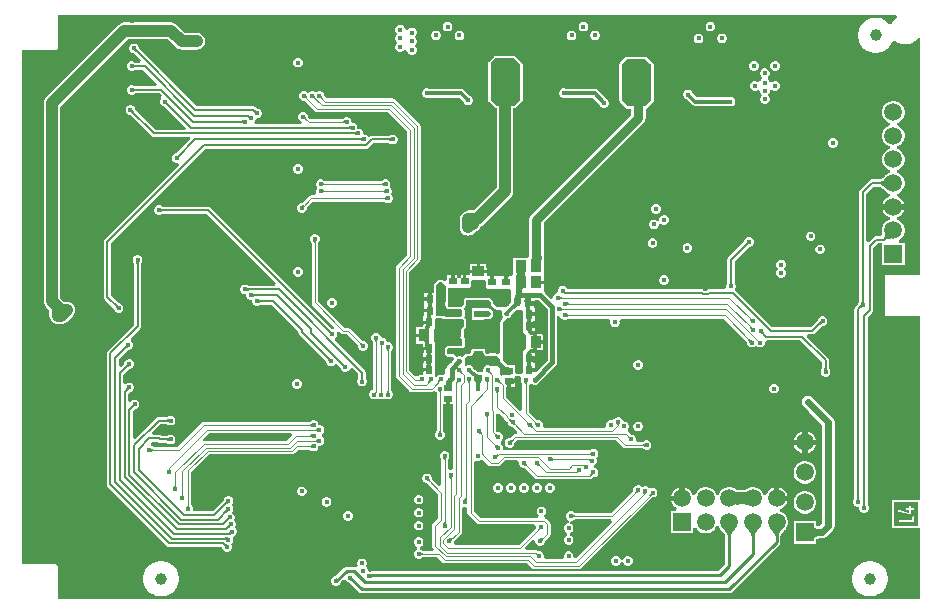
<source format=gbl>
G04*
G04 #@! TF.GenerationSoftware,Altium Limited,Altium Designer,24.4.1 (13)*
G04*
G04 Layer_Physical_Order=4*
G04 Layer_Color=16711680*
%FSLAX44Y44*%
%MOMM*%
G71*
G04*
G04 #@! TF.SameCoordinates,12DE7ABD-5068-41A5-B1A4-11BDF0A404C9*
G04*
G04*
G04 #@! TF.FilePolarity,Positive*
G04*
G01*
G75*
%ADD10C,0.2000*%
%ADD12C,0.2500*%
%ADD22R,0.6000X0.6400*%
%ADD27R,0.9000X1.0000*%
%ADD32R,0.6400X0.6000*%
%ADD36R,1.0000X0.9000*%
%ADD37C,0.4200*%
%ADD77C,0.1250*%
%ADD79C,1.0000*%
%ADD81C,0.3000*%
%ADD82C,1.0000*%
%ADD83C,0.5000*%
%ADD84C,0.4000*%
%ADD85C,0.8000*%
%ADD86C,0.6000*%
%ADD87C,1.5000*%
%ADD88R,1.5000X1.5000*%
%ADD89C,0.4000*%
%ADD90C,0.3500*%
G36*
X943054Y715451D02*
X942209Y714887D01*
X942032Y714709D01*
X941823Y714570D01*
X940430Y713177D01*
X940291Y712968D01*
X940113Y712791D01*
X939019Y711153D01*
X938923Y710921D01*
X938783Y710712D01*
X938594Y710255D01*
X937766Y709960D01*
X936291Y709922D01*
X934562Y711651D01*
X932105Y713293D01*
X929375Y714424D01*
X926477Y715000D01*
X923523D01*
X920625Y714424D01*
X917895Y713293D01*
X915438Y711651D01*
X913349Y709562D01*
X911707Y707105D01*
X910576Y704375D01*
X910000Y701477D01*
Y698523D01*
X910576Y695625D01*
X911707Y692895D01*
X913349Y690438D01*
X915438Y688349D01*
X917895Y686707D01*
X920625Y685576D01*
X923523Y685000D01*
X926477D01*
X929375Y685576D01*
X932105Y686707D01*
X934562Y688349D01*
X936651Y690438D01*
X938293Y692895D01*
X939241Y695184D01*
X940555Y695700D01*
X941490Y695763D01*
X941823Y695430D01*
X942032Y695291D01*
X942209Y695113D01*
X943847Y694019D01*
X944079Y693923D01*
X944288Y693783D01*
X946108Y693029D01*
X946354Y692980D01*
X946586Y692884D01*
X948518Y692500D01*
X948769D01*
X949015Y692451D01*
X950985D01*
X951231Y692500D01*
X951482D01*
X953414Y692884D01*
X953646Y692980D01*
X953892Y693029D01*
X955712Y693783D01*
X955921Y693923D01*
X956153Y694019D01*
X957791Y695113D01*
X957968Y695291D01*
X958177Y695430D01*
X959570Y696823D01*
X959709Y697032D01*
X959887Y697209D01*
X960451Y698054D01*
X962451Y697447D01*
Y497549D01*
X935000D01*
X934025Y497355D01*
X933198Y496802D01*
X932645Y495975D01*
X932451Y495000D01*
Y465000D01*
X932645Y464025D01*
X933198Y463198D01*
X934025Y462645D01*
X935000Y462451D01*
X962451D01*
Y306838D01*
X938825D01*
Y282838D01*
X962451D01*
Y222549D01*
X232549D01*
Y250000D01*
X232355Y250975D01*
X231802Y251802D01*
X230975Y252355D01*
X230000Y252549D01*
X202549D01*
Y687451D01*
X230000D01*
X230975Y687645D01*
X231802Y688198D01*
X232355Y689025D01*
X232549Y690000D01*
Y717451D01*
X942447Y717451D01*
X943054Y715451D01*
D02*
G37*
G36*
X960825Y284837D02*
X940825D01*
Y304837D01*
X960825D01*
Y284837D01*
D02*
G37*
%LPC*%
G36*
X785816Y711600D02*
X784184D01*
X782678Y710976D01*
X781524Y709822D01*
X780900Y708316D01*
Y706684D01*
X781524Y705178D01*
X782678Y704024D01*
X784184Y703400D01*
X785816D01*
X787322Y704024D01*
X788476Y705178D01*
X789100Y706684D01*
Y708316D01*
X788476Y709822D01*
X787322Y710976D01*
X785816Y711600D01*
D02*
G37*
G36*
X678316D02*
X676684D01*
X675178Y710976D01*
X674024Y709822D01*
X673400Y708316D01*
Y706684D01*
X674024Y705178D01*
X675178Y704024D01*
X676684Y703400D01*
X678316D01*
X679822Y704024D01*
X680976Y705178D01*
X681600Y706684D01*
Y708316D01*
X680976Y709822D01*
X679822Y710976D01*
X678316Y711600D01*
D02*
G37*
G36*
X563316D02*
X561684D01*
X560177Y710976D01*
X559024Y709822D01*
X558400Y708316D01*
Y706684D01*
X559024Y705178D01*
X560177Y704024D01*
X561684Y703400D01*
X563316D01*
X564822Y704024D01*
X565976Y705178D01*
X566600Y706684D01*
Y708316D01*
X565976Y709822D01*
X564822Y710976D01*
X563316Y711600D01*
D02*
G37*
G36*
X688316Y704100D02*
X686684D01*
X685178Y703476D01*
X684024Y702322D01*
X683400Y700816D01*
Y699184D01*
X684024Y697678D01*
X685178Y696524D01*
X686684Y695900D01*
X688316D01*
X689822Y696524D01*
X690976Y697678D01*
X691600Y699184D01*
Y700816D01*
X690976Y702322D01*
X689822Y703476D01*
X688316Y704100D01*
D02*
G37*
G36*
X668316D02*
X666684D01*
X665178Y703476D01*
X664024Y702322D01*
X663400Y700816D01*
Y699184D01*
X664024Y697678D01*
X665178Y696524D01*
X666684Y695900D01*
X668316D01*
X669822Y696524D01*
X670976Y697678D01*
X671600Y699184D01*
Y700816D01*
X670976Y702322D01*
X669822Y703476D01*
X668316Y704100D01*
D02*
G37*
G36*
X573316D02*
X571684D01*
X570177Y703476D01*
X569024Y702322D01*
X568400Y700816D01*
Y699184D01*
X569024Y697678D01*
X570177Y696524D01*
X571684Y695900D01*
X573316D01*
X574822Y696524D01*
X575976Y697678D01*
X576600Y699184D01*
Y700816D01*
X575976Y702322D01*
X574822Y703476D01*
X573316Y704100D01*
D02*
G37*
G36*
X553316D02*
X551684D01*
X550178Y703476D01*
X549024Y702322D01*
X548400Y700816D01*
Y699184D01*
X549024Y697678D01*
X550178Y696524D01*
X551684Y695900D01*
X553316D01*
X554823Y696524D01*
X555976Y697678D01*
X556600Y699184D01*
Y700816D01*
X555976Y702322D01*
X554823Y703476D01*
X553316Y704100D01*
D02*
G37*
G36*
X795816Y701600D02*
X794184D01*
X792678Y700976D01*
X791524Y699822D01*
X790900Y698316D01*
Y696684D01*
X791524Y695178D01*
X792678Y694024D01*
X794184Y693400D01*
X795816D01*
X797322Y694024D01*
X798476Y695178D01*
X799100Y696684D01*
Y698316D01*
X798476Y699822D01*
X797322Y700976D01*
X795816Y701600D01*
D02*
G37*
G36*
X775816D02*
X774184D01*
X772678Y700976D01*
X771524Y699822D01*
X770900Y698316D01*
Y696684D01*
X771524Y695178D01*
X772678Y694024D01*
X774184Y693400D01*
X775816D01*
X777322Y694024D01*
X778476Y695178D01*
X779100Y696684D01*
Y698316D01*
X778476Y699822D01*
X777322Y700976D01*
X775816Y701600D01*
D02*
G37*
G36*
X328550Y711010D02*
X288950D01*
X287123Y710770D01*
X285420Y710064D01*
X283958Y708942D01*
X222508Y647492D01*
X221385Y646030D01*
X220680Y644327D01*
X220440Y642500D01*
Y475000D01*
X220680Y473173D01*
X221385Y471470D01*
X222508Y470008D01*
X225440Y467076D01*
Y462500D01*
X225680Y460673D01*
X226385Y458970D01*
X227507Y457508D01*
X228970Y456385D01*
X230673Y455680D01*
X232500Y455440D01*
X235000D01*
X236827Y455680D01*
X238530Y456385D01*
X239992Y457508D01*
X244992Y462508D01*
X246115Y463970D01*
X246820Y465673D01*
X247060Y467500D01*
X246820Y469327D01*
X246115Y471030D01*
X244992Y472492D01*
X243530Y473615D01*
X241827Y474320D01*
X240000Y474560D01*
X237924D01*
X234560Y477924D01*
Y639576D01*
X291875Y696890D01*
X325625D01*
X332508Y690008D01*
X333970Y688885D01*
X335673Y688180D01*
X337500Y687940D01*
X350000D01*
X351827Y688180D01*
X353530Y688885D01*
X354992Y690008D01*
X356115Y691470D01*
X356820Y693173D01*
X357060Y695000D01*
X356820Y696827D01*
X356115Y698530D01*
X354992Y699993D01*
X353530Y701115D01*
X351827Y701820D01*
X350000Y702060D01*
X340424D01*
X333543Y708942D01*
X332080Y710064D01*
X330377Y710770D01*
X328550Y711010D01*
D02*
G37*
G36*
X523316Y709100D02*
X521684D01*
X520177Y708476D01*
X519024Y707322D01*
X518400Y705816D01*
Y704184D01*
X519024Y702678D01*
X519145Y702557D01*
X519999Y701250D01*
X519145Y699943D01*
X519024Y699822D01*
X518400Y698316D01*
Y696684D01*
X519024Y695178D01*
X519145Y695057D01*
X519999Y693750D01*
X519145Y692443D01*
X519024Y692322D01*
X518400Y690816D01*
Y689184D01*
X519024Y687678D01*
X520177Y686524D01*
X521684Y685900D01*
X523316D01*
X524822Y686524D01*
X525737Y687439D01*
X525976Y687678D01*
X525982Y687682D01*
X526276Y687879D01*
X528355Y686972D01*
X528373Y686928D01*
X528400Y686684D01*
X528442Y686583D01*
X529024Y685178D01*
X530178Y684024D01*
X531684Y683400D01*
X533316D01*
X534823Y684024D01*
X535976Y685178D01*
X536600Y686684D01*
Y688316D01*
X535976Y689822D01*
X535855Y689943D01*
X535001Y691250D01*
X535855Y692557D01*
X535976Y692678D01*
X536600Y694184D01*
Y695816D01*
X535976Y697322D01*
X535855Y697443D01*
X535001Y698750D01*
X535855Y700057D01*
X535976Y700178D01*
X536600Y701684D01*
Y703316D01*
X535976Y704822D01*
X534823Y705976D01*
X533316Y706600D01*
X531684D01*
X530178Y705976D01*
X529263Y705061D01*
X529024Y704822D01*
X529018Y704818D01*
X528723Y704621D01*
X526645Y705528D01*
X526627Y705572D01*
X526600Y705816D01*
X526558Y705917D01*
X525976Y707322D01*
X524822Y708476D01*
X523316Y709100D01*
D02*
G37*
G36*
X297815Y693100D02*
X296184D01*
X294678Y692476D01*
X293524Y691322D01*
X292900Y689816D01*
Y688185D01*
X293524Y686677D01*
X294678Y685524D01*
X296184Y684900D01*
X296758D01*
X296761Y684898D01*
X296783Y684883D01*
X296831Y684844D01*
X302768Y678906D01*
X302002Y677059D01*
X297791D01*
X297785Y677059D01*
X297731Y677069D01*
X297728Y677070D01*
X297322Y677476D01*
X295816Y678100D01*
X294184D01*
X292677Y677476D01*
X291524Y676322D01*
X290900Y674816D01*
Y673185D01*
X291524Y671677D01*
X292677Y670524D01*
X294184Y669900D01*
X295816D01*
X297322Y670524D01*
X297728Y670930D01*
X297731Y670931D01*
X297758Y670936D01*
X297819Y670941D01*
X304733D01*
X316768Y658906D01*
X316002Y657059D01*
X297791D01*
X297785Y657059D01*
X297731Y657069D01*
X297728Y657070D01*
X297322Y657476D01*
X295816Y658100D01*
X294184D01*
X292677Y657476D01*
X291524Y656322D01*
X290900Y654816D01*
Y653184D01*
X291524Y651677D01*
X292677Y650524D01*
X294184Y649900D01*
X295816D01*
X297322Y650524D01*
X297728Y650930D01*
X297731Y650931D01*
X297758Y650936D01*
X297819Y650941D01*
X318733D01*
X320339Y649335D01*
X320024Y646822D01*
X319524Y646322D01*
X318900Y644816D01*
Y643185D01*
X319524Y641678D01*
X320677Y640524D01*
X322184Y639900D01*
X322758D01*
X322761Y639898D01*
X322783Y639883D01*
X322831Y639844D01*
X340768Y621907D01*
X340002Y620059D01*
X315267D01*
X298137Y637189D01*
X298133Y637194D01*
X298102Y637239D01*
X298100Y637242D01*
Y637816D01*
X297476Y639322D01*
X296322Y640476D01*
X294816Y641100D01*
X293185D01*
X291677Y640476D01*
X290524Y639322D01*
X289900Y637816D01*
Y636185D01*
X290524Y634678D01*
X291677Y633524D01*
X293185Y632900D01*
X293758D01*
X293761Y632898D01*
X293783Y632883D01*
X293831Y632844D01*
X311837Y614837D01*
X312829Y614174D01*
X314000Y613941D01*
X344002D01*
X344768Y612094D01*
X332811Y600137D01*
X332806Y600133D01*
X332761Y600102D01*
X332758Y600100D01*
X332184D01*
X330677Y599476D01*
X329524Y598322D01*
X328900Y596815D01*
Y595185D01*
X329524Y593678D01*
X330677Y592524D01*
X332184Y591900D01*
X333746D01*
X333931Y591702D01*
X334829Y590155D01*
X272337Y527663D01*
X271674Y526670D01*
X271441Y525500D01*
X271441Y525500D01*
Y478500D01*
X271441Y478500D01*
X271674Y477329D01*
X272337Y476337D01*
X279863Y468811D01*
X279867Y468806D01*
X279898Y468761D01*
X279900Y468758D01*
Y468185D01*
X280524Y466678D01*
X281677Y465524D01*
X283184Y464900D01*
X284816D01*
X286322Y465524D01*
X287476Y466678D01*
X288100Y468185D01*
Y469815D01*
X287476Y471323D01*
X286322Y472476D01*
X284816Y473100D01*
X284242D01*
X284239Y473102D01*
X284217Y473117D01*
X284170Y473156D01*
X277559Y479767D01*
Y524233D01*
X357267Y603941D01*
X493434D01*
X493435Y603941D01*
X494605Y604174D01*
X495598Y604837D01*
X499702Y608941D01*
X513209D01*
X513215Y608941D01*
X513269Y608931D01*
X513272Y608930D01*
X513678Y608524D01*
X515185Y607900D01*
X516816D01*
X518322Y608524D01*
X519476Y609678D01*
X520100Y611185D01*
Y612816D01*
X519476Y614322D01*
X518322Y615476D01*
X516816Y616100D01*
X515185D01*
X513678Y615476D01*
X513272Y615070D01*
X513269Y615069D01*
X513242Y615065D01*
X513181Y615059D01*
X498435D01*
X498435Y615059D01*
X497264Y614826D01*
X495476Y614323D01*
X494323Y615476D01*
X492816Y616100D01*
X491180Y616180D01*
X491100Y617816D01*
X490476Y619323D01*
X489322Y620476D01*
X487816Y621100D01*
X486180Y621180D01*
X486100Y622816D01*
X485476Y624322D01*
X484322Y625476D01*
X482816Y626100D01*
X481180Y626180D01*
X481100Y627816D01*
X480476Y629322D01*
X479322Y630476D01*
X477816Y631100D01*
X476184D01*
X474678Y630476D01*
X473859Y629658D01*
X473764Y629580D01*
X473680Y629478D01*
X473628Y629426D01*
X445859D01*
X444432Y630853D01*
X444431Y630855D01*
X444421Y630889D01*
X444410Y630939D01*
X444399Y631009D01*
X444392Y631099D01*
X444389Y631268D01*
X444350Y631445D01*
Y632066D01*
X443726Y633572D01*
X442572Y634726D01*
X441065Y635350D01*
X439435D01*
X437928Y634726D01*
X436774Y633572D01*
X436150Y632066D01*
Y630434D01*
X436774Y628927D01*
X437928Y627774D01*
X439434Y627150D01*
X439464Y627059D01*
X438015Y625059D01*
X399613D01*
X398857Y627059D01*
X399476Y627678D01*
X400100Y629184D01*
X401816Y629900D01*
X403322Y630524D01*
X404476Y631678D01*
X405100Y633185D01*
Y634815D01*
X404476Y636323D01*
X403322Y637476D01*
X401816Y638100D01*
X401242D01*
X401239Y638102D01*
X401217Y638117D01*
X401170Y638156D01*
X400163Y639163D01*
X399171Y639826D01*
X398000Y640059D01*
X398000Y640059D01*
X350267D01*
X301137Y689189D01*
X301133Y689194D01*
X301102Y689239D01*
X301100Y689242D01*
Y689816D01*
X300476Y691322D01*
X299322Y692476D01*
X297815Y693100D01*
D02*
G37*
G36*
X436816Y681100D02*
X435185D01*
X433678Y680476D01*
X432524Y679322D01*
X431900Y677815D01*
Y676184D01*
X432524Y674678D01*
X433678Y673524D01*
X435185Y672900D01*
X436816D01*
X438322Y673524D01*
X439476Y674678D01*
X440100Y676184D01*
Y677815D01*
X439476Y679322D01*
X438322Y680476D01*
X436816Y681100D01*
D02*
G37*
G36*
X840816Y678100D02*
X839184D01*
X837678Y677476D01*
X836524Y676322D01*
X835900Y674816D01*
Y673185D01*
X836524Y671677D01*
X837678Y670524D01*
X839184Y669900D01*
X840816D01*
X842322Y670524D01*
X843476Y671677D01*
X844100Y673185D01*
Y674816D01*
X843476Y676322D01*
X842322Y677476D01*
X840816Y678100D01*
D02*
G37*
G36*
X822816D02*
X821184D01*
X819678Y677476D01*
X818524Y676322D01*
X817900Y674816D01*
Y673185D01*
X818524Y671677D01*
X819678Y670524D01*
X821184Y669900D01*
X822816D01*
X824323Y670524D01*
X825476Y671677D01*
X826100Y673185D01*
Y674816D01*
X825476Y676322D01*
X824323Y677476D01*
X822816Y678100D01*
D02*
G37*
G36*
X831815Y672100D02*
X830184D01*
X828678Y671476D01*
X827524Y670322D01*
X826900Y668816D01*
Y667185D01*
X827524Y665678D01*
X827895Y665307D01*
X828454Y664000D01*
X827895Y662693D01*
X827524Y662322D01*
X827167Y661460D01*
X825391Y660860D01*
X824924Y660874D01*
X824822Y660976D01*
X823316Y661600D01*
X821684D01*
X820178Y660976D01*
X819024Y659822D01*
X818400Y658316D01*
Y656684D01*
X819024Y655178D01*
X820178Y654024D01*
X821684Y653400D01*
X823316D01*
X824822Y654024D01*
X825052Y654254D01*
X825287Y654198D01*
X826900Y653273D01*
Y652184D01*
X827449Y650860D01*
X827524Y650677D01*
X827525Y650677D01*
X828654Y649500D01*
X827525Y648323D01*
X827524Y648323D01*
X827449Y648140D01*
X826900Y646815D01*
Y645184D01*
X827524Y643678D01*
X828678Y642524D01*
X830184Y641900D01*
X831815D01*
X833322Y642524D01*
X834476Y643678D01*
X835100Y645184D01*
Y646815D01*
X834551Y648140D01*
X834476Y648323D01*
X834475Y648323D01*
X833346Y649500D01*
X834475Y650677D01*
X834476Y650677D01*
X834551Y650860D01*
X835100Y652184D01*
Y653788D01*
X835184Y653867D01*
X836825Y654876D01*
X837678Y654024D01*
X839184Y653400D01*
X840816D01*
X842322Y654024D01*
X843476Y655178D01*
X844100Y656684D01*
Y658316D01*
X843476Y659822D01*
X842322Y660976D01*
X840816Y661600D01*
X839184D01*
X837678Y660976D01*
X837100Y660398D01*
X835976Y660633D01*
X835018Y661014D01*
X834476Y662322D01*
X834105Y662693D01*
X833547Y664000D01*
X834105Y665307D01*
X834476Y665678D01*
X835100Y667185D01*
Y668816D01*
X834476Y670322D01*
X833322Y671476D01*
X831815Y672100D01*
D02*
G37*
G36*
X545816Y655100D02*
X544184D01*
X542678Y654476D01*
X541524Y653322D01*
X540900Y651815D01*
Y650184D01*
X541524Y648678D01*
X542678Y647524D01*
X544184Y646900D01*
X545816D01*
X547098Y647431D01*
X572522D01*
X575993Y643960D01*
X576524Y642678D01*
X577678Y641524D01*
X579184Y640900D01*
X580816D01*
X582323Y641524D01*
X583476Y642678D01*
X584100Y644184D01*
Y645816D01*
X583476Y647322D01*
X582323Y648476D01*
X581040Y649007D01*
X576523Y653523D01*
X575366Y654297D01*
X574000Y654569D01*
X547098D01*
X545816Y655100D01*
D02*
G37*
G36*
X766815Y654100D02*
X765184D01*
X763678Y653476D01*
X762524Y652322D01*
X761900Y650816D01*
Y649184D01*
X762524Y647678D01*
X763678Y646524D01*
X764960Y645993D01*
X769477Y641477D01*
X770634Y640703D01*
X772000Y640431D01*
X799902D01*
X801184Y639900D01*
X802815D01*
X804322Y640524D01*
X805476Y641678D01*
X806100Y643185D01*
Y644816D01*
X805476Y646322D01*
X804322Y647476D01*
X802815Y648100D01*
X801184D01*
X799902Y647569D01*
X773478D01*
X770007Y651040D01*
X769476Y652322D01*
X768322Y653476D01*
X766815Y654100D01*
D02*
G37*
G36*
X661815Y655100D02*
X660184D01*
X658678Y654476D01*
X657524Y653322D01*
X656900Y651815D01*
Y650184D01*
X657524Y648678D01*
X658678Y647524D01*
X660184Y646900D01*
X661815D01*
X663098Y647431D01*
X685697D01*
X690900Y642229D01*
Y641684D01*
X691524Y640178D01*
X692678Y639024D01*
X694184Y638400D01*
X695816D01*
X697322Y639024D01*
X698476Y640178D01*
X699100Y641684D01*
Y643316D01*
X698476Y644822D01*
X697322Y645976D01*
X697069Y646081D01*
X696923Y646299D01*
X689699Y653523D01*
X688541Y654297D01*
X687175Y654569D01*
X663098D01*
X661815Y655100D01*
D02*
G37*
G36*
X889816Y613100D02*
X888185D01*
X886678Y612476D01*
X885524Y611323D01*
X884900Y609815D01*
Y608185D01*
X885524Y606678D01*
X886678Y605524D01*
X888185Y604900D01*
X889816D01*
X891322Y605524D01*
X892476Y606678D01*
X893100Y608185D01*
Y609815D01*
X892476Y611323D01*
X891322Y612476D01*
X889816Y613100D01*
D02*
G37*
G36*
X436816Y591100D02*
X435185D01*
X433678Y590476D01*
X432524Y589322D01*
X431900Y587816D01*
Y586185D01*
X432524Y584678D01*
X433678Y583524D01*
X435185Y582900D01*
X436816D01*
X438322Y583524D01*
X439476Y584678D01*
X440100Y586185D01*
Y587816D01*
X439476Y589322D01*
X438322Y590476D01*
X436816Y591100D01*
D02*
G37*
G36*
X941251Y644500D02*
X938749D01*
X936333Y643853D01*
X934167Y642602D01*
X932398Y640833D01*
X931147Y638667D01*
X930500Y636251D01*
Y633749D01*
X931147Y631333D01*
X932398Y629167D01*
X934167Y627398D01*
X936333Y626147D01*
X936752Y626035D01*
Y623965D01*
X936333Y623853D01*
X934167Y622602D01*
X932398Y620833D01*
X931147Y618667D01*
X930500Y616251D01*
Y613749D01*
X931147Y611333D01*
X932398Y609167D01*
X934167Y607398D01*
X936333Y606147D01*
X936752Y606035D01*
Y603965D01*
X936333Y603853D01*
X934167Y602602D01*
X932398Y600833D01*
X931147Y598667D01*
X930500Y596251D01*
Y593749D01*
X931147Y591333D01*
X932398Y589167D01*
X934167Y587398D01*
X936333Y586147D01*
X936752Y586035D01*
Y583965D01*
X936333Y583853D01*
X934167Y582602D01*
X933371Y581806D01*
X933209Y581699D01*
X932432Y580929D01*
X930997Y579650D01*
X930385Y579174D01*
X929812Y578778D01*
X929302Y578473D01*
X928863Y578257D01*
X928507Y578125D01*
X928242Y578061D01*
X928211Y578059D01*
X921718D01*
X921718Y578059D01*
X920547Y577826D01*
X919555Y577163D01*
X919555Y577163D01*
X911837Y569445D01*
X911174Y568453D01*
X910941Y567282D01*
X910941Y567282D01*
Y474791D01*
X910940Y474785D01*
X910931Y474731D01*
X910930Y474728D01*
X910524Y474322D01*
X909900Y472816D01*
Y472242D01*
X909898Y472239D01*
X909883Y472217D01*
X909844Y472169D01*
X907837Y470163D01*
X907174Y469170D01*
X906941Y468000D01*
X906941Y468000D01*
Y307791D01*
X906941Y307785D01*
X906931Y307731D01*
X906930Y307728D01*
X906524Y307322D01*
X905900Y305816D01*
Y304184D01*
X906524Y302678D01*
X907678Y301524D01*
X909184Y300900D01*
X910819Y300819D01*
X910900Y299184D01*
X911524Y297678D01*
X912678Y296524D01*
X914184Y295900D01*
X915816D01*
X917322Y296524D01*
X918476Y297678D01*
X919100Y299184D01*
Y300816D01*
X918476Y302323D01*
X918324Y302474D01*
X918321Y302489D01*
X918313Y302545D01*
X918309Y302596D01*
Y461483D01*
X922163Y465337D01*
X922163Y465337D01*
X922826Y466329D01*
X923059Y467500D01*
Y520306D01*
X926737Y523984D01*
X930500D01*
Y505500D01*
X949500D01*
Y524500D01*
X944813D01*
X944277Y526500D01*
X945833Y527398D01*
X947602Y529167D01*
X948853Y531333D01*
X949500Y533749D01*
Y536251D01*
X948853Y538667D01*
X947602Y540833D01*
X945833Y542602D01*
X943667Y543853D01*
X943248Y543965D01*
Y546035D01*
X943667Y546147D01*
X945833Y547398D01*
X947602Y549167D01*
X948853Y551333D01*
X949165Y552500D01*
X940000D01*
X930835D01*
X931147Y551333D01*
X932398Y549167D01*
X934167Y547398D01*
X936333Y546147D01*
X936752Y546035D01*
Y543965D01*
X936333Y543853D01*
X934167Y542602D01*
X932398Y540833D01*
X931147Y538667D01*
X930500Y536251D01*
Y533749D01*
X930593Y533403D01*
X930677Y532779D01*
X930724Y532154D01*
X930725Y531991D01*
X929481Y530102D01*
X925470D01*
X925470Y530102D01*
X924299Y529869D01*
X923307Y529206D01*
X923307Y529206D01*
X919059Y524958D01*
X917059Y525786D01*
Y566015D01*
X922985Y571941D01*
X928211D01*
X928242Y571939D01*
X928507Y571875D01*
X928863Y571743D01*
X929302Y571527D01*
X929812Y571222D01*
X930385Y570826D01*
X930997Y570350D01*
X932432Y569071D01*
X933209Y568301D01*
X933371Y568194D01*
X934167Y567398D01*
X936333Y566147D01*
X936752Y566035D01*
Y563965D01*
X936333Y563853D01*
X934167Y562602D01*
X932398Y560833D01*
X931147Y558667D01*
X930835Y557500D01*
X940000D01*
X949165D01*
X948853Y558667D01*
X947602Y560833D01*
X945833Y562602D01*
X943667Y563853D01*
X943248Y563965D01*
Y566035D01*
X943667Y566147D01*
X945833Y567398D01*
X947602Y569167D01*
X948853Y571333D01*
X949500Y573749D01*
Y576251D01*
X948853Y578667D01*
X947602Y580833D01*
X945833Y582602D01*
X943667Y583853D01*
X943248Y583965D01*
Y586035D01*
X943667Y586147D01*
X945833Y587398D01*
X947602Y589167D01*
X948853Y591333D01*
X949500Y593749D01*
Y596251D01*
X948853Y598667D01*
X947602Y600833D01*
X945833Y602602D01*
X943667Y603853D01*
X943248Y603965D01*
Y606035D01*
X943667Y606147D01*
X945833Y607398D01*
X947602Y609167D01*
X948853Y611333D01*
X949500Y613749D01*
Y616251D01*
X948853Y618667D01*
X947602Y620833D01*
X945833Y622602D01*
X943667Y623853D01*
X943248Y623965D01*
Y626035D01*
X943667Y626147D01*
X945833Y627398D01*
X947602Y629167D01*
X948853Y631333D01*
X949500Y633749D01*
Y636251D01*
X948853Y638667D01*
X947602Y640833D01*
X945833Y642602D01*
X943667Y643853D01*
X941251Y644500D01*
D02*
G37*
G36*
X510816Y578100D02*
X509184D01*
X507677Y577476D01*
X507239Y577037D01*
X507086Y576939D01*
X506964Y576822D01*
X506896Y576764D01*
X506839Y576721D01*
X506795Y576694D01*
X506765Y576678D01*
X506762Y576676D01*
X458238D01*
X458235Y576678D01*
X458205Y576694D01*
X458161Y576722D01*
X458104Y576764D01*
X458036Y576822D01*
X457914Y576939D01*
X457761Y577037D01*
X457323Y577476D01*
X455816Y578100D01*
X454184D01*
X452678Y577476D01*
X451524Y576322D01*
X450900Y574815D01*
Y573185D01*
X451524Y571678D01*
X452202Y571000D01*
X451524Y570322D01*
X450900Y568816D01*
Y567184D01*
X451110Y566676D01*
X449912Y564676D01*
X447000D01*
X447000Y564676D01*
X445976Y564473D01*
X445107Y563893D01*
X445107Y563892D01*
X439397Y558182D01*
X439394Y558181D01*
X439361Y558171D01*
X439311Y558160D01*
X439241Y558149D01*
X439151Y558142D01*
X438983Y558139D01*
X438805Y558100D01*
X438185D01*
X436678Y557476D01*
X435524Y556323D01*
X434900Y554816D01*
Y553185D01*
X435524Y551678D01*
X436678Y550524D01*
X438185Y549900D01*
X439816D01*
X441323Y550524D01*
X442476Y551678D01*
X443100Y553185D01*
Y553805D01*
X443139Y553983D01*
X443142Y554151D01*
X443149Y554241D01*
X443160Y554311D01*
X443171Y554361D01*
X443181Y554394D01*
X443182Y554397D01*
X448109Y559324D01*
X508762D01*
X508765Y559322D01*
X508795Y559306D01*
X508839Y559278D01*
X508896Y559236D01*
X508965Y559178D01*
X509086Y559061D01*
X509239Y558963D01*
X509678Y558524D01*
X511184Y557900D01*
X512816D01*
X514322Y558524D01*
X515476Y559678D01*
X516100Y561185D01*
Y562816D01*
X515476Y564322D01*
X514476Y565678D01*
X515100Y567184D01*
Y568816D01*
X514476Y570322D01*
X513322Y571476D01*
X513314Y571516D01*
X513476Y571678D01*
X514100Y573185D01*
Y574815D01*
X513476Y576322D01*
X512322Y577476D01*
X510816Y578100D01*
D02*
G37*
G36*
X739816Y557100D02*
X738185D01*
X736677Y556476D01*
X735524Y555322D01*
X734900Y553816D01*
Y552184D01*
X735524Y550678D01*
X736677Y549524D01*
X738185Y548900D01*
X739816D01*
X741322Y549524D01*
X742476Y550678D01*
X743100Y552184D01*
Y553816D01*
X742476Y555322D01*
X741322Y556476D01*
X739816Y557100D01*
D02*
G37*
G36*
X746815Y548100D02*
X745184D01*
X743678Y547476D01*
X742524Y546323D01*
X741900Y544815D01*
Y543713D01*
X740291Y542803D01*
X740052Y542746D01*
X739322Y543476D01*
X737815Y544100D01*
X736184D01*
X734678Y543476D01*
X733524Y542323D01*
X732900Y540816D01*
Y539184D01*
X733524Y537678D01*
X734678Y536524D01*
X736184Y535900D01*
X737815D01*
X739322Y536524D01*
X740476Y537678D01*
X741100Y539184D01*
Y540288D01*
X742709Y541197D01*
X742948Y541254D01*
X743678Y540524D01*
X745184Y539900D01*
X746815D01*
X748323Y540524D01*
X749476Y541678D01*
X750100Y543185D01*
Y544815D01*
X749476Y546323D01*
X748323Y547476D01*
X746815Y548100D01*
D02*
G37*
G36*
X603000Y682539D02*
X602220Y682384D01*
X601558Y681942D01*
X601558Y681942D01*
X597558Y677942D01*
X597116Y677280D01*
X596961Y676500D01*
Y645500D01*
X596961Y645500D01*
X597116Y644720D01*
X597558Y644058D01*
X602558Y639058D01*
X602558Y639058D01*
X603220Y638616D01*
X603940Y638473D01*
Y570924D01*
X584826Y551810D01*
X580500D01*
X578673Y551570D01*
X576970Y550864D01*
X575508Y549742D01*
X575008Y549242D01*
X573885Y547780D01*
X573180Y546077D01*
X572940Y544250D01*
Y537500D01*
X573180Y535673D01*
X573885Y533970D01*
X575008Y532508D01*
X576470Y531385D01*
X578173Y530680D01*
X580000Y530440D01*
X581827Y530680D01*
X583530Y531385D01*
X584992Y532508D01*
X586087Y533934D01*
X587780Y534636D01*
X589243Y535758D01*
X590364Y537220D01*
X590883Y538471D01*
X591280Y538635D01*
X592743Y539757D01*
X615992Y563008D01*
X617114Y564470D01*
X617820Y566173D01*
X618060Y568000D01*
Y638461D01*
X619000D01*
X619780Y638616D01*
X620442Y639058D01*
X620442Y639058D01*
X625442Y644058D01*
X625884Y644720D01*
X626039Y645500D01*
Y675500D01*
X625884Y676280D01*
X625442Y676942D01*
X625442Y676942D01*
X620442Y681942D01*
X619780Y682384D01*
X619000Y682539D01*
X603000D01*
X603000Y682539D01*
D02*
G37*
G36*
X870796Y534000D02*
X869204D01*
X867734Y533391D01*
X866609Y532266D01*
X866000Y530796D01*
Y529204D01*
X866609Y527734D01*
X867734Y526609D01*
X869204Y526000D01*
X870796D01*
X872266Y526609D01*
X873391Y527734D01*
X874000Y529204D01*
Y530796D01*
X873391Y532266D01*
X872266Y533391D01*
X870796Y534000D01*
D02*
G37*
G36*
X736815Y528100D02*
X735184D01*
X733678Y527476D01*
X732524Y526323D01*
X731900Y524816D01*
Y523185D01*
X732524Y521678D01*
X733678Y520524D01*
X735184Y519900D01*
X736815D01*
X738323Y520524D01*
X739476Y521678D01*
X740100Y523185D01*
Y524816D01*
X739476Y526323D01*
X738323Y527476D01*
X736815Y528100D01*
D02*
G37*
G36*
X766316Y524350D02*
X764685D01*
X763178Y523726D01*
X762024Y522572D01*
X761400Y521065D01*
Y519434D01*
X762024Y517928D01*
X763178Y516774D01*
X764685Y516150D01*
X766316D01*
X767822Y516774D01*
X768976Y517928D01*
X769600Y519434D01*
Y521065D01*
X768976Y522572D01*
X767822Y523726D01*
X766316Y524350D01*
D02*
G37*
G36*
X878796Y523000D02*
X877204D01*
X875734Y522391D01*
X874609Y521266D01*
X874000Y519796D01*
Y518204D01*
X874609Y516734D01*
X875734Y515609D01*
X877204Y515000D01*
X878796D01*
X880266Y515609D01*
X881391Y516734D01*
X882000Y518204D01*
Y519796D01*
X881391Y521266D01*
X880266Y522391D01*
X878796Y523000D01*
D02*
G37*
G36*
X595500Y506750D02*
X590000D01*
Y501750D01*
X595500D01*
Y506750D01*
D02*
G37*
G36*
X587000D02*
X581500D01*
Y501750D01*
X587000D01*
Y506750D01*
D02*
G37*
G36*
X436816Y504100D02*
X435185D01*
X433678Y503476D01*
X432524Y502322D01*
X431900Y500816D01*
Y499184D01*
X432524Y497677D01*
X433678Y496524D01*
X435185Y495900D01*
X436816D01*
X438322Y496524D01*
X439476Y497677D01*
X440100Y499184D01*
Y500816D01*
X439476Y502322D01*
X438322Y503476D01*
X436816Y504100D01*
D02*
G37*
G36*
X845816Y510100D02*
X844184D01*
X842678Y509476D01*
X841524Y508322D01*
X840900Y506815D01*
Y505185D01*
X841524Y503678D01*
X842654Y502500D01*
X841524Y501322D01*
X840900Y499815D01*
Y498184D01*
X841524Y496678D01*
X842678Y495524D01*
X844184Y494900D01*
X845816D01*
X847322Y495524D01*
X848476Y496678D01*
X849100Y498184D01*
Y499815D01*
X848476Y501322D01*
X847346Y502500D01*
X848476Y503678D01*
X849100Y505185D01*
Y506815D01*
X848476Y508322D01*
X847322Y509476D01*
X845816Y510100D01*
D02*
G37*
G36*
X714000Y682039D02*
X713220Y681884D01*
X712558Y681442D01*
X712558Y681442D01*
X708558Y677442D01*
X708116Y676780D01*
X707961Y676000D01*
Y645000D01*
X707961Y645000D01*
X708116Y644220D01*
X708558Y643558D01*
X713558Y638558D01*
X713558Y638558D01*
X714220Y638116D01*
X715000Y637961D01*
X717883D01*
Y632534D01*
X633424Y548076D01*
X632098Y546091D01*
X631632Y543750D01*
Y513634D01*
X631212Y512856D01*
X630124Y512000D01*
X629250Y512000D01*
X617750D01*
Y500074D01*
X617741Y500031D01*
X617750Y499987D01*
Y498172D01*
X617640Y497818D01*
X616785Y496400D01*
X615943Y496400D01*
X613500D01*
Y496280D01*
X613770D01*
X613774Y495917D01*
X613836Y495057D01*
X613873Y494847D01*
X613918Y494675D01*
X613972Y494542D01*
X614033Y494446D01*
X614103Y494389D01*
X614181Y494370D01*
X613500D01*
Y491400D01*
X610500D01*
Y494370D01*
X610360D01*
X610438Y494389D01*
X610500Y494440D01*
Y496400D01*
X606800D01*
Y496400D01*
X605200D01*
Y496400D01*
X601500D01*
Y491400D01*
X598500D01*
Y496400D01*
X595500D01*
Y498750D01*
X588500D01*
X581500D01*
Y497400D01*
X578500D01*
Y492400D01*
X575500D01*
Y497400D01*
X568500D01*
Y492400D01*
X565500D01*
Y497400D01*
X561800D01*
Y492697D01*
X559952Y491932D01*
X559442Y492442D01*
X558780Y492884D01*
X558000Y493039D01*
X555000D01*
X554220Y492884D01*
X553558Y492442D01*
X551558Y490442D01*
X551116Y489780D01*
X550961Y489000D01*
Y482200D01*
X549100D01*
Y477000D01*
X547600D01*
Y475500D01*
X542600D01*
Y471800D01*
Y468500D01*
X547600D01*
Y465500D01*
X542600D01*
Y462200D01*
X541600D01*
Y458500D01*
X546600D01*
Y455500D01*
X541600D01*
Y453000D01*
X535750D01*
Y447500D01*
X542250D01*
Y444500D01*
X535750D01*
Y439000D01*
X541600D01*
Y436500D01*
X546600D01*
Y433500D01*
X541600D01*
Y429800D01*
Y427500D01*
X546600D01*
Y424500D01*
X541600D01*
Y420800D01*
Y418500D01*
X546600D01*
Y415500D01*
X541600D01*
Y412873D01*
X541566Y412850D01*
X539935D01*
X538428Y412226D01*
X537748Y411547D01*
X535724Y411405D01*
X535286Y411499D01*
X530176Y416609D01*
Y499891D01*
X538892Y508607D01*
X538893Y508607D01*
X539473Y509476D01*
X539676Y510500D01*
Y623000D01*
X539473Y624024D01*
X538893Y624893D01*
X538892Y624893D01*
X517893Y645892D01*
X517024Y646473D01*
X516000Y646676D01*
X516000Y646676D01*
X460109D01*
X458182Y648603D01*
X458181Y648605D01*
X458171Y648639D01*
X458160Y648689D01*
X458149Y648759D01*
X458142Y648849D01*
X458139Y649017D01*
X458100Y649195D01*
Y649816D01*
X457476Y651322D01*
X456323Y652476D01*
X454815Y653100D01*
X453185D01*
X451678Y652476D01*
X451000Y651798D01*
X450322Y652476D01*
X448815Y653100D01*
X447184D01*
X445860Y652551D01*
X445677Y652476D01*
X445677Y652475D01*
X444500Y651346D01*
X443323Y652475D01*
X443322Y652476D01*
X443140Y652551D01*
X441816Y653100D01*
X440185D01*
X438678Y652476D01*
X437524Y651322D01*
X436900Y649816D01*
Y648185D01*
X437524Y646677D01*
X438678Y645524D01*
X440185Y644900D01*
X440805D01*
X440983Y644861D01*
X441151Y644858D01*
X441241Y644851D01*
X441311Y644840D01*
X441361Y644829D01*
X441395Y644819D01*
X441397Y644818D01*
X450107Y636107D01*
X450107Y636107D01*
X450976Y635527D01*
X452000Y635323D01*
X452000Y635324D01*
X511891D01*
X528324Y618891D01*
Y514094D01*
X519608Y505378D01*
X519027Y504509D01*
X518824Y503485D01*
X518824Y503485D01*
Y411500D01*
X518824Y411500D01*
X519027Y410476D01*
X519608Y409608D01*
X530107Y399108D01*
X530107Y399108D01*
X530976Y398527D01*
X532000Y398324D01*
X532000Y398324D01*
X548973D01*
X548973Y398324D01*
X549997Y398527D01*
X550330Y398750D01*
X551904Y398698D01*
X552894Y398308D01*
X552963Y398239D01*
X553061Y398086D01*
X553178Y397965D01*
X553236Y397896D01*
X553279Y397839D01*
X553306Y397795D01*
X553322Y397765D01*
X553324Y397762D01*
Y365238D01*
X553322Y365235D01*
X553306Y365205D01*
X553278Y365161D01*
X553236Y365104D01*
X553178Y365036D01*
X553061Y364914D01*
X552963Y364761D01*
X552524Y364323D01*
X551900Y362816D01*
Y361185D01*
X552524Y359678D01*
X553678Y358524D01*
X555185Y357900D01*
X556815D01*
X558322Y358524D01*
X559476Y359678D01*
X560100Y361185D01*
Y362816D01*
X559476Y364323D01*
X559037Y364761D01*
X558939Y364914D01*
X558822Y365036D01*
X558764Y365104D01*
X558722Y365161D01*
X558694Y365205D01*
X558678Y365235D01*
X558676Y365238D01*
Y387600D01*
X561500D01*
Y392600D01*
X564500D01*
Y387600D01*
X567324D01*
Y333842D01*
X565853Y332361D01*
X563929Y332361D01*
X562676Y333640D01*
Y340762D01*
X562678Y340765D01*
X562694Y340795D01*
X562722Y340839D01*
X562764Y340896D01*
X562822Y340965D01*
X562939Y341086D01*
X563037Y341239D01*
X563476Y341678D01*
X564100Y343185D01*
Y344815D01*
X563476Y346322D01*
X562322Y347476D01*
X560816Y348100D01*
X559184D01*
X557677Y347476D01*
X556524Y346322D01*
X555900Y344815D01*
Y343185D01*
X556524Y341678D01*
X556963Y341239D01*
X557061Y341086D01*
X557178Y340965D01*
X557236Y340896D01*
X557279Y340839D01*
X557306Y340795D01*
X557322Y340765D01*
X557324Y340762D01*
Y319075D01*
X555476Y318309D01*
X549182Y324603D01*
X549181Y324605D01*
X549171Y324639D01*
X549160Y324689D01*
X549149Y324759D01*
X549142Y324849D01*
X549139Y325018D01*
X549100Y325195D01*
Y325816D01*
X548476Y327323D01*
X547323Y328476D01*
X545816Y329100D01*
X544184D01*
X542678Y328476D01*
X541524Y327323D01*
X540900Y325816D01*
Y324184D01*
X541524Y322678D01*
X542678Y321524D01*
X544184Y320900D01*
X544805D01*
X544982Y320861D01*
X545151Y320858D01*
X545241Y320851D01*
X545311Y320840D01*
X545361Y320829D01*
X545395Y320819D01*
X545397Y320818D01*
X554324Y311891D01*
Y291109D01*
X550107Y286893D01*
X549527Y286024D01*
X549324Y285000D01*
X549324Y285000D01*
Y268000D01*
X549324Y268000D01*
X549527Y266976D01*
X550107Y266108D01*
X550691Y265524D01*
X549925Y263676D01*
X541238D01*
X541235Y263678D01*
X541205Y263694D01*
X541161Y263722D01*
X541104Y263764D01*
X541035Y263822D01*
X540914Y263939D01*
X540761Y264037D01*
X540322Y264476D01*
X539008Y265385D01*
Y266615D01*
X540322Y267524D01*
X540541Y267743D01*
X541476Y268678D01*
X542100Y270184D01*
Y271815D01*
X541476Y273322D01*
X540322Y274476D01*
X538815Y275100D01*
X537184D01*
X535677Y274476D01*
X534524Y273322D01*
X533900Y271815D01*
Y270184D01*
X534524Y268678D01*
X535459Y267743D01*
X535677Y267524D01*
X536992Y266615D01*
Y265385D01*
X535677Y264476D01*
X535459Y264257D01*
X534524Y263323D01*
X533900Y261816D01*
Y260184D01*
X534524Y258678D01*
X535677Y257524D01*
X537184Y256900D01*
X538815D01*
X540322Y257524D01*
X540761Y257963D01*
X540914Y258061D01*
X541035Y258178D01*
X541104Y258236D01*
X541161Y258279D01*
X541205Y258306D01*
X541235Y258322D01*
X541238Y258324D01*
X553891D01*
X558107Y254107D01*
X558107Y254107D01*
X558976Y253527D01*
X560000Y253324D01*
X629649D01*
X633865Y249107D01*
X634733Y248527D01*
X635757Y248324D01*
X635757Y248324D01*
X674000D01*
X674000Y248324D01*
X675024Y248527D01*
X675892Y249107D01*
X735603Y308818D01*
X735605Y308819D01*
X735639Y308829D01*
X735689Y308841D01*
X735759Y308851D01*
X735849Y308858D01*
X736018Y308861D01*
X736195Y308900D01*
X736815D01*
X738323Y309524D01*
X739476Y310678D01*
X740100Y312185D01*
Y313816D01*
X739476Y315322D01*
X738323Y316476D01*
X736815Y317100D01*
X735184D01*
X733388Y316780D01*
X732235Y317933D01*
X730728Y318557D01*
X729097D01*
X727590Y317933D01*
X727227Y317571D01*
X726322Y318476D01*
X724816Y319100D01*
X723185D01*
X721678Y318476D01*
X720524Y317323D01*
X719900Y315816D01*
Y315195D01*
X719861Y315018D01*
X719858Y314849D01*
X719851Y314759D01*
X719840Y314689D01*
X719829Y314639D01*
X719819Y314606D01*
X719818Y314603D01*
X700891Y295676D01*
X670238D01*
X670235Y295678D01*
X670205Y295694D01*
X670161Y295722D01*
X670104Y295764D01*
X670035Y295822D01*
X669914Y295939D01*
X669761Y296037D01*
X669323Y296476D01*
X667816Y297100D01*
X666184D01*
X664678Y296476D01*
X663524Y295322D01*
X662900Y293815D01*
Y292185D01*
X663524Y290678D01*
X664678Y289524D01*
X665702Y289100D01*
X665304Y287100D01*
X664184Y287100D01*
X662678Y286476D01*
X661524Y285322D01*
X660900Y283815D01*
Y282184D01*
X661524Y280678D01*
X662459Y279743D01*
X662678Y279524D01*
X663992Y278615D01*
Y277385D01*
X662678Y276476D01*
X662459Y276257D01*
X661524Y275322D01*
X660900Y273815D01*
Y272184D01*
X661524Y270678D01*
X662678Y269524D01*
X664184Y268900D01*
X665816D01*
X667322Y269524D01*
X668476Y270678D01*
X669100Y272184D01*
Y273815D01*
X668476Y275322D01*
X667541Y276257D01*
X667322Y276476D01*
X666008Y277385D01*
Y278615D01*
X667322Y279524D01*
X667541Y279743D01*
X668476Y280678D01*
X669100Y282184D01*
Y283815D01*
X668476Y285322D01*
X667322Y286476D01*
X666298Y286900D01*
X666696Y288900D01*
X667816Y288900D01*
X669323Y289524D01*
X669761Y289963D01*
X669914Y290061D01*
X670035Y290178D01*
X670104Y290236D01*
X670161Y290278D01*
X670205Y290306D01*
X670235Y290322D01*
X670238Y290324D01*
X700829D01*
X701657Y288324D01*
X670948Y257614D01*
X670270Y257824D01*
X669100Y258595D01*
Y259816D01*
X668476Y261322D01*
X667322Y262476D01*
X665816Y263100D01*
X664184D01*
X662678Y262476D01*
X661524Y261322D01*
X660900Y259816D01*
Y258185D01*
X659360Y256676D01*
X645640D01*
X644100Y258185D01*
Y259816D01*
X643476Y261322D01*
X642322Y262476D01*
X640816Y263100D01*
X640195D01*
X640017Y263139D01*
X639849Y263142D01*
X639759Y263149D01*
X639689Y263160D01*
X639639Y263171D01*
X639605Y263181D01*
X639603Y263182D01*
X638893Y263892D01*
X638024Y264473D01*
X637000Y264676D01*
X637000Y264676D01*
X629075D01*
X628309Y266524D01*
X635052Y273267D01*
X635331Y273199D01*
X636900Y272286D01*
Y271184D01*
X637524Y269678D01*
X638677Y268524D01*
X640184Y267900D01*
X641815D01*
X643322Y268524D01*
X644476Y269678D01*
X645100Y271184D01*
Y271805D01*
X645139Y271982D01*
X645142Y272151D01*
X645149Y272241D01*
X645160Y272311D01*
X645171Y272361D01*
X645181Y272395D01*
X645182Y272397D01*
X648893Y276107D01*
X648893Y276107D01*
X649473Y276976D01*
X649677Y278000D01*
X649676Y278000D01*
Y286000D01*
X649677Y286000D01*
X649473Y287024D01*
X648893Y287892D01*
X648893Y287893D01*
X645892Y290893D01*
X645024Y291473D01*
X644735Y291530D01*
X644441Y292951D01*
X644429Y293630D01*
X645476Y294678D01*
X646100Y296184D01*
Y297815D01*
X645476Y299322D01*
X644323Y300476D01*
X642816Y301100D01*
X641184D01*
X639678Y300476D01*
X638524Y299322D01*
X637900Y297815D01*
Y296184D01*
X638524Y294678D01*
X639525Y293676D01*
X639450Y292974D01*
X638912Y291676D01*
X594109D01*
X593229Y291852D01*
X593229Y291851D01*
X589934D01*
X584676Y297109D01*
Y338912D01*
X586676Y340110D01*
X587184Y339900D01*
X588815D01*
X590322Y340524D01*
X591476Y341678D01*
X591527Y341688D01*
X597107Y336108D01*
X597108Y336107D01*
X597976Y335527D01*
X599000Y335324D01*
X599000Y335324D01*
X605000D01*
X605000Y335324D01*
X606024Y335527D01*
X606893Y336107D01*
X611109Y340324D01*
X621360D01*
X622900Y338815D01*
Y337184D01*
X623524Y335678D01*
X624678Y334524D01*
X626184Y333900D01*
X626805D01*
X626982Y333861D01*
X627151Y333858D01*
X627241Y333851D01*
X627311Y333840D01*
X627361Y333829D01*
X627394Y333819D01*
X627397Y333818D01*
X636107Y325108D01*
X636107Y325107D01*
X636976Y324527D01*
X638000Y324324D01*
X638000Y324324D01*
X683000D01*
X683000Y324324D01*
X684024Y324527D01*
X684893Y325107D01*
X685603Y325818D01*
X685605Y325819D01*
X685639Y325829D01*
X685689Y325840D01*
X685759Y325851D01*
X685849Y325858D01*
X686018Y325861D01*
X686195Y325900D01*
X686815D01*
X688322Y326524D01*
X689476Y327678D01*
X690100Y329184D01*
Y330816D01*
X689476Y332322D01*
X688322Y333476D01*
X686815Y334100D01*
X686696D01*
X686298Y336100D01*
X687322Y336524D01*
X688476Y337678D01*
X689100Y339184D01*
Y340816D01*
X688476Y342323D01*
X688314Y342484D01*
X688323Y342524D01*
X689476Y343677D01*
X690100Y345185D01*
Y346815D01*
X689476Y348322D01*
X688322Y349476D01*
X686815Y350100D01*
X685184D01*
X683678Y349476D01*
X683239Y349037D01*
X683086Y348939D01*
X682964Y348822D01*
X682896Y348764D01*
X682839Y348722D01*
X682795Y348694D01*
X682765Y348678D01*
X682762Y348676D01*
X610640D01*
X609100Y350185D01*
Y351816D01*
X608476Y353322D01*
X607323Y354476D01*
Y356524D01*
X608476Y357677D01*
X609100Y359184D01*
Y360816D01*
X608476Y362322D01*
X607323Y363476D01*
X605816Y364100D01*
X605195D01*
X605018Y364139D01*
X604849Y364142D01*
X604759Y364149D01*
X604689Y364160D01*
X604639Y364171D01*
X604605Y364181D01*
X604603Y364182D01*
X603676Y365109D01*
Y379710D01*
X605676Y380538D01*
X610074Y376142D01*
X610102Y375996D01*
X610682Y375128D01*
X613128Y372682D01*
X613400Y372501D01*
Y371684D01*
X614024Y370177D01*
X615178Y369024D01*
X616684Y368400D01*
X617305D01*
X617482Y368361D01*
X617651Y368358D01*
X617741Y368351D01*
X617811Y368340D01*
X617861Y368329D01*
X617895Y368319D01*
X617897Y368318D01*
X621691Y364524D01*
X620925Y362676D01*
X620000D01*
X620000Y362676D01*
X618976Y362473D01*
X618107Y361893D01*
X615397Y359182D01*
X615395Y359181D01*
X615361Y359171D01*
X615311Y359160D01*
X615241Y359149D01*
X615151Y359142D01*
X614982Y359139D01*
X614805Y359100D01*
X614184D01*
X612677Y358476D01*
X611524Y357323D01*
X610900Y355816D01*
Y354184D01*
X611524Y352678D01*
X612677Y351524D01*
X614184Y350900D01*
X615816D01*
X617322Y351524D01*
X618476Y352678D01*
X619100Y354184D01*
Y354805D01*
X619139Y354982D01*
X619142Y355151D01*
X619149Y355241D01*
X619160Y355311D01*
X619171Y355361D01*
X619181Y355395D01*
X619182Y355397D01*
X621109Y357324D01*
X704944D01*
X711160Y351108D01*
X711161Y351107D01*
X712029Y350527D01*
X713053Y350324D01*
X713053Y350324D01*
X727762D01*
X727765Y350322D01*
X727795Y350306D01*
X727839Y350278D01*
X727896Y350236D01*
X727965Y350178D01*
X728086Y350061D01*
X728239Y349963D01*
X728678Y349524D01*
X730184Y348900D01*
X731816D01*
X733323Y349524D01*
X734476Y350678D01*
X735100Y352184D01*
Y353815D01*
X734476Y355322D01*
X733323Y356476D01*
X731816Y357100D01*
X730184D01*
X728678Y356476D01*
X728239Y356037D01*
X728086Y355939D01*
X727965Y355822D01*
X727896Y355764D01*
X727839Y355722D01*
X727795Y355694D01*
X727765Y355678D01*
X727762Y355676D01*
X723640D01*
X722100Y357184D01*
Y358815D01*
X721476Y360322D01*
X720322Y361476D01*
X718816Y362100D01*
X718195D01*
X718018Y362139D01*
X717849Y362142D01*
X717759Y362149D01*
X717689Y362160D01*
X717639Y362171D01*
X717606Y362181D01*
X717603Y362182D01*
X715598Y364187D01*
X715393Y364402D01*
X715467Y366669D01*
X715476Y366678D01*
X716100Y368185D01*
Y369815D01*
X715476Y371322D01*
X714322Y372476D01*
X712815Y373100D01*
X711100Y373816D01*
X710476Y375322D01*
X709323Y376476D01*
X707816Y377100D01*
X706184D01*
X704678Y376476D01*
X703524Y375322D01*
X701815Y374100D01*
X700184D01*
X698678Y373476D01*
X697524Y372322D01*
X696900Y370816D01*
Y369184D01*
X695360Y367676D01*
X644640D01*
X643100Y369184D01*
Y370816D01*
X642476Y372322D01*
X641322Y373476D01*
X639815Y374100D01*
X639195D01*
X639017Y374139D01*
X638849Y374142D01*
X638759Y374149D01*
X638689Y374160D01*
X638639Y374171D01*
X638605Y374181D01*
X638603Y374182D01*
X631172Y381614D01*
Y404141D01*
X633040Y405575D01*
X633493Y405528D01*
X633807Y405395D01*
X634178Y405024D01*
X635685Y404400D01*
X637315D01*
X638822Y405024D01*
X639976Y406177D01*
X639997Y406230D01*
X654116Y420348D01*
X655000Y421671D01*
X655310Y423232D01*
X655310Y423232D01*
Y462109D01*
X656057Y462714D01*
X657158Y462398D01*
X657975Y462003D01*
X658524Y460677D01*
X659678Y459524D01*
X661184Y458900D01*
X662815D01*
X664322Y459524D01*
X664761Y459963D01*
X664914Y460061D01*
X665035Y460178D01*
X665104Y460236D01*
X665161Y460279D01*
X665205Y460306D01*
X665235Y460322D01*
X665238Y460324D01*
X698912D01*
X700110Y458324D01*
X699900Y457816D01*
Y456185D01*
X700524Y454678D01*
X701678Y453524D01*
X703185Y452900D01*
X704816D01*
X706322Y453524D01*
X707476Y454678D01*
X708100Y456185D01*
Y457816D01*
X707890Y458324D01*
X709088Y460324D01*
X795891D01*
X815818Y440397D01*
X815819Y440395D01*
X815829Y440361D01*
X815841Y440311D01*
X815851Y440241D01*
X815858Y440151D01*
X815861Y439982D01*
X815900Y439805D01*
Y439184D01*
X816524Y437678D01*
X817678Y436524D01*
X819184Y435900D01*
X820816D01*
X822140Y436449D01*
X822322Y436524D01*
X822323Y436525D01*
X823500Y437654D01*
X824677Y436525D01*
X824678Y436524D01*
X824860Y436449D01*
X826184Y435900D01*
X827815D01*
X829322Y436524D01*
X830476Y437678D01*
X831100Y439184D01*
Y440181D01*
X832168Y441523D01*
X832798Y441941D01*
X861233D01*
X879441Y423733D01*
Y417791D01*
X879441Y417785D01*
X879431Y417731D01*
X879430Y417728D01*
X879024Y417323D01*
X878400Y415816D01*
Y414184D01*
X879024Y412678D01*
X880178Y411524D01*
X881684Y410900D01*
X883316D01*
X884822Y411524D01*
X885976Y412678D01*
X886600Y414184D01*
Y415816D01*
X885976Y417323D01*
X885570Y417728D01*
X885569Y417731D01*
X885564Y417758D01*
X885559Y417819D01*
Y425000D01*
X885326Y426171D01*
X884663Y427163D01*
X866732Y445093D01*
X867498Y446941D01*
X871404D01*
X871405Y446941D01*
X872575Y447174D01*
X873568Y447837D01*
X879630Y453900D01*
X880816D01*
X882322Y454524D01*
X883476Y455677D01*
X884100Y457184D01*
Y458815D01*
X883476Y460322D01*
X882322Y461476D01*
X880816Y462100D01*
X879184D01*
X877678Y461476D01*
X876524Y460322D01*
X875919Y458861D01*
X875799Y458720D01*
X870138Y453059D01*
X837267D01*
X806163Y484163D01*
X806070Y484225D01*
X805976Y485178D01*
X806600Y486684D01*
Y488316D01*
X805976Y489822D01*
X805570Y490228D01*
X805569Y490231D01*
X805564Y490258D01*
X805559Y490319D01*
Y508733D01*
X817689Y520863D01*
X817694Y520867D01*
X817739Y520898D01*
X817742Y520900D01*
X818316D01*
X819822Y521524D01*
X820976Y522677D01*
X821600Y524184D01*
Y525816D01*
X820976Y527322D01*
X819822Y528476D01*
X818316Y529100D01*
X816684D01*
X815178Y528476D01*
X814024Y527322D01*
X813400Y525816D01*
Y525242D01*
X813398Y525239D01*
X813383Y525217D01*
X813344Y525169D01*
X800337Y512163D01*
X799674Y511171D01*
X799441Y510000D01*
X799441Y510000D01*
Y490291D01*
X799441Y490285D01*
X799431Y490231D01*
X799430Y490228D01*
X799024Y489822D01*
X798400Y488316D01*
Y486684D01*
X796909Y485059D01*
X783435D01*
X782264Y484826D01*
X781415Y484259D01*
X780085D01*
X779236Y484826D01*
X778065Y485059D01*
X778065Y485059D01*
X663999D01*
X663476Y486322D01*
X662322Y487476D01*
X660816Y488100D01*
X659184D01*
X657678Y487476D01*
X656524Y486322D01*
X655900Y484815D01*
Y483185D01*
X654606Y481860D01*
X653678Y481476D01*
X652524Y480322D01*
X651900Y478816D01*
Y477896D01*
X649983Y476985D01*
X644758Y482210D01*
X644250Y484000D01*
X644250Y484000D01*
X644250D01*
X644250Y484000D01*
Y489500D01*
X637750D01*
Y492500D01*
X644250D01*
Y496000D01*
X644250Y498000D01*
X644250Y500000D01*
Y509926D01*
X644259Y509969D01*
X644250Y510013D01*
Y510040D01*
X644256Y510080D01*
X644250Y510103D01*
Y512000D01*
X644059D01*
X643867Y515254D01*
Y541216D01*
X728326Y625674D01*
X729652Y627659D01*
X730117Y630000D01*
Y637984D01*
X730780Y638116D01*
X731442Y638558D01*
X731442Y638558D01*
X736442Y643558D01*
X736884Y644220D01*
X737039Y645000D01*
Y657038D01*
X737100Y657185D01*
Y658816D01*
X737039Y658962D01*
Y673038D01*
X737100Y673185D01*
Y674816D01*
X737039Y674962D01*
Y675000D01*
X736884Y675780D01*
X736442Y676442D01*
X736442Y676442D01*
X731442Y681442D01*
X730780Y681884D01*
X730000Y682039D01*
X714000D01*
X714000Y682039D01*
D02*
G37*
G36*
X746566Y496850D02*
X744934D01*
X743428Y496226D01*
X742274Y495072D01*
X741650Y493565D01*
Y491934D01*
X742274Y490428D01*
X743428Y489274D01*
X744934Y488650D01*
X746566D01*
X748073Y489274D01*
X749226Y490428D01*
X749850Y491934D01*
Y493565D01*
X749226Y495072D01*
X748073Y496226D01*
X746566Y496850D01*
D02*
G37*
G36*
X318815Y556100D02*
X317185D01*
X315678Y555476D01*
X314524Y554322D01*
X313900Y552816D01*
Y551184D01*
X314524Y549678D01*
X315678Y548524D01*
X317185Y547900D01*
X318815D01*
X320322Y548524D01*
X320728Y548930D01*
X320731Y548931D01*
X320758Y548936D01*
X320819Y548941D01*
X358733D01*
X417616Y490059D01*
X416787Y488059D01*
X393791D01*
X393785Y488060D01*
X393731Y488069D01*
X393728Y488070D01*
X393322Y488476D01*
X391815Y489100D01*
X390185D01*
X388678Y488476D01*
X387524Y487322D01*
X386900Y485816D01*
Y484184D01*
X387524Y482677D01*
X388678Y481524D01*
X390185Y480900D01*
X391819Y480820D01*
X391900Y479184D01*
X392524Y477678D01*
X393677Y476524D01*
X395185Y475900D01*
X396819Y475820D01*
X396900Y474184D01*
X397524Y472677D01*
X398678Y471524D01*
X400185Y470900D01*
X401816D01*
X403322Y471524D01*
X403728Y471930D01*
X403731Y471931D01*
X403758Y471936D01*
X403819Y471941D01*
X413733D01*
X436231Y449444D01*
Y448711D01*
X436231Y448711D01*
X436464Y447540D01*
X437127Y446548D01*
X459863Y423811D01*
X459867Y423806D01*
X459898Y423761D01*
X459900Y423758D01*
Y423184D01*
X460524Y421678D01*
X461678Y420524D01*
X463185Y419900D01*
X464816D01*
X466323Y420524D01*
X467476Y421678D01*
X468744Y421930D01*
X471863Y418811D01*
X471867Y418806D01*
X471898Y418761D01*
X471900Y418758D01*
Y418185D01*
X472524Y416678D01*
X473677Y415524D01*
X475184Y414900D01*
X476815D01*
X478322Y415524D01*
X479476Y416678D01*
X479853Y417588D01*
X481534Y418177D01*
X482096Y418174D01*
X486941Y413328D01*
Y409791D01*
X486940Y409785D01*
X486931Y409731D01*
X486930Y409728D01*
X486524Y409322D01*
X485900Y407816D01*
Y406185D01*
X486524Y404678D01*
X487678Y403524D01*
X489184Y402900D01*
X490816D01*
X492323Y403524D01*
X493476Y404678D01*
X494100Y406185D01*
Y407816D01*
X493476Y409322D01*
X493070Y409728D01*
X493069Y409731D01*
X493064Y409758D01*
X493059Y409819D01*
Y414595D01*
X493059Y414595D01*
X492826Y415766D01*
X492163Y416758D01*
X467003Y441918D01*
X467323Y443524D01*
X468476Y444678D01*
X469100Y446185D01*
Y447816D01*
X468767Y448620D01*
X470462Y449753D01*
X472325Y447890D01*
X472325Y447890D01*
X473194Y447309D01*
X474218Y447106D01*
X477109D01*
X486818Y437397D01*
X486819Y437394D01*
X486829Y437361D01*
X486841Y437311D01*
X486851Y437241D01*
X486858Y437151D01*
X486861Y436982D01*
X486900Y436805D01*
Y436184D01*
X487524Y434678D01*
X488678Y433524D01*
X490185Y432900D01*
X491816D01*
X493322Y433524D01*
X494476Y434678D01*
X495100Y436184D01*
Y437816D01*
X494476Y439322D01*
X493322Y440476D01*
X491816Y441100D01*
X491195D01*
X491017Y441139D01*
X490849Y441142D01*
X490759Y441149D01*
X490689Y441160D01*
X490639Y441171D01*
X490606Y441181D01*
X490603Y441182D01*
X480110Y451675D01*
X479242Y452255D01*
X478218Y452459D01*
X478218Y452459D01*
X475326D01*
X452676Y475109D01*
Y524262D01*
X452678Y524265D01*
X452694Y524295D01*
X452722Y524339D01*
X452764Y524396D01*
X452822Y524465D01*
X452939Y524586D01*
X453037Y524739D01*
X453476Y525178D01*
X454100Y526684D01*
Y528316D01*
X453476Y529823D01*
X452322Y530976D01*
X450816Y531600D01*
X449184D01*
X447677Y530976D01*
X446524Y529823D01*
X445900Y528316D01*
Y526684D01*
X446524Y525178D01*
X446963Y524739D01*
X447061Y524586D01*
X447178Y524465D01*
X447236Y524396D01*
X447279Y524339D01*
X447306Y524295D01*
X447322Y524265D01*
X447324Y524262D01*
Y474000D01*
X447323Y474000D01*
X447527Y472976D01*
X448107Y472108D01*
X466712Y453503D01*
X466677Y452865D01*
X465948Y451439D01*
X464872Y451454D01*
X362163Y554163D01*
X361171Y554826D01*
X360000Y555059D01*
X360000Y555059D01*
X320791D01*
X320785Y555060D01*
X320731Y555069D01*
X320728Y555070D01*
X320322Y555476D01*
X318815Y556100D01*
D02*
G37*
G36*
X546100Y482200D02*
X542600D01*
Y478500D01*
X546100D01*
Y482200D01*
D02*
G37*
G36*
X465565Y477850D02*
X463935D01*
X462427Y477226D01*
X461274Y476073D01*
X460650Y474566D01*
Y472934D01*
X461274Y471428D01*
X462427Y470274D01*
X463935Y469650D01*
X465565D01*
X467072Y470274D01*
X468226Y471428D01*
X468850Y472934D01*
Y474566D01*
X468226Y476073D01*
X467072Y477226D01*
X465565Y477850D01*
D02*
G37*
G36*
X724816Y425100D02*
X723185D01*
X721678Y424476D01*
X720524Y423322D01*
X719900Y421815D01*
Y420185D01*
X720524Y418677D01*
X721678Y417524D01*
X723185Y416900D01*
X724816D01*
X726322Y417524D01*
X727476Y418677D01*
X728100Y420185D01*
Y421815D01*
X727476Y423322D01*
X726322Y424476D01*
X724816Y425100D01*
D02*
G37*
G36*
X435816Y409100D02*
X434184D01*
X432678Y408476D01*
X431524Y407323D01*
X430900Y405816D01*
Y404184D01*
X431524Y402678D01*
X432678Y401524D01*
X434184Y400900D01*
X435816D01*
X437323Y401524D01*
X438476Y402678D01*
X439100Y404184D01*
Y405816D01*
X438476Y407323D01*
X437323Y408476D01*
X435816Y409100D01*
D02*
G37*
G36*
X839816Y405100D02*
X838185D01*
X836677Y404476D01*
X835524Y403322D01*
X834900Y401816D01*
Y400185D01*
X835524Y398678D01*
X836677Y397524D01*
X838185Y396900D01*
X839816D01*
X841322Y397524D01*
X842476Y398678D01*
X843100Y400185D01*
Y401816D01*
X842476Y403322D01*
X841322Y404476D01*
X839816Y405100D01*
D02*
G37*
G36*
X502816Y448100D02*
X501185D01*
X499678Y447476D01*
X498524Y446322D01*
X497900Y444815D01*
Y443185D01*
X498524Y441678D01*
X498963Y441239D01*
X499061Y441086D01*
X499178Y440965D01*
X499236Y440896D01*
X499278Y440839D01*
X499306Y440795D01*
X499322Y440765D01*
X499324Y440762D01*
Y400100D01*
X499184D01*
X497677Y399476D01*
X496524Y398322D01*
X495900Y396815D01*
Y395185D01*
X496524Y393677D01*
X497677Y392524D01*
X499184Y391900D01*
X500816D01*
X502322Y392524D01*
X503000Y393202D01*
X503678Y392524D01*
X505185Y391900D01*
X506815D01*
X508322Y392524D01*
X509000Y393202D01*
X509678Y392524D01*
X511184Y391900D01*
X512816D01*
X514322Y392524D01*
X515476Y393677D01*
X516100Y395185D01*
Y396815D01*
X515476Y398322D01*
X515037Y398761D01*
X514939Y398914D01*
X514822Y399035D01*
X514764Y399104D01*
X514721Y399161D01*
X514694Y399205D01*
X514678Y399235D01*
X514676Y399238D01*
Y432762D01*
X514678Y432765D01*
X514694Y432795D01*
X514722Y432839D01*
X514764Y432896D01*
X514822Y432965D01*
X514939Y433086D01*
X515037Y433239D01*
X515476Y433677D01*
X516100Y435184D01*
Y436815D01*
X515476Y438322D01*
X514322Y439476D01*
X512816Y440100D01*
X511100Y440816D01*
X510476Y442323D01*
X509323Y443476D01*
X507816Y444100D01*
X506100Y444816D01*
X505476Y446322D01*
X504323Y447476D01*
X502816Y448100D01*
D02*
G37*
G36*
X724816Y373100D02*
X723185D01*
X721678Y372476D01*
X720524Y371322D01*
X719900Y369815D01*
Y368185D01*
X720524Y366678D01*
X721678Y365524D01*
X723185Y364900D01*
X724816D01*
X726322Y365524D01*
X727476Y366678D01*
X728100Y368185D01*
Y369815D01*
X727476Y371322D01*
X726322Y372476D01*
X724816Y373100D01*
D02*
G37*
G36*
X867500Y364565D02*
Y357900D01*
X874165D01*
X873853Y359067D01*
X872602Y361233D01*
X870833Y363002D01*
X868667Y364253D01*
X867500Y364565D01*
D02*
G37*
G36*
X862500Y364565D02*
X861333Y364253D01*
X859167Y363002D01*
X857398Y361233D01*
X856147Y359067D01*
X855835Y357900D01*
X862500D01*
Y364565D01*
D02*
G37*
G36*
X300816Y514100D02*
X299184D01*
X297678Y513476D01*
X296524Y512322D01*
X295900Y510816D01*
Y509184D01*
X296524Y507677D01*
X296930Y507272D01*
X296931Y507269D01*
X296936Y507242D01*
X296941Y507181D01*
Y455267D01*
X274837Y433163D01*
X274174Y432170D01*
X273941Y431000D01*
X273941Y431000D01*
Y320000D01*
X273941Y320000D01*
X274174Y318829D01*
X274837Y317837D01*
X324837Y267837D01*
X324837Y267837D01*
X325830Y267174D01*
X327000Y266941D01*
X371461D01*
X371824Y266579D01*
X371860Y266537D01*
X371889Y266497D01*
X371900Y266479D01*
Y266185D01*
X372524Y264678D01*
X373678Y263524D01*
X375185Y262900D01*
X376816D01*
X378322Y263524D01*
X379476Y264678D01*
X380100Y266185D01*
Y267815D01*
X379476Y269322D01*
X379314Y269484D01*
X379323Y269524D01*
X380476Y270678D01*
X381100Y272184D01*
Y273815D01*
X381029Y273988D01*
X380851Y275583D01*
X382028Y276402D01*
X382323Y276524D01*
X383476Y277677D01*
X384100Y279184D01*
Y280816D01*
X383476Y282322D01*
X382323Y283476D01*
X382314Y283516D01*
X382476Y283678D01*
X383100Y285184D01*
Y286816D01*
X382476Y288323D01*
X381323Y289476D01*
X381314Y289516D01*
X381476Y289678D01*
X382100Y291185D01*
Y292815D01*
X381476Y294322D01*
X380322Y295476D01*
X380794Y297445D01*
X381100Y298185D01*
Y299816D01*
X380476Y301322D01*
X379346Y302500D01*
X380476Y303678D01*
X381100Y305184D01*
Y306815D01*
X380476Y308322D01*
X379323Y309476D01*
X377816Y310100D01*
X376185D01*
X374678Y309476D01*
X373524Y308322D01*
X372900Y306815D01*
Y306242D01*
X372898Y306239D01*
X372883Y306217D01*
X372844Y306169D01*
X363733Y297059D01*
X347852D01*
X347100Y298185D01*
Y299816D01*
X346476Y301322D01*
X346037Y301761D01*
X345939Y301914D01*
X345822Y302036D01*
X345764Y302104D01*
X345722Y302161D01*
X345694Y302205D01*
X345678Y302235D01*
X345676Y302238D01*
Y330649D01*
X360351Y345324D01*
X431000D01*
X431000Y345323D01*
X432024Y345527D01*
X432892Y346107D01*
X436109Y349324D01*
X445762D01*
X445765Y349322D01*
X445795Y349306D01*
X445839Y349278D01*
X445896Y349236D01*
X445965Y349178D01*
X446086Y349061D01*
X446239Y348963D01*
X446678Y348524D01*
X448184Y347900D01*
X449815D01*
X451322Y348524D01*
X452476Y349678D01*
X453100Y351185D01*
Y352668D01*
X453185Y352725D01*
X454815D01*
X456323Y353349D01*
X457476Y354502D01*
X458100Y356009D01*
Y357640D01*
X457476Y359147D01*
X456323Y360301D01*
X456252Y360330D01*
Y362495D01*
X456323Y362524D01*
X457476Y363678D01*
X458100Y365185D01*
Y366815D01*
X457476Y368322D01*
X456323Y369476D01*
X454815Y370100D01*
X453185D01*
X453100Y370157D01*
Y370816D01*
X452476Y372322D01*
X451322Y373476D01*
X449815Y374100D01*
X448184D01*
X446678Y373476D01*
X446239Y373037D01*
X446086Y372939D01*
X445965Y372822D01*
X445896Y372764D01*
X445839Y372721D01*
X445795Y372694D01*
X445765Y372678D01*
X445762Y372676D01*
X356000D01*
X356000Y372676D01*
X354976Y372473D01*
X354108Y371893D01*
X354107Y371892D01*
X333891Y351676D01*
X313238D01*
X313235Y351678D01*
X313205Y351694D01*
X313161Y351722D01*
X313104Y351764D01*
X313035Y351822D01*
X312914Y351939D01*
X312761Y352037D01*
X312322Y352476D01*
X311732Y352720D01*
X311116Y354819D01*
X312085Y355941D01*
X316935D01*
X317039Y355837D01*
X317039Y355837D01*
X318032Y355174D01*
X319202Y354941D01*
X319202Y354941D01*
X325209D01*
X325215Y354940D01*
X325269Y354931D01*
X325272Y354930D01*
X325678Y354524D01*
X327184Y353900D01*
X328815D01*
X330322Y354524D01*
X331476Y355677D01*
X332100Y357184D01*
Y358815D01*
X331476Y360322D01*
X330322Y361476D01*
X328815Y362100D01*
X327184D01*
X325678Y361476D01*
X325272Y361070D01*
X325269Y361069D01*
X325242Y361064D01*
X325181Y361059D01*
X320469D01*
X320365Y361163D01*
X319373Y361826D01*
X318202Y362059D01*
X318202Y362059D01*
X312998D01*
X312232Y363907D01*
X319267Y370941D01*
X325209D01*
X325215Y370941D01*
X325269Y370931D01*
X325272Y370930D01*
X325678Y370524D01*
X327184Y369900D01*
X328815D01*
X330322Y370524D01*
X331476Y371678D01*
X332100Y373184D01*
Y374815D01*
X331476Y376322D01*
X330322Y377476D01*
X328815Y378100D01*
X327184D01*
X325678Y377476D01*
X325272Y377070D01*
X325269Y377069D01*
X325242Y377064D01*
X325181Y377059D01*
X318000D01*
X316829Y376826D01*
X315837Y376163D01*
X297906Y358232D01*
X296059Y358998D01*
Y381935D01*
X297665Y383541D01*
X297670Y383545D01*
X297714Y383576D01*
X297718Y383578D01*
X298291D01*
X299798Y384202D01*
X300952Y385355D01*
X301576Y386862D01*
Y388493D01*
X300952Y390000D01*
X299798Y391153D01*
X298291Y391778D01*
X296660D01*
X295153Y391153D01*
X294059Y390059D01*
X293741Y390072D01*
X292059Y390540D01*
Y396733D01*
X293189Y397863D01*
X293194Y397867D01*
X293239Y397898D01*
X293242Y397900D01*
X293815D01*
X295322Y398524D01*
X296476Y399678D01*
X297100Y401185D01*
Y402816D01*
X296476Y404323D01*
X295322Y405476D01*
X293815Y406100D01*
X292185D01*
X290678Y405476D01*
X290059Y404857D01*
X288059Y405613D01*
Y412733D01*
X293189Y417863D01*
X293194Y417867D01*
X293239Y417898D01*
X293242Y417900D01*
X293815D01*
X295322Y418524D01*
X296476Y419678D01*
X297100Y421185D01*
Y422816D01*
X296476Y424322D01*
X295322Y425476D01*
X293815Y426100D01*
X292185D01*
X290678Y425476D01*
X289524Y424322D01*
X288900Y422816D01*
Y422242D01*
X288898Y422239D01*
X288883Y422217D01*
X288844Y422169D01*
X285907Y419232D01*
X284059Y419998D01*
Y425733D01*
X292189Y433863D01*
X292194Y433867D01*
X292239Y433898D01*
X292242Y433900D01*
X292815D01*
X294322Y434524D01*
X295476Y435677D01*
X296100Y437184D01*
Y438815D01*
X295476Y440322D01*
X294322Y441476D01*
X294071Y443745D01*
X302163Y451837D01*
X302163Y451837D01*
X302826Y452829D01*
X303059Y454000D01*
Y507209D01*
X303060Y507215D01*
X303069Y507269D01*
X303070Y507272D01*
X303476Y507677D01*
X304100Y509184D01*
Y510816D01*
X303476Y512322D01*
X302323Y513476D01*
X300816Y514100D01*
D02*
G37*
G36*
X874165Y352900D02*
X867500D01*
Y346235D01*
X868667Y346547D01*
X870833Y347798D01*
X872602Y349567D01*
X873853Y351733D01*
X874165Y352900D01*
D02*
G37*
G36*
X862500D02*
X855835D01*
X856147Y351733D01*
X857398Y349567D01*
X859167Y347798D01*
X861333Y346547D01*
X862500Y346235D01*
Y352900D01*
D02*
G37*
G36*
X866251Y339500D02*
X863749D01*
X861333Y338853D01*
X859167Y337602D01*
X857398Y335833D01*
X856147Y333667D01*
X855500Y331251D01*
Y328749D01*
X856147Y326333D01*
X857398Y324167D01*
X859167Y322398D01*
X861333Y321147D01*
X863749Y320500D01*
X866251D01*
X868667Y321147D01*
X870833Y322398D01*
X872602Y324167D01*
X873853Y326333D01*
X874500Y328749D01*
Y331251D01*
X873853Y333667D01*
X872602Y335833D01*
X870833Y337602D01*
X868667Y338853D01*
X866251Y339500D01*
D02*
G37*
G36*
X822251Y317500D02*
X819749D01*
X817333Y316853D01*
X815167Y315602D01*
X814813Y315248D01*
X811258Y315060D01*
X809457D01*
X807765Y315100D01*
X807299Y315136D01*
X806833Y315602D01*
X804667Y316853D01*
X802251Y317500D01*
X799749D01*
X797333Y316853D01*
X795167Y315602D01*
X793398Y313833D01*
X792147Y311667D01*
X792035Y311248D01*
X789965D01*
X789853Y311667D01*
X788602Y313833D01*
X786833Y315602D01*
X784667Y316853D01*
X782251Y317500D01*
X779749D01*
X777333Y316853D01*
X775167Y315602D01*
X773398Y313833D01*
X772148Y311667D01*
X772035Y311248D01*
X769965D01*
X769853Y311667D01*
X768602Y313833D01*
X766833Y315602D01*
X764667Y316853D01*
X763500Y317165D01*
Y308000D01*
X761000D01*
Y305500D01*
X751835D01*
X752147Y304333D01*
X753398Y302167D01*
X755167Y300398D01*
X756722Y299500D01*
X756187Y297500D01*
X751500D01*
Y278500D01*
X770500D01*
Y283187D01*
X772500Y283722D01*
X773398Y282167D01*
X775167Y280398D01*
X777333Y279147D01*
X779749Y278500D01*
X782251D01*
X784667Y279147D01*
X786833Y280398D01*
X788602Y282167D01*
X789853Y284333D01*
X789965Y284752D01*
X792035D01*
X792147Y284333D01*
X793398Y282167D01*
X794192Y281373D01*
X794298Y281213D01*
X795015Y280485D01*
X796205Y279124D01*
X796642Y278541D01*
X797008Y277986D01*
X797290Y277484D01*
X797492Y277041D01*
X797621Y276662D01*
X797686Y276354D01*
Y252373D01*
X791627Y246314D01*
X498000D01*
X497077Y246130D01*
X495153Y246735D01*
X495100Y247816D01*
X494476Y249322D01*
X493476Y250678D01*
X494100Y252185D01*
Y253815D01*
X493476Y255322D01*
X492323Y256476D01*
X490816Y257100D01*
X489184D01*
X487678Y256476D01*
X486524Y255322D01*
X485900Y253815D01*
Y252185D01*
X486363Y251067D01*
X485270Y249796D01*
X484975Y249589D01*
X484268Y250061D01*
X483000Y250314D01*
X477000D01*
X475732Y250061D01*
X474657Y249343D01*
X467414Y242100D01*
X467184D01*
X465678Y241476D01*
X464524Y240322D01*
X463900Y238815D01*
Y237185D01*
X464524Y235678D01*
X465678Y234524D01*
X467184Y233900D01*
X468815D01*
X470322Y234524D01*
X471476Y235678D01*
X472100Y237185D01*
Y237414D01*
X474068Y239382D01*
X476427Y238912D01*
X476524Y238678D01*
X477678Y237524D01*
X479184Y236900D01*
X479414D01*
X487657Y228657D01*
X488732Y227939D01*
X490000Y227686D01*
X801000D01*
X802268Y227939D01*
X803343Y228657D01*
X843343Y268657D01*
X844061Y269732D01*
X844314Y271000D01*
Y276354D01*
X844379Y276662D01*
X844508Y277041D01*
X844710Y277484D01*
X844992Y277987D01*
X845358Y278541D01*
X845795Y279124D01*
X846985Y280485D01*
X847702Y281213D01*
X847808Y281373D01*
X848602Y282167D01*
X849853Y284333D01*
X850500Y286749D01*
Y289251D01*
X849853Y291667D01*
X848602Y293833D01*
X846833Y295602D01*
X844667Y296852D01*
X844248Y296965D01*
Y299035D01*
X844667Y299147D01*
X846833Y300398D01*
X848602Y302167D01*
X849853Y304333D01*
X850165Y305500D01*
X841000D01*
Y308000D01*
X838500D01*
Y317165D01*
X837333Y316853D01*
X835167Y315602D01*
X833398Y313833D01*
X832147Y311667D01*
X832035Y311248D01*
X829965D01*
X829853Y311667D01*
X828602Y313833D01*
X826833Y315602D01*
X824667Y316853D01*
X822251Y317500D01*
D02*
G37*
G36*
X649816Y321100D02*
X648185D01*
X646677Y320476D01*
X645524Y319322D01*
X644900Y317815D01*
Y316185D01*
X645524Y314678D01*
X646677Y313524D01*
X648185Y312900D01*
X649816D01*
X651322Y313524D01*
X652476Y314678D01*
X653100Y316185D01*
Y317815D01*
X652476Y319322D01*
X651322Y320476D01*
X649816Y321100D01*
D02*
G37*
G36*
X638815D02*
X637184D01*
X635677Y320476D01*
X634524Y319322D01*
X633900Y317815D01*
Y316185D01*
X634524Y314678D01*
X635677Y313524D01*
X637184Y312900D01*
X638815D01*
X640322Y313524D01*
X641476Y314678D01*
X642100Y316185D01*
Y317815D01*
X641476Y319322D01*
X640322Y320476D01*
X638815Y321100D01*
D02*
G37*
G36*
X627816D02*
X626184D01*
X624678Y320476D01*
X623524Y319322D01*
X622900Y317815D01*
Y316185D01*
X623524Y314678D01*
X624678Y313524D01*
X626184Y312900D01*
X627816D01*
X629322Y313524D01*
X630476Y314678D01*
X631100Y316185D01*
Y317815D01*
X630476Y319322D01*
X629322Y320476D01*
X627816Y321100D01*
D02*
G37*
G36*
X616816D02*
X615185D01*
X613678Y320476D01*
X612524Y319322D01*
X611900Y317815D01*
Y316185D01*
X612524Y314678D01*
X613678Y313524D01*
X615185Y312900D01*
X616816D01*
X618322Y313524D01*
X619476Y314678D01*
X620100Y316185D01*
Y317815D01*
X619476Y319322D01*
X618322Y320476D01*
X616816Y321100D01*
D02*
G37*
G36*
X605816D02*
X604184D01*
X602678Y320476D01*
X601524Y319322D01*
X600900Y317815D01*
Y316185D01*
X601524Y314678D01*
X602678Y313524D01*
X604184Y312900D01*
X605816D01*
X607323Y313524D01*
X608476Y314678D01*
X609100Y316185D01*
Y317815D01*
X608476Y319322D01*
X607323Y320476D01*
X605816Y321100D01*
D02*
G37*
G36*
X843500Y317165D02*
Y310500D01*
X850165D01*
X849853Y311667D01*
X848602Y313833D01*
X846833Y315602D01*
X844667Y316853D01*
X843500Y317165D01*
D02*
G37*
G36*
X758500D02*
X757333Y316853D01*
X755167Y315602D01*
X753398Y313833D01*
X752147Y311667D01*
X751835Y310500D01*
X758500D01*
Y317165D01*
D02*
G37*
G36*
X439816Y318100D02*
X438185D01*
X436678Y317476D01*
X435524Y316322D01*
X434900Y314816D01*
Y313185D01*
X435524Y311678D01*
X436678Y310524D01*
X438185Y309900D01*
X439816D01*
X441323Y310524D01*
X442476Y311678D01*
X443100Y313185D01*
Y314816D01*
X442476Y316322D01*
X441323Y317476D01*
X439816Y318100D01*
D02*
G37*
G36*
X538815Y311100D02*
X537184D01*
X535677Y310476D01*
X534524Y309322D01*
X533900Y307815D01*
Y306185D01*
X534524Y304678D01*
X535677Y303524D01*
X537184Y302900D01*
X538815D01*
X540322Y303524D01*
X541476Y304678D01*
X542100Y306185D01*
Y307815D01*
X541476Y309322D01*
X540322Y310476D01*
X538815Y311100D01*
D02*
G37*
G36*
X460816Y309100D02*
X459184D01*
X457677Y308476D01*
X456524Y307322D01*
X455900Y305816D01*
Y304184D01*
X456524Y302678D01*
X457677Y301524D01*
X459184Y300900D01*
X460816D01*
X462322Y301524D01*
X463476Y302678D01*
X464100Y304184D01*
Y305816D01*
X463476Y307322D01*
X462322Y308476D01*
X460816Y309100D01*
D02*
G37*
G36*
X866251Y314100D02*
X863749D01*
X861333Y313453D01*
X859167Y312202D01*
X857398Y310433D01*
X856147Y308267D01*
X855500Y305851D01*
Y303349D01*
X856147Y300933D01*
X857398Y298767D01*
X859167Y296998D01*
X861333Y295747D01*
X863749Y295100D01*
X866251D01*
X868667Y295747D01*
X870833Y296998D01*
X872602Y298767D01*
X873853Y300933D01*
X874500Y303349D01*
Y305851D01*
X873853Y308267D01*
X872602Y310433D01*
X870833Y312202D01*
X868667Y313453D01*
X866251Y314100D01*
D02*
G37*
G36*
X538815Y300100D02*
X537184D01*
X535677Y299476D01*
X534524Y298322D01*
X533900Y296815D01*
Y295184D01*
X534524Y293678D01*
X535677Y292524D01*
X537184Y291900D01*
X538815D01*
X540322Y292524D01*
X541476Y293678D01*
X542100Y295184D01*
Y296815D01*
X541476Y298322D01*
X540322Y299476D01*
X538815Y300100D01*
D02*
G37*
G36*
X478816Y297100D02*
X477184D01*
X475678Y296476D01*
X474524Y295322D01*
X473900Y293815D01*
Y292185D01*
X474524Y290678D01*
X475678Y289524D01*
X477184Y288900D01*
X478816D01*
X480322Y289524D01*
X481476Y290678D01*
X482100Y292185D01*
Y293815D01*
X481476Y295322D01*
X480322Y296476D01*
X478816Y297100D01*
D02*
G37*
G36*
X867500Y395098D02*
X865549Y394710D01*
X863895Y393605D01*
X862790Y391951D01*
X862402Y390000D01*
X862790Y388049D01*
X863895Y386395D01*
X868895Y381395D01*
X868895Y381395D01*
X879902Y370388D01*
Y287112D01*
X877088Y284298D01*
X877085D01*
X876555Y284345D01*
X875826Y284465D01*
X875261Y284617D01*
X874867Y284777D01*
X874638Y284916D01*
X874542Y285005D01*
X874517Y285043D01*
X874502Y285084D01*
X874500Y285102D01*
Y288700D01*
X855500D01*
Y269700D01*
X874500D01*
Y273298D01*
X874502Y273316D01*
X874517Y273357D01*
X874542Y273395D01*
X874638Y273484D01*
X874867Y273623D01*
X875261Y273783D01*
X875826Y273935D01*
X876555Y274056D01*
X877085Y274102D01*
X879200D01*
X881151Y274490D01*
X882805Y275595D01*
X888605Y281395D01*
X889710Y283049D01*
X890098Y285000D01*
Y372500D01*
X889710Y374451D01*
X888605Y376105D01*
X876105Y388605D01*
X876105Y388605D01*
X871105Y393605D01*
X869451Y394710D01*
X867500Y395098D01*
D02*
G37*
G36*
X538815Y289100D02*
X537184D01*
X535677Y288476D01*
X534524Y287322D01*
X533900Y285816D01*
Y284184D01*
X534524Y282677D01*
X535677Y281524D01*
X537184Y280900D01*
X538815D01*
X540322Y281524D01*
X541476Y282677D01*
X542100Y284184D01*
Y285816D01*
X541476Y287322D01*
X540322Y288476D01*
X538815Y289100D01*
D02*
G37*
G36*
X715816Y259100D02*
X714184D01*
X712678Y258476D01*
X711743Y257541D01*
X711524Y257323D01*
X710615Y256008D01*
X709385D01*
X708476Y257323D01*
X708257Y257541D01*
X707322Y258476D01*
X705816Y259100D01*
X704184D01*
X702678Y258476D01*
X701524Y257322D01*
X700900Y255816D01*
Y254184D01*
X701524Y252677D01*
X702678Y251524D01*
X704184Y250900D01*
X705816D01*
X707322Y251524D01*
X708257Y252459D01*
X708476Y252677D01*
X709385Y253992D01*
X710615D01*
X711524Y252677D01*
X711743Y252459D01*
X712678Y251524D01*
X714184Y250900D01*
X715816D01*
X717322Y251524D01*
X718476Y252677D01*
X719100Y254184D01*
Y255816D01*
X718476Y257322D01*
X717322Y258476D01*
X715816Y259100D01*
D02*
G37*
G36*
X921477Y255000D02*
X918523D01*
X915625Y254424D01*
X912895Y253293D01*
X910438Y251651D01*
X908349Y249562D01*
X906707Y247105D01*
X905576Y244375D01*
X905000Y241477D01*
Y238523D01*
X905576Y235625D01*
X906707Y232895D01*
X908349Y230438D01*
X910438Y228349D01*
X912895Y226707D01*
X915625Y225576D01*
X918523Y225000D01*
X921477D01*
X924375Y225576D01*
X927105Y226707D01*
X929562Y228349D01*
X931651Y230438D01*
X933293Y232895D01*
X934424Y235625D01*
X935000Y238523D01*
Y241477D01*
X934424Y244375D01*
X933293Y247105D01*
X931651Y249562D01*
X929562Y251651D01*
X927105Y253293D01*
X924375Y254424D01*
X921477Y255000D01*
D02*
G37*
G36*
X321477D02*
X318523D01*
X315625Y254424D01*
X312895Y253293D01*
X310438Y251651D01*
X308349Y249562D01*
X306707Y247105D01*
X305576Y244375D01*
X305000Y241477D01*
Y238523D01*
X305576Y235625D01*
X306707Y232895D01*
X308349Y230438D01*
X310438Y228349D01*
X312895Y226707D01*
X315625Y225576D01*
X318523Y225000D01*
X321477D01*
X324375Y225576D01*
X327105Y226707D01*
X329562Y228349D01*
X331651Y230438D01*
X333293Y232895D01*
X334423Y235625D01*
X335000Y238523D01*
Y241477D01*
X334423Y244375D01*
X333293Y247105D01*
X331651Y249562D01*
X329562Y251651D01*
X327105Y253293D01*
X324375Y254424D01*
X321477Y255000D01*
D02*
G37*
%LPD*%
G36*
X299107Y688846D02*
X299130Y688710D01*
X299170Y688570D01*
X299225Y688428D01*
X299298Y688283D01*
X299386Y688134D01*
X299491Y687983D01*
X299612Y687829D01*
X299750Y687671D01*
X299904Y687510D01*
X298490Y686096D01*
X298329Y686250D01*
X298017Y686509D01*
X297866Y686614D01*
X297717Y686702D01*
X297572Y686775D01*
X297430Y686831D01*
X297290Y686870D01*
X297154Y686893D01*
X297021Y686900D01*
X299100Y688979D01*
X299107Y688846D01*
D02*
G37*
G36*
X296599Y675381D02*
X296711Y675301D01*
X296838Y675230D01*
X296978Y675169D01*
X297132Y675117D01*
X297299Y675075D01*
X297481Y675042D01*
X297675Y675019D01*
X297884Y675005D01*
X298107Y675000D01*
Y673000D01*
X297884Y672995D01*
X297481Y672958D01*
X297299Y672925D01*
X297132Y672883D01*
X296978Y672831D01*
X296838Y672770D01*
X296711Y672699D01*
X296599Y672619D01*
X296500Y672530D01*
Y675470D01*
X296599Y675381D01*
D02*
G37*
G36*
Y655381D02*
X296711Y655301D01*
X296838Y655230D01*
X296978Y655169D01*
X297132Y655117D01*
X297299Y655075D01*
X297481Y655042D01*
X297675Y655019D01*
X297884Y655005D01*
X298107Y655000D01*
Y653000D01*
X297884Y652995D01*
X297481Y652958D01*
X297299Y652925D01*
X297132Y652883D01*
X296978Y652831D01*
X296838Y652770D01*
X296711Y652699D01*
X296599Y652619D01*
X296500Y652530D01*
Y655470D01*
X296599Y655381D01*
D02*
G37*
G36*
X325107Y643846D02*
X325130Y643710D01*
X325169Y643570D01*
X325225Y643428D01*
X325298Y643283D01*
X325386Y643134D01*
X325491Y642983D01*
X325612Y642829D01*
X325750Y642671D01*
X325904Y642510D01*
X324490Y641096D01*
X324329Y641250D01*
X324017Y641509D01*
X323866Y641614D01*
X323717Y641702D01*
X323572Y641775D01*
X323430Y641831D01*
X323290Y641870D01*
X323154Y641893D01*
X323021Y641900D01*
X325100Y643979D01*
X325107Y643846D01*
D02*
G37*
G36*
X296107Y636846D02*
X296130Y636710D01*
X296169Y636570D01*
X296225Y636428D01*
X296298Y636283D01*
X296386Y636134D01*
X296491Y635983D01*
X296612Y635829D01*
X296750Y635671D01*
X296904Y635510D01*
X295490Y634096D01*
X295329Y634250D01*
X295017Y634509D01*
X294866Y634614D01*
X294717Y634702D01*
X294572Y634775D01*
X294430Y634831D01*
X294290Y634870D01*
X294154Y634893D01*
X294021Y634900D01*
X296100Y636979D01*
X296107Y636846D01*
D02*
G37*
G36*
X399671Y636750D02*
X399983Y636491D01*
X400134Y636386D01*
X400283Y636298D01*
X400428Y636225D01*
X400570Y636170D01*
X400710Y636130D01*
X400846Y636107D01*
X400979Y636100D01*
X398900Y634021D01*
X398893Y634154D01*
X398870Y634290D01*
X398830Y634430D01*
X398775Y634572D01*
X398702Y634717D01*
X398614Y634866D01*
X398509Y635017D01*
X398388Y635172D01*
X398250Y635329D01*
X398096Y635490D01*
X399510Y636904D01*
X399671Y636750D01*
D02*
G37*
G36*
X394581Y632563D02*
X395185Y632032D01*
X395240Y632000D01*
X395282Y631984D01*
X395311Y631984D01*
X393924Y630317D01*
X393917Y630338D01*
X393892Y630375D01*
X393849Y630429D01*
X393709Y630587D01*
X393044Y631271D01*
X394436Y632707D01*
X394581Y632563D01*
D02*
G37*
G36*
X442354Y630998D02*
X442372Y630777D01*
X442403Y630566D01*
X442448Y630366D01*
X442507Y630176D01*
X442578Y629997D01*
X442664Y629828D01*
X442762Y629669D01*
X442875Y629521D01*
X443000Y629383D01*
X442117Y628499D01*
X441979Y628625D01*
X441831Y628737D01*
X441672Y628836D01*
X441503Y628922D01*
X441324Y628993D01*
X441134Y629052D01*
X440934Y629096D01*
X440723Y629128D01*
X440502Y629146D01*
X440271Y629150D01*
X442350Y631229D01*
X442354Y630998D01*
D02*
G37*
G36*
X389500Y625530D02*
X389401Y625619D01*
X389289Y625699D01*
X389162Y625770D01*
X389022Y625831D01*
X388868Y625882D01*
X388701Y625925D01*
X388519Y625958D01*
X388325Y625981D01*
X388116Y625995D01*
X387893Y626000D01*
Y628000D01*
X388116Y628005D01*
X388519Y628042D01*
X388701Y628075D01*
X388868Y628117D01*
X389022Y628169D01*
X389162Y628230D01*
X389289Y628301D01*
X389401Y628381D01*
X389500Y628470D01*
Y625530D01*
D02*
G37*
G36*
X475686Y625362D02*
X475496Y625507D01*
X475120Y625751D01*
X474933Y625850D01*
X474747Y625934D01*
X474562Y626003D01*
X474378Y626056D01*
X474194Y626095D01*
X474012Y626117D01*
X473831Y626125D01*
X473674Y627375D01*
X473864Y627384D01*
X474049Y627411D01*
X474229Y627457D01*
X474403Y627520D01*
X474572Y627602D01*
X474735Y627701D01*
X474893Y627819D01*
X475046Y627955D01*
X475194Y628109D01*
X475336Y628281D01*
X475686Y625362D01*
D02*
G37*
G36*
X480500Y620530D02*
X480401Y620619D01*
X480289Y620699D01*
X480162Y620770D01*
X480022Y620831D01*
X479868Y620882D01*
X479701Y620925D01*
X479519Y620958D01*
X479324Y620981D01*
X479116Y620995D01*
X478893Y621000D01*
Y623000D01*
X479116Y623005D01*
X479519Y623042D01*
X479701Y623075D01*
X479868Y623117D01*
X480022Y623169D01*
X480162Y623230D01*
X480289Y623301D01*
X480401Y623381D01*
X480500Y623470D01*
Y620530D01*
D02*
G37*
G36*
X485500Y615530D02*
X485401Y615619D01*
X485289Y615699D01*
X485162Y615770D01*
X485022Y615831D01*
X484868Y615882D01*
X484701Y615925D01*
X484519Y615958D01*
X484324Y615981D01*
X484116Y615995D01*
X483893Y616000D01*
Y618000D01*
X484116Y618005D01*
X484519Y618042D01*
X484701Y618075D01*
X484868Y618117D01*
X485022Y618169D01*
X485162Y618230D01*
X485289Y618301D01*
X485401Y618381D01*
X485500Y618470D01*
Y615530D01*
D02*
G37*
G36*
X514500Y610530D02*
X514401Y610619D01*
X514289Y610699D01*
X514162Y610770D01*
X514022Y610831D01*
X513868Y610882D01*
X513701Y610925D01*
X513519Y610958D01*
X513325Y610981D01*
X513116Y610995D01*
X512893Y611000D01*
Y613000D01*
X513116Y613005D01*
X513519Y613042D01*
X513701Y613075D01*
X513868Y613117D01*
X514022Y613169D01*
X514162Y613230D01*
X514289Y613301D01*
X514401Y613381D01*
X514500Y613470D01*
Y610530D01*
D02*
G37*
G36*
X490500D02*
X490401Y610619D01*
X490289Y610699D01*
X490162Y610770D01*
X490022Y610831D01*
X489868Y610882D01*
X489701Y610925D01*
X489519Y610958D01*
X489324Y610981D01*
X489116Y610995D01*
X488893Y611000D01*
Y613000D01*
X489116Y613005D01*
X489519Y613042D01*
X489701Y613075D01*
X489868Y613117D01*
X490022Y613169D01*
X490162Y613230D01*
X490289Y613301D01*
X490401Y613381D01*
X490500Y613470D01*
Y610530D01*
D02*
G37*
G36*
X335904Y597490D02*
X335750Y597329D01*
X335491Y597017D01*
X335386Y596866D01*
X335298Y596717D01*
X335225Y596572D01*
X335169Y596430D01*
X335130Y596290D01*
X335107Y596154D01*
X335100Y596021D01*
X333021Y598100D01*
X333154Y598107D01*
X333290Y598130D01*
X333430Y598170D01*
X333572Y598225D01*
X333717Y598298D01*
X333866Y598386D01*
X334017Y598491D01*
X334171Y598612D01*
X334329Y598750D01*
X334490Y598904D01*
X335904Y597490D01*
D02*
G37*
G36*
X282671Y471750D02*
X282983Y471491D01*
X283134Y471386D01*
X283283Y471298D01*
X283428Y471225D01*
X283570Y471170D01*
X283710Y471130D01*
X283846Y471107D01*
X283979Y471100D01*
X281900Y469021D01*
X281893Y469154D01*
X281870Y469290D01*
X281831Y469430D01*
X281775Y469572D01*
X281702Y469717D01*
X281614Y469866D01*
X281509Y470017D01*
X281388Y470172D01*
X281250Y470329D01*
X281096Y470490D01*
X282510Y471904D01*
X282671Y471750D01*
D02*
G37*
G36*
X934644Y569750D02*
X933828Y570558D01*
X932302Y571917D01*
X931592Y572470D01*
X930917Y572938D01*
X930277Y573320D01*
X929672Y573618D01*
X929102Y573830D01*
X928567Y573957D01*
X928067Y574000D01*
Y576000D01*
X928567Y576043D01*
X929102Y576170D01*
X929672Y576382D01*
X930277Y576680D01*
X930917Y577062D01*
X931592Y577530D01*
X932302Y578083D01*
X933828Y579442D01*
X934644Y580250D01*
Y569750D01*
D02*
G37*
G36*
X938791Y527598D02*
X937991Y527706D01*
X937235Y527762D01*
X936522Y527766D01*
X935853Y527718D01*
X935227Y527618D01*
X934644Y527466D01*
X934106Y527262D01*
X933610Y527005D01*
X933158Y526696D01*
X932750Y526336D01*
X931336Y527750D01*
X931696Y528158D01*
X932005Y528610D01*
X932262Y529106D01*
X932466Y529645D01*
X932618Y530227D01*
X932718Y530853D01*
X932766Y531522D01*
X932762Y532235D01*
X932706Y532991D01*
X932598Y533790D01*
X938791Y527598D01*
D02*
G37*
G36*
X915005Y474884D02*
X915042Y474481D01*
X915075Y474299D01*
X915117Y474132D01*
X915169Y473978D01*
X915230Y473838D01*
X915301Y473711D01*
X915381Y473599D01*
X915470Y473500D01*
X912530D01*
X912619Y473599D01*
X912699Y473711D01*
X912770Y473838D01*
X912831Y473978D01*
X912883Y474132D01*
X912925Y474299D01*
X912958Y474481D01*
X912981Y474675D01*
X912995Y474884D01*
X913000Y475107D01*
X915000D01*
X915005Y474884D01*
D02*
G37*
G36*
X913979Y469900D02*
X913846Y469893D01*
X913710Y469870D01*
X913570Y469831D01*
X913428Y469775D01*
X913283Y469702D01*
X913134Y469614D01*
X912983Y469509D01*
X912829Y469388D01*
X912671Y469250D01*
X912510Y469096D01*
X911096Y470510D01*
X911250Y470671D01*
X911509Y470983D01*
X911614Y471134D01*
X911702Y471283D01*
X911775Y471428D01*
X911831Y471570D01*
X911870Y471710D01*
X911893Y471846D01*
X911900Y471979D01*
X913979Y469900D01*
D02*
G37*
G36*
X911005Y307884D02*
X911042Y307481D01*
X911075Y307299D01*
X911117Y307132D01*
X911169Y306978D01*
X911230Y306838D01*
X911301Y306711D01*
X911381Y306599D01*
X911470Y306500D01*
X908530D01*
X908619Y306599D01*
X908699Y306711D01*
X908770Y306838D01*
X908831Y306978D01*
X908883Y307132D01*
X908925Y307299D01*
X908958Y307481D01*
X908981Y307675D01*
X908995Y307884D01*
X909000Y308107D01*
X911000D01*
X911005Y307884D01*
D02*
G37*
G36*
X916250Y302948D02*
X916254Y302724D01*
X916285Y302318D01*
X916312Y302134D01*
X916347Y301964D01*
X916390Y301808D01*
X916440Y301664D01*
X916498Y301534D01*
X916564Y301418D01*
X916638Y301314D01*
X913719Y301664D01*
X913820Y301753D01*
X913910Y301857D01*
X913990Y301976D01*
X914059Y302110D01*
X914117Y302258D01*
X914165Y302421D01*
X914202Y302599D01*
X914229Y302792D01*
X914245Y302999D01*
X914250Y303221D01*
X916250Y302948D01*
D02*
G37*
G36*
X508500Y572530D02*
X508334Y572691D01*
X508165Y572834D01*
X507994Y572961D01*
X507820Y573071D01*
X507645Y573164D01*
X507467Y573240D01*
X507287Y573299D01*
X507106Y573341D01*
X506922Y573367D01*
X506735Y573375D01*
Y574625D01*
X506922Y574633D01*
X507106Y574659D01*
X507287Y574701D01*
X507467Y574760D01*
X507645Y574836D01*
X507820Y574929D01*
X507994Y575039D01*
X508165Y575166D01*
X508334Y575309D01*
X508500Y575470D01*
Y572530D01*
D02*
G37*
G36*
X456666Y575309D02*
X456835Y575166D01*
X457006Y575039D01*
X457180Y574929D01*
X457355Y574836D01*
X457533Y574760D01*
X457713Y574701D01*
X457894Y574659D01*
X458078Y574633D01*
X458265Y574625D01*
Y573375D01*
X458078Y573367D01*
X457894Y573341D01*
X457713Y573299D01*
X457533Y573240D01*
X457355Y573164D01*
X457180Y573071D01*
X457006Y572961D01*
X456835Y572834D01*
X456666Y572691D01*
X456500Y572530D01*
Y575470D01*
X456666Y575309D01*
D02*
G37*
G36*
X509500Y566530D02*
X509334Y566691D01*
X509165Y566834D01*
X508994Y566961D01*
X508820Y567071D01*
X508645Y567164D01*
X508467Y567240D01*
X508288Y567299D01*
X508106Y567341D01*
X507921Y567367D01*
X507735Y567375D01*
Y568625D01*
X507921Y568633D01*
X508106Y568659D01*
X508288Y568701D01*
X508467Y568760D01*
X508645Y568836D01*
X508820Y568929D01*
X508994Y569039D01*
X509165Y569166D01*
X509334Y569310D01*
X509500Y569470D01*
Y566530D01*
D02*
G37*
G36*
X456666Y569310D02*
X456835Y569166D01*
X457006Y569039D01*
X457180Y568929D01*
X457355Y568836D01*
X457533Y568760D01*
X457713Y568701D01*
X457894Y568659D01*
X458078Y568633D01*
X458265Y568625D01*
Y567375D01*
X458078Y567367D01*
X457894Y567341D01*
X457713Y567299D01*
X457533Y567240D01*
X457355Y567164D01*
X457180Y567071D01*
X457006Y566961D01*
X456835Y566834D01*
X456666Y566691D01*
X456500Y566530D01*
Y569470D01*
X456666Y569310D01*
D02*
G37*
G36*
X510500Y560530D02*
X510334Y560690D01*
X510165Y560834D01*
X509994Y560961D01*
X509820Y561071D01*
X509645Y561164D01*
X509467Y561240D01*
X509287Y561299D01*
X509106Y561341D01*
X508922Y561367D01*
X508735Y561375D01*
Y562625D01*
X508922Y562633D01*
X509106Y562659D01*
X509287Y562701D01*
X509467Y562760D01*
X509645Y562836D01*
X509820Y562929D01*
X509994Y563039D01*
X510165Y563166D01*
X510334Y563309D01*
X510500Y563470D01*
Y560530D01*
D02*
G37*
G36*
X441751Y555867D02*
X441625Y555729D01*
X441512Y555581D01*
X441414Y555422D01*
X441329Y555253D01*
X441257Y555074D01*
X441198Y554884D01*
X441153Y554684D01*
X441122Y554473D01*
X441104Y554252D01*
X441100Y554021D01*
X439021Y556100D01*
X439252Y556104D01*
X439473Y556122D01*
X439684Y556153D01*
X439884Y556198D01*
X440074Y556257D01*
X440253Y556329D01*
X440422Y556414D01*
X440581Y556512D01*
X440729Y556625D01*
X440867Y556751D01*
X441751Y555867D01*
D02*
G37*
G36*
X624000Y675500D02*
Y645500D01*
X619000Y640500D01*
X604000D01*
Y640500D01*
X599000Y645500D01*
Y676500D01*
X603000Y680500D01*
X619000D01*
X624000Y675500D01*
D02*
G37*
G36*
X456104Y648748D02*
X456122Y648527D01*
X456153Y648316D01*
X456198Y648116D01*
X456257Y647926D01*
X456328Y647747D01*
X456414Y647578D01*
X456512Y647419D01*
X456625Y647271D01*
X456750Y647133D01*
X455867Y646249D01*
X455729Y646375D01*
X455581Y646488D01*
X455422Y646586D01*
X455253Y646672D01*
X455074Y646743D01*
X454884Y646802D01*
X454684Y646846D01*
X454473Y646878D01*
X454252Y646896D01*
X454021Y646900D01*
X456100Y648979D01*
X456104Y648748D01*
D02*
G37*
G36*
X450104D02*
X450122Y648527D01*
X450154Y648316D01*
X450198Y648116D01*
X450257Y647926D01*
X450328Y647747D01*
X450414Y647578D01*
X450513Y647419D01*
X450625Y647271D01*
X450751Y647133D01*
X449867Y646249D01*
X449729Y646375D01*
X449581Y646488D01*
X449422Y646586D01*
X449253Y646672D01*
X449074Y646743D01*
X448884Y646802D01*
X448684Y646846D01*
X448473Y646878D01*
X448252Y646896D01*
X448021Y646900D01*
X450100Y648979D01*
X450104Y648748D01*
D02*
G37*
G36*
X443104D02*
X443122Y648527D01*
X443153Y648316D01*
X443198Y648116D01*
X443257Y647926D01*
X443329Y647747D01*
X443414Y647578D01*
X443512Y647419D01*
X443625Y647271D01*
X443750Y647133D01*
X442867Y646249D01*
X442729Y646375D01*
X442581Y646488D01*
X442422Y646586D01*
X442253Y646672D01*
X442074Y646743D01*
X441884Y646802D01*
X441684Y646846D01*
X441473Y646878D01*
X441252Y646896D01*
X441021Y646900D01*
X443100Y648979D01*
X443104Y648748D01*
D02*
G37*
G36*
X735000Y675000D02*
Y645000D01*
X730000Y640000D01*
X715000D01*
Y640000D01*
X710000Y645000D01*
Y676000D01*
X714000Y680000D01*
X730000D01*
X735000Y675000D01*
D02*
G37*
G36*
X817479Y522900D02*
X817346Y522893D01*
X817210Y522870D01*
X817070Y522831D01*
X816928Y522775D01*
X816783Y522702D01*
X816634Y522614D01*
X816483Y522509D01*
X816329Y522388D01*
X816171Y522250D01*
X816010Y522096D01*
X814596Y523510D01*
X814750Y523671D01*
X815009Y523983D01*
X815114Y524134D01*
X815202Y524283D01*
X815275Y524428D01*
X815331Y524570D01*
X815370Y524710D01*
X815393Y524846D01*
X815400Y524979D01*
X817479Y522900D01*
D02*
G37*
G36*
X641755Y516450D02*
X642130Y510050D01*
X642219Y509969D01*
X633280D01*
X633370Y510050D01*
X633450Y510289D01*
X633520Y510690D01*
X633581Y511250D01*
X633708Y513890D01*
X633750Y517970D01*
X641750D01*
X641755Y516450D01*
D02*
G37*
G36*
X627265Y500830D02*
X627330Y500031D01*
X628719D01*
X628440Y499971D01*
X628190Y499790D01*
X627970Y499491D01*
X627779Y499071D01*
X627617Y498531D01*
X627511Y498000D01*
X627617Y497469D01*
X627779Y496930D01*
X627970Y496510D01*
X628190Y496209D01*
X628440Y496030D01*
X628719Y495970D01*
X627314D01*
X627265Y495171D01*
X627250Y494030D01*
X621250D01*
X621235Y495171D01*
X621170Y495970D01*
X619781D01*
X620060Y496030D01*
X620309Y496209D01*
X620530Y496510D01*
X620721Y496930D01*
X620883Y497469D01*
X620989Y498000D01*
X620883Y498531D01*
X620721Y499071D01*
X620530Y499491D01*
X620309Y499790D01*
X620060Y499971D01*
X619781Y500031D01*
X621186D01*
X621235Y500830D01*
X621250Y501969D01*
X627250D01*
X627265Y500830D01*
D02*
G37*
G36*
X803505Y490384D02*
X803542Y489981D01*
X803575Y489799D01*
X803617Y489632D01*
X803669Y489478D01*
X803730Y489338D01*
X803801Y489211D01*
X803881Y489099D01*
X803970Y489000D01*
X801030D01*
X801119Y489099D01*
X801199Y489211D01*
X801270Y489338D01*
X801331Y489478D01*
X801383Y489632D01*
X801425Y489799D01*
X801458Y489981D01*
X801481Y490176D01*
X801495Y490384D01*
X801500Y490607D01*
X803500D01*
X803505Y490384D01*
D02*
G37*
G36*
X626281Y486021D02*
X625968Y485904D01*
X625691Y485709D01*
X625452Y485438D01*
X625249Y485089D01*
X625084Y484663D01*
X624955Y484160D01*
X624863Y483580D01*
X624807Y482923D01*
X624789Y482189D01*
X620789D01*
X620779Y482919D01*
X620628Y484647D01*
X620537Y485070D01*
X620426Y485416D01*
X620295Y485685D01*
X620144Y485877D01*
X619972Y485992D01*
X619781Y486031D01*
X626631Y486061D01*
X626281Y486021D01*
D02*
G37*
G36*
X662083Y483662D02*
X662108Y483625D01*
X662151Y483571D01*
X662291Y483413D01*
X662956Y482729D01*
X661564Y481293D01*
X661419Y481437D01*
X660815Y481968D01*
X660760Y482000D01*
X660718Y482016D01*
X660689Y482016D01*
X662076Y483683D01*
X662083Y483662D01*
D02*
G37*
G36*
X623839Y479837D02*
X623950Y478355D01*
X624016Y477993D01*
X624098Y477696D01*
X624193Y477466D01*
X624304Y477301D01*
X624429Y477202D01*
X624570Y477169D01*
X618630D01*
X618859Y477202D01*
X619063Y477301D01*
X619243Y477466D01*
X619399Y477696D01*
X619532Y477993D01*
X619640Y478355D01*
X619724Y478783D01*
X619784Y479277D01*
X619820Y479837D01*
X619832Y480463D01*
X623832D01*
X623839Y479837D01*
D02*
G37*
G36*
X657666Y479310D02*
X657835Y479166D01*
X658006Y479039D01*
X658180Y478929D01*
X658355Y478836D01*
X658533Y478760D01*
X658712Y478701D01*
X658894Y478659D01*
X659079Y478633D01*
X659265Y478625D01*
Y477375D01*
X659079Y477367D01*
X658894Y477341D01*
X658712Y477299D01*
X658533Y477240D01*
X658355Y477164D01*
X658180Y477071D01*
X658006Y476961D01*
X657835Y476834D01*
X657666Y476691D01*
X657500Y476530D01*
Y479470D01*
X657666Y479310D01*
D02*
G37*
G36*
X647154Y468279D02*
Y424921D01*
X638248Y416015D01*
X636400Y416781D01*
Y421800D01*
Y425500D01*
X631400D01*
Y428500D01*
X636400D01*
Y432200D01*
X636772Y432531D01*
X635010D01*
X634995Y433106D01*
X634950Y433621D01*
X634875Y434076D01*
X634770Y434470D01*
X634635Y434803D01*
X634470Y435076D01*
X634275Y435288D01*
X634050Y435440D01*
X633795Y435531D01*
X633510Y435561D01*
X639510D01*
X639225Y435531D01*
X638970Y435440D01*
X638745Y435288D01*
X638550Y435076D01*
X638385Y434803D01*
X638250Y434470D01*
X638145Y434076D01*
X638070Y433621D01*
X638059Y433500D01*
X643500D01*
Y438955D01*
X643390Y438945D01*
X642940Y438870D01*
X642550Y438765D01*
X642219Y438630D01*
X641949Y438465D01*
X641740Y438270D01*
X641590Y438045D01*
X641499Y437790D01*
X641469Y437505D01*
Y439000D01*
X637000D01*
Y442000D01*
X641469D01*
Y443505D01*
X641499Y443220D01*
X641590Y442965D01*
X641740Y442740D01*
X641949Y442545D01*
X642219Y442380D01*
X642550Y442245D01*
X642940Y442140D01*
X643390Y442065D01*
X643500Y442055D01*
Y447500D01*
X638004D01*
X638008Y447311D01*
X638070Y446571D01*
X638125Y446271D01*
X638195Y446017D01*
X638281Y445809D01*
X638382Y445647D01*
X638499Y445531D01*
X638632Y445462D01*
X638781Y445439D01*
X634219D01*
X634368Y445462D01*
X634500Y445531D01*
X634618Y445647D01*
X634719Y445809D01*
X634805Y446017D01*
X634875Y446271D01*
X634930Y446571D01*
X634969Y446918D01*
X634992Y447311D01*
X635000Y447750D01*
X637580D01*
X636400Y448800D01*
Y452500D01*
X631400D01*
Y455500D01*
X636400D01*
Y458800D01*
Y462500D01*
X634434D01*
X634389Y462446D01*
X634370Y462369D01*
Y462500D01*
X631400D01*
Y465500D01*
X634370D01*
Y466171D01*
X634389Y466095D01*
X634445Y466027D01*
X634541Y465967D01*
X634674Y465915D01*
X634845Y465871D01*
X635054Y465835D01*
X635301Y465807D01*
X635909Y465774D01*
X636270Y465770D01*
Y465500D01*
X636400D01*
Y469200D01*
X635400D01*
Y471212D01*
X634094Y471133D01*
X633833Y471089D01*
X633630Y471036D01*
X633485Y470976D01*
X633399Y470907D01*
X633369Y470830D01*
X633090Y470801D01*
X632840Y470710D01*
X632620Y470560D01*
X632429Y470350D01*
X632267Y470080D01*
X632135Y469751D01*
X632032Y469361D01*
X631973Y469000D01*
X632035Y468628D01*
X632140Y468234D01*
X632275Y467901D01*
X632440Y467628D01*
X632635Y467416D01*
X632860Y467263D01*
X633115Y467171D01*
X633400Y467139D01*
X628430Y467169D01*
X628520Y467200D01*
X628600Y467290D01*
X628670Y467439D01*
X628731Y467649D01*
X628783Y467920D01*
X628825Y468250D01*
X628857Y468728D01*
X628841Y468910D01*
X628768Y469361D01*
X628665Y469751D01*
X628533Y470080D01*
X628371Y470350D01*
X628180Y470560D01*
X627960Y470710D01*
X627710Y470801D01*
X627430Y470830D01*
X633369D01*
Y472500D01*
X630400D01*
Y475500D01*
X633369D01*
Y475630D01*
X633384Y475500D01*
X635856D01*
X636537Y476385D01*
X639048D01*
X647154Y468279D01*
D02*
G37*
G36*
X663666Y474309D02*
X663835Y474166D01*
X664006Y474039D01*
X664180Y473929D01*
X664355Y473836D01*
X664533Y473760D01*
X664713Y473701D01*
X664894Y473659D01*
X665079Y473633D01*
X665265Y473625D01*
Y472375D01*
X665079Y472366D01*
X664894Y472341D01*
X664713Y472299D01*
X664533Y472240D01*
X664355Y472164D01*
X664180Y472071D01*
X664006Y471961D01*
X663835Y471834D01*
X663666Y471690D01*
X663500Y471530D01*
Y474470D01*
X663666Y474309D01*
D02*
G37*
G36*
X623380Y470861D02*
X623120Y471065D01*
X622807Y471168D01*
X622442Y471170D01*
X622025Y471071D01*
X621557Y470871D01*
X621035Y470569D01*
X620462Y470168D01*
X619837Y469664D01*
X618430Y468356D01*
X616156Y471031D01*
X616843Y471742D01*
X617926Y473021D01*
X618322Y473588D01*
X618621Y474107D01*
X618823Y474578D01*
X618928Y475000D01*
X618936Y475375D01*
X618847Y475702D01*
X618661Y475980D01*
X623380Y470861D01*
D02*
G37*
G36*
X550290Y473801D02*
X550041Y473711D01*
X549820Y473560D01*
X549629Y473350D01*
X549467Y473080D01*
X549335Y472751D01*
X549232Y472360D01*
X549173Y472000D01*
X549232Y471640D01*
X549335Y471250D01*
X549467Y470919D01*
X549629Y470649D01*
X549820Y470439D01*
X550041Y470289D01*
X550290Y470200D01*
X550569Y470169D01*
X544631D01*
X544910Y470200D01*
X545159Y470289D01*
X545380Y470439D01*
X545571Y470649D01*
X545733Y470919D01*
X545865Y471250D01*
X545968Y471640D01*
X546027Y472000D01*
X545968Y472360D01*
X545865Y472751D01*
X545733Y473080D01*
X545571Y473350D01*
X545380Y473560D01*
X545159Y473711D01*
X544910Y473801D01*
X544631Y473830D01*
X550569D01*
X550290Y473801D01*
D02*
G37*
G36*
X594800Y492200D02*
Y486400D01*
X595600D01*
X597000Y485000D01*
X615000D01*
X616000Y484000D01*
Y473902D01*
X615474Y473281D01*
X612193Y470000D01*
X604000D01*
X601000Y473000D01*
Y475000D01*
X598000Y478000D01*
X577000D01*
X576000Y477000D01*
Y472000D01*
X575000Y471000D01*
X574033Y470033D01*
X574000Y470039D01*
X574000D01*
D01*
X563961D01*
X562813Y471186D01*
X562439Y472090D01*
Y472910D01*
X562884Y473984D01*
X562884Y473984D01*
X563008Y474609D01*
X563039Y474764D01*
Y474764D01*
D01*
Y486000D01*
X581000D01*
X582000Y487000D01*
Y487400D01*
X582200D01*
Y492200D01*
X583000Y493000D01*
X594000D01*
X594800Y492200D01*
D02*
G37*
G36*
X658666Y469309D02*
X658835Y469166D01*
X659006Y469039D01*
X659180Y468929D01*
X659355Y468836D01*
X659533Y468760D01*
X659713Y468701D01*
X659894Y468659D01*
X660079Y468633D01*
X660265Y468625D01*
Y467375D01*
X660079Y467367D01*
X659894Y467341D01*
X659713Y467299D01*
X659533Y467240D01*
X659355Y467164D01*
X659180Y467071D01*
X659006Y466961D01*
X658835Y466834D01*
X658666Y466691D01*
X658500Y466530D01*
Y469470D01*
X658666Y469309D01*
D02*
G37*
G36*
X561000Y488000D02*
Y474764D01*
X560400Y473316D01*
Y471684D01*
X561000Y470236D01*
Y470000D01*
X563000Y468000D01*
X574000D01*
X575000Y467000D01*
Y463000D01*
X574000Y462000D01*
X560400D01*
Y462200D01*
X553800D01*
X553000Y463000D01*
Y489000D01*
X555000Y491000D01*
X558000D01*
X561000Y488000D01*
D02*
G37*
G36*
X663666Y464309D02*
X663835Y464166D01*
X664006Y464039D01*
X664180Y463929D01*
X664355Y463836D01*
X664533Y463760D01*
X664713Y463701D01*
X664894Y463659D01*
X665079Y463633D01*
X665265Y463625D01*
Y462375D01*
X665079Y462366D01*
X664894Y462341D01*
X664713Y462299D01*
X664533Y462240D01*
X664355Y462164D01*
X664180Y462071D01*
X664006Y461961D01*
X663835Y461834D01*
X663666Y461690D01*
X663500Y461530D01*
Y464470D01*
X663666Y464309D01*
D02*
G37*
G36*
X549715Y463829D02*
X549460Y463737D01*
X549235Y463585D01*
X549040Y463372D01*
X548875Y463099D01*
X548740Y462766D01*
X548635Y462373D01*
X548567Y461964D01*
X548596Y461640D01*
X548671Y461250D01*
X548767Y460919D01*
X548885Y460649D01*
X549024Y460439D01*
X549184Y460289D01*
X549366Y460200D01*
X549570Y460169D01*
X544000Y460139D01*
X544285Y460171D01*
X544540Y460263D01*
X544765Y460415D01*
X544960Y460628D01*
X545125Y460901D01*
X545260Y461234D01*
X545365Y461627D01*
X545440Y462081D01*
X545441Y462094D01*
X545422Y462360D01*
X545361Y462751D01*
X545283Y463080D01*
X545187Y463350D01*
X545074Y463560D01*
X544944Y463711D01*
X544796Y463801D01*
X544631Y463830D01*
X550000Y463861D01*
X549715Y463829D01*
D02*
G37*
G36*
X819271Y460625D02*
X819419Y460513D01*
X819578Y460414D01*
X819747Y460328D01*
X819926Y460257D01*
X820116Y460198D01*
X820316Y460154D01*
X820527Y460122D01*
X820748Y460104D01*
X820979Y460100D01*
X818900Y458021D01*
X818896Y458252D01*
X818878Y458473D01*
X818847Y458684D01*
X818802Y458884D01*
X818743Y459074D01*
X818672Y459253D01*
X818586Y459422D01*
X818487Y459581D01*
X818375Y459729D01*
X818250Y459867D01*
X819133Y460751D01*
X819271Y460625D01*
D02*
G37*
G36*
X634090Y460801D02*
X633840Y460710D01*
X633620Y460560D01*
X633429Y460350D01*
X633267Y460080D01*
X633135Y459751D01*
X633032Y459361D01*
X632973Y459000D01*
X633032Y458639D01*
X633135Y458250D01*
X633267Y457920D01*
X633429Y457649D01*
X633620Y457439D01*
X633840Y457290D01*
X634090Y457200D01*
X634370Y457169D01*
X628430D01*
X628710Y457200D01*
X628960Y457290D01*
X629180Y457439D01*
X629371Y457649D01*
X629533Y457920D01*
X629665Y458250D01*
X629768Y458639D01*
X629827Y459000D01*
X629768Y459361D01*
X629665Y459751D01*
X629533Y460080D01*
X629371Y460350D01*
X629180Y460560D01*
X628960Y460710D01*
X628710Y460801D01*
X628430Y460830D01*
X634370D01*
X634090Y460801D01*
D02*
G37*
G36*
X879558Y455947D02*
X879426Y455965D01*
X879291Y455965D01*
X879152Y455945D01*
X879011Y455906D01*
X878866Y455848D01*
X878717Y455771D01*
X878566Y455675D01*
X878411Y455560D01*
X878252Y455426D01*
X878091Y455272D01*
X877011Y457020D01*
X877168Y457182D01*
X877552Y457634D01*
X877652Y457775D01*
X877738Y457910D01*
X877809Y458040D01*
X877867Y458166D01*
X877910Y458285D01*
X877939Y458400D01*
X879558Y455947D01*
D02*
G37*
G36*
X819411Y453694D02*
X819557Y453582D01*
X819715Y453481D01*
X819884Y453391D01*
X820063Y453313D01*
X820254Y453247D01*
X820456Y453192D01*
X820669Y453148D01*
X820893Y453116D01*
X821128Y453096D01*
X818907Y451170D01*
X818918Y451396D01*
X818914Y451613D01*
X818894Y451820D01*
X818859Y452018D01*
X818809Y452205D01*
X818743Y452384D01*
X818662Y452552D01*
X818565Y452711D01*
X818453Y452861D01*
X818326Y453000D01*
X819276Y453819D01*
X819411Y453694D01*
D02*
G37*
G36*
X544138Y453862D02*
X544170Y453861D01*
X547491D01*
X547565Y453842D01*
X547591Y453784D01*
X547569Y453688D01*
X547498Y453554D01*
X547379Y453381D01*
X547212Y453169D01*
X546733Y452631D01*
X546514Y452406D01*
X546579Y451294D01*
X546608Y451152D01*
X546641Y451051D01*
X546678Y450990D01*
X546720Y450970D01*
X542970Y450939D01*
X543070Y450960D01*
X543161Y451023D01*
X543240Y451126D01*
X543309Y451271D01*
X543367Y451456D01*
X543415Y451683D01*
X543452Y451951D01*
X543495Y452609D01*
X543500Y453000D01*
X545000D01*
X544138Y453862D01*
X544090Y453863D01*
X544023Y453869D01*
X543968Y453879D01*
X543926Y453893D01*
X543897Y453911D01*
X543880Y453933D01*
X543876Y453959D01*
X543885Y453989D01*
X543906Y454023D01*
X543939Y454061D01*
X544138Y453862D01*
D02*
G37*
G36*
X829607Y449846D02*
X829630Y449710D01*
X829669Y449570D01*
X829725Y449428D01*
X829798Y449283D01*
X829886Y449134D01*
X829991Y448983D01*
X830112Y448829D01*
X830250Y448671D01*
X830404Y448510D01*
X828990Y447096D01*
X828829Y447250D01*
X828517Y447509D01*
X828366Y447614D01*
X828217Y447702D01*
X828072Y447775D01*
X827930Y447831D01*
X827790Y447870D01*
X827654Y447893D01*
X827521Y447900D01*
X829600Y449979D01*
X829607Y449846D01*
D02*
G37*
G36*
X546765Y440596D02*
X546810Y440082D01*
X546885Y439628D01*
X546990Y439235D01*
X547125Y438902D01*
X547290Y438629D01*
X547485Y438416D01*
X547710Y438263D01*
X547965Y438171D01*
X548250Y438139D01*
X546749Y438149D01*
X546750Y438031D01*
X543750D01*
X543746Y438169D01*
X543630Y438170D01*
X543653Y438200D01*
X543674Y438289D01*
X543691Y438439D01*
X543715Y438833D01*
X543690Y439118D01*
X543615Y439572D01*
X543510Y439965D01*
X543375Y440298D01*
X543210Y440571D01*
X543015Y440784D01*
X542790Y440937D01*
X542535Y441029D01*
X542250Y441061D01*
X543748Y441051D01*
X543750Y441170D01*
X546750D01*
X546765Y440596D01*
D02*
G37*
G36*
X818271Y442625D02*
X818419Y442513D01*
X818578Y442414D01*
X818747Y442328D01*
X818926Y442257D01*
X819116Y442198D01*
X819316Y442154D01*
X819527Y442122D01*
X819748Y442104D01*
X819979Y442100D01*
X817900Y440021D01*
X817896Y440252D01*
X817878Y440473D01*
X817847Y440684D01*
X817802Y440884D01*
X817743Y441074D01*
X817672Y441253D01*
X817586Y441422D01*
X817487Y441581D01*
X817375Y441729D01*
X817250Y441867D01*
X818133Y442751D01*
X818271Y442625D01*
D02*
G37*
G36*
X598961Y474155D02*
Y473000D01*
X599116Y472220D01*
X599558Y471558D01*
X602558Y468558D01*
X602558Y468558D01*
X603220Y468116D01*
X604000Y467961D01*
X607409D01*
X607496Y467904D01*
X608468Y465963D01*
X608177Y464500D01*
X608468Y463037D01*
X609013Y462220D01*
X609029Y462182D01*
X609209Y461319D01*
X608933Y459817D01*
X607558Y458442D01*
X607116Y457780D01*
X606961Y457000D01*
Y431633D01*
X606375Y431133D01*
X604961Y430367D01*
X604600Y430439D01*
X604090D01*
X603016Y430884D01*
X603016Y430884D01*
X602236Y431039D01*
X598764D01*
X597984Y430884D01*
X597984Y430884D01*
X596910Y430439D01*
X596090D01*
X595333Y430753D01*
X594753Y431333D01*
X594439Y432090D01*
Y432900D01*
X594284Y433680D01*
X593842Y434342D01*
X593180Y434784D01*
X592400Y434939D01*
X584600D01*
X583820Y434784D01*
X583158Y434342D01*
X582716Y433680D01*
X582561Y432900D01*
Y432090D01*
X582247Y431333D01*
X581667Y430753D01*
X580910Y430439D01*
X580090D01*
X579557Y430660D01*
X578776Y430815D01*
X577996Y430660D01*
X577334Y430218D01*
X575558Y428442D01*
X574822Y427976D01*
X573316Y428600D01*
X571684D01*
X570177Y427976D01*
X568629Y429255D01*
X568442Y429442D01*
X567780Y429884D01*
X567000Y430039D01*
X562845D01*
X562039Y430845D01*
Y434155D01*
X562845Y434961D01*
X574000D01*
X574000Y434961D01*
X574780Y435116D01*
X575442Y435558D01*
X575442Y435558D01*
X576442Y436558D01*
X576884Y437220D01*
X577039Y438000D01*
Y443000D01*
X576884Y443780D01*
X576600Y444205D01*
Y451716D01*
X577442Y452558D01*
X577884Y453220D01*
X578039Y454000D01*
Y459000D01*
X578039Y459000D01*
X577884Y459780D01*
X577442Y460442D01*
X576442Y461558D01*
X576884Y462220D01*
X577039Y463000D01*
Y467000D01*
X577039Y467000D01*
X576884Y467780D01*
X576442Y468442D01*
X577082Y470199D01*
X577442Y470558D01*
X577884Y471220D01*
X578039Y472000D01*
Y475961D01*
X597155D01*
X598961Y474155D01*
D02*
G37*
G36*
X548109Y431830D02*
X549570D01*
X549290Y431800D01*
X549040Y431711D01*
X548820Y431561D01*
X548629Y431351D01*
X548467Y431081D01*
X548335Y430751D01*
X548269Y430500D01*
X548335Y430249D01*
X548467Y429920D01*
X548629Y429650D01*
X548820Y429440D01*
X549040Y429290D01*
X549290Y429199D01*
X549570Y429170D01*
X548109D01*
X548100Y428830D01*
X545100D01*
X545091Y429170D01*
X543630D01*
X543910Y429199D01*
X544160Y429290D01*
X544380Y429440D01*
X544571Y429650D01*
X544733Y429920D01*
X544865Y430249D01*
X544931Y430500D01*
X544865Y430751D01*
X544733Y431081D01*
X544571Y431351D01*
X544380Y431561D01*
X544160Y431711D01*
X543910Y431800D01*
X543630Y431830D01*
X545091D01*
X545100Y432169D01*
X548100D01*
X548109Y431830D01*
D02*
G37*
G36*
X592400Y431684D02*
X593024Y430177D01*
X594178Y429024D01*
X595684Y428400D01*
X597315D01*
X598764Y429000D01*
X602236D01*
X603684Y428400D01*
X604600D01*
X606961Y426039D01*
Y425000D01*
X607116Y424220D01*
X607558Y423558D01*
X607558Y423558D01*
X611638Y419478D01*
X612300Y419036D01*
X613080Y418881D01*
X614119D01*
X616000Y417000D01*
Y412120D01*
X609171D01*
Y412120D01*
X607901Y412099D01*
X607000Y413000D01*
Y418000D01*
X605000Y420000D01*
X598764D01*
X597315Y420600D01*
X595684D01*
X594178Y419976D01*
X593024Y418823D01*
X592400Y417315D01*
Y415685D01*
X592009Y415100D01*
X587995D01*
X587843Y415130D01*
X587237Y415737D01*
X586079Y416510D01*
X585402Y416645D01*
X584507Y417539D01*
X583976Y418823D01*
X582822Y419976D01*
X581316Y420600D01*
X579684D01*
X578178Y419976D01*
X577000Y420594D01*
Y427000D01*
X577000D01*
X578776Y428776D01*
X579684Y428400D01*
X581316D01*
X582822Y429024D01*
X583976Y430177D01*
X584600Y431684D01*
Y432900D01*
X592400D01*
Y431684D01*
D02*
G37*
G36*
X634090Y423801D02*
X633840Y423711D01*
X633620Y423560D01*
X633429Y423350D01*
X633267Y423080D01*
X633135Y422751D01*
X633032Y422360D01*
X632973Y422000D01*
X633032Y421640D01*
X633135Y421250D01*
X633267Y420919D01*
X633429Y420649D01*
X633620Y420439D01*
X633840Y420289D01*
X634090Y420200D01*
X634370Y420169D01*
X628430D01*
X628710Y420200D01*
X628960Y420289D01*
X629180Y420439D01*
X629371Y420649D01*
X629533Y420919D01*
X629665Y421250D01*
X629768Y421640D01*
X629827Y422000D01*
X629768Y422360D01*
X629665Y422751D01*
X629533Y423080D01*
X629371Y423350D01*
X629180Y423560D01*
X628960Y423711D01*
X628710Y423801D01*
X628430Y423830D01*
X634370D01*
X634090Y423801D01*
D02*
G37*
G36*
X548109Y422831D02*
X549570D01*
X549290Y422800D01*
X549040Y422710D01*
X548820Y422561D01*
X548629Y422351D01*
X548467Y422080D01*
X548335Y421750D01*
X548269Y421500D01*
X548335Y421250D01*
X548467Y420919D01*
X548629Y420649D01*
X548820Y420439D01*
X549040Y420289D01*
X549290Y420200D01*
X549570Y420169D01*
X548109D01*
X548100Y419831D01*
X545100D01*
X545091Y420169D01*
X543630D01*
X543910Y420200D01*
X544160Y420289D01*
X544380Y420439D01*
X544571Y420649D01*
X544733Y420919D01*
X544865Y421250D01*
X544931Y421500D01*
X544865Y421750D01*
X544733Y422080D01*
X544571Y422351D01*
X544380Y422561D01*
X544160Y422710D01*
X543910Y422800D01*
X543630Y422831D01*
X545091D01*
X545100Y423170D01*
X548100D01*
X548109Y422831D01*
D02*
G37*
G36*
X883505Y417884D02*
X883542Y417481D01*
X883575Y417299D01*
X883617Y417132D01*
X883669Y416978D01*
X883730Y416838D01*
X883801Y416711D01*
X883881Y416599D01*
X883970Y416500D01*
X881030D01*
X881119Y416599D01*
X881199Y416711D01*
X881270Y416838D01*
X881331Y416978D01*
X881383Y417132D01*
X881425Y417299D01*
X881458Y417481D01*
X881481Y417676D01*
X881495Y417884D01*
X881500Y418107D01*
X883500D01*
X883505Y417884D01*
D02*
G37*
G36*
X634389Y418554D02*
X634445Y418486D01*
X634541Y418426D01*
X634674Y418374D01*
X634845Y418330D01*
X635054Y418294D01*
X635301Y418266D01*
X635909Y418234D01*
X636270Y418230D01*
Y415230D01*
X635909Y415226D01*
X635054Y415165D01*
X634845Y415129D01*
X634674Y415085D01*
X634541Y415033D01*
X634445Y414973D01*
X634389Y414905D01*
X634370Y414829D01*
Y418630D01*
X634389Y418554D01*
D02*
G37*
G36*
X626000Y449000D02*
X629000Y446000D01*
X629000D01*
Y435000D01*
X626000Y432000D01*
Y414000D01*
X620000D01*
X619571Y414429D01*
Y420920D01*
X613080D01*
X609000Y425000D01*
X609000D01*
Y457000D01*
X612405Y460405D01*
X613320D01*
X614827Y461029D01*
X615981Y462182D01*
X616540Y463533D01*
X620007Y467000D01*
X626000D01*
Y449000D01*
D02*
G37*
G36*
X598604Y416248D02*
X598622Y416027D01*
X598653Y415816D01*
X598698Y415616D01*
X598757Y415426D01*
X598828Y415247D01*
X598914Y415078D01*
X599012Y414919D01*
X599125Y414771D01*
X599250Y414633D01*
X598367Y413750D01*
X598229Y413875D01*
X598081Y413988D01*
X597922Y414086D01*
X597753Y414172D01*
X597574Y414243D01*
X597384Y414302D01*
X597184Y414347D01*
X596973Y414378D01*
X596752Y414396D01*
X596521Y414400D01*
X598600Y416479D01*
X598604Y416248D01*
D02*
G37*
G36*
X574604D02*
X574622Y416027D01*
X574654Y415816D01*
X574698Y415616D01*
X574757Y415426D01*
X574828Y415247D01*
X574914Y415078D01*
X575013Y414919D01*
X575125Y414771D01*
X575251Y414633D01*
X574367Y413750D01*
X574229Y413875D01*
X574081Y413988D01*
X573922Y414086D01*
X573753Y414172D01*
X573574Y414243D01*
X573384Y414302D01*
X573184Y414347D01*
X572973Y414378D01*
X572752Y414396D01*
X572521Y414400D01*
X574600Y416479D01*
X574604Y416248D01*
D02*
G37*
G36*
X553020Y460316D02*
X553800Y460161D01*
X559553D01*
X559620Y460116D01*
X560400Y459961D01*
X574000D01*
X574000Y459961D01*
X574780Y460116D01*
X574842Y460158D01*
X576000Y459000D01*
Y454000D01*
X573000Y451000D01*
Y445000D01*
X575000Y443000D01*
Y438000D01*
X574000Y437000D01*
X562000D01*
X560000Y435000D01*
Y430000D01*
X562000Y428000D01*
X567000D01*
X567973Y427027D01*
Y425741D01*
X563116Y420884D01*
X562232Y419561D01*
X562150Y419151D01*
X560000Y417000D01*
Y412989D01*
X558730Y412398D01*
X557568Y412879D01*
X555937D01*
X554430Y412255D01*
X553497Y411323D01*
X552782Y411182D01*
X552661Y411202D01*
X551600Y411800D01*
Y420126D01*
X551609Y420169D01*
X551600Y420213D01*
Y422787D01*
X551609Y422831D01*
X551600Y422874D01*
Y429126D01*
X551609Y429170D01*
X551600Y429213D01*
Y431787D01*
X551609Y431830D01*
X551600Y431874D01*
Y440200D01*
X551000D01*
Y451800D01*
X551600D01*
Y459781D01*
X552447Y460348D01*
X552533Y460365D01*
X552870Y460416D01*
X553020Y460316D01*
D02*
G37*
G36*
X556731Y406680D02*
X556500Y406675D01*
X556279Y406657D01*
X556068Y406626D01*
X555868Y406581D01*
X555678Y406523D01*
X555499Y406451D01*
X555330Y406366D01*
X555171Y406267D01*
X555023Y406155D01*
X554885Y406029D01*
X554002Y406913D01*
X554127Y407051D01*
X554240Y407199D01*
X554338Y407357D01*
X554424Y407526D01*
X554495Y407705D01*
X554554Y407895D01*
X554599Y408095D01*
X554630Y408306D01*
X554648Y408527D01*
X554652Y408758D01*
X556731Y406680D01*
D02*
G37*
G36*
X548729Y406650D02*
X548498Y406646D01*
X548277Y406628D01*
X548066Y406596D01*
X547866Y406552D01*
X547676Y406493D01*
X547497Y406422D01*
X547328Y406336D01*
X547169Y406237D01*
X547021Y406125D01*
X546883Y405999D01*
X545999Y406883D01*
X546125Y407021D01*
X546237Y407169D01*
X546336Y407328D01*
X546422Y407497D01*
X546493Y407676D01*
X546552Y407866D01*
X546596Y408066D01*
X546628Y408277D01*
X546646Y408498D01*
X546650Y408729D01*
X548729Y406650D01*
D02*
G37*
G36*
X606604Y408247D02*
X606622Y408027D01*
X606654Y407816D01*
X606698Y407616D01*
X606757Y407426D01*
X606828Y407247D01*
X606914Y407078D01*
X607012Y406919D01*
X607125Y406771D01*
X607251Y406633D01*
X606367Y405750D01*
X606229Y405875D01*
X606081Y405988D01*
X605922Y406086D01*
X605753Y406172D01*
X605574Y406243D01*
X605384Y406302D01*
X605184Y406347D01*
X604973Y406378D01*
X604752Y406396D01*
X604521Y406400D01*
X606600Y408479D01*
X606604Y408247D01*
D02*
G37*
G36*
X572479Y406400D02*
X572248Y406396D01*
X572027Y406378D01*
X571816Y406347D01*
X571616Y406302D01*
X571426Y406243D01*
X571247Y406172D01*
X571078Y406086D01*
X570919Y405988D01*
X570771Y405875D01*
X570633Y405750D01*
X569749Y406633D01*
X569875Y406771D01*
X569987Y406919D01*
X570086Y407078D01*
X570172Y407247D01*
X570243Y407426D01*
X570302Y407616D01*
X570346Y407816D01*
X570378Y408027D01*
X570396Y408248D01*
X570400Y408479D01*
X572479Y406400D01*
D02*
G37*
G36*
X597493Y407496D02*
X597249Y407119D01*
X597150Y406933D01*
X597066Y406747D01*
X596997Y406562D01*
X596944Y406377D01*
X596906Y406194D01*
X596883Y406012D01*
X596875Y405831D01*
X595625Y405674D01*
X595616Y405864D01*
X595589Y406049D01*
X595543Y406229D01*
X595480Y406403D01*
X595398Y406572D01*
X595299Y406735D01*
X595181Y406893D01*
X595045Y407046D01*
X594891Y407194D01*
X594719Y407336D01*
X597638Y407686D01*
X597493Y407496D01*
D02*
G37*
G36*
X582013Y407160D02*
X581832Y407051D01*
X581670Y406932D01*
X581527Y406803D01*
X581403Y406666D01*
X581299Y406518D01*
X581213Y406362D01*
X581146Y406196D01*
X581099Y406020D01*
X581070Y405835D01*
X581061Y405641D01*
X579811Y406009D01*
X579804Y406182D01*
X579785Y406359D01*
X579754Y406541D01*
X579710Y406728D01*
X579653Y406920D01*
X579502Y407318D01*
X579408Y407524D01*
X579181Y407951D01*
X582013Y407160D01*
D02*
G37*
G36*
X629805Y406829D02*
X629661Y406660D01*
X629534Y406489D01*
X629424Y406315D01*
X629331Y406140D01*
X629255Y405962D01*
X629196Y405783D01*
X629154Y405601D01*
X629129Y405417D01*
X629120Y405230D01*
X627870D01*
X627862Y405417D01*
X627836Y405601D01*
X627794Y405783D01*
X627735Y405962D01*
X627659Y406140D01*
X627566Y406315D01*
X627456Y406489D01*
X627329Y406660D01*
X627186Y406829D01*
X627025Y406996D01*
X629965D01*
X629805Y406829D01*
D02*
G37*
G36*
X565549Y406940D02*
X565643Y405512D01*
X565699Y405163D01*
X565768Y404877D01*
X565850Y404655D01*
X565944Y404496D01*
X566050Y404401D01*
X566170Y404370D01*
X560369Y404339D01*
X560592Y404372D01*
X560792Y404469D01*
X560968Y404630D01*
X561120Y404855D01*
X561249Y405143D01*
X561355Y405495D01*
X561437Y405911D01*
X561496Y406391D01*
X561531Y406935D01*
X561543Y407543D01*
X565543D01*
X565549Y406940D01*
D02*
G37*
G36*
X591215Y407100D02*
X590960Y407010D01*
X590735Y406861D01*
X590540Y406651D01*
X590375Y406381D01*
X590240Y406050D01*
X590135Y405661D01*
X590060Y405210D01*
X590015Y404701D01*
X590000Y404131D01*
X587000D01*
X586985Y404701D01*
X586940Y405210D01*
X586865Y405661D01*
X586760Y406050D01*
X586625Y406381D01*
X586460Y406651D01*
X586265Y406861D01*
X586040Y407010D01*
X585785Y407100D01*
X585500Y407131D01*
X591500D01*
X591215Y407100D01*
D02*
G37*
G36*
X557309Y399334D02*
X557166Y399165D01*
X557039Y398994D01*
X556929Y398820D01*
X556836Y398645D01*
X556760Y398467D01*
X556701Y398288D01*
X556659Y398106D01*
X556633Y397921D01*
X556625Y397735D01*
X555375D01*
X555367Y397921D01*
X555341Y398106D01*
X555299Y398288D01*
X555240Y398467D01*
X555164Y398645D01*
X555071Y398820D01*
X554961Y398994D01*
X554834Y399165D01*
X554691Y399334D01*
X554530Y399500D01*
X557470D01*
X557309Y399334D01*
D02*
G37*
G36*
X605810Y398834D02*
X605666Y398665D01*
X605539Y398494D01*
X605429Y398320D01*
X605336Y398145D01*
X605260Y397967D01*
X605201Y397788D01*
X605159Y397606D01*
X605134Y397421D01*
X605125Y397235D01*
X603875D01*
X603867Y397421D01*
X603841Y397606D01*
X603799Y397788D01*
X603740Y397967D01*
X603664Y398145D01*
X603571Y398320D01*
X603461Y398494D01*
X603334Y398665D01*
X603191Y398834D01*
X603030Y399000D01*
X605970D01*
X605810Y398834D01*
D02*
G37*
G36*
X624598Y409800D02*
X624395Y409311D01*
Y407680D01*
X625019Y406173D01*
X625458Y405734D01*
X625556Y405581D01*
X625673Y405460D01*
X625732Y405391D01*
X625774Y405334D01*
X625801Y405291D01*
X625817Y405260D01*
X625819Y405257D01*
Y382795D01*
X623819Y381966D01*
X611676Y394109D01*
Y402120D01*
X612871D01*
Y407120D01*
X614371D01*
Y408620D01*
X619571D01*
Y411800D01*
X623389D01*
X624598Y409800D01*
D02*
G37*
G36*
X597559Y378083D02*
X597416Y377915D01*
X597289Y377744D01*
X597179Y377570D01*
X597086Y377395D01*
X597010Y377217D01*
X596951Y377038D01*
X596909Y376856D01*
X596883Y376671D01*
X596875Y376485D01*
X595625D01*
X595616Y376671D01*
X595591Y376856D01*
X595549Y377038D01*
X595490Y377217D01*
X595414Y377395D01*
X595321Y377570D01*
X595211Y377744D01*
X595084Y377915D01*
X594940Y378083D01*
X594780Y378250D01*
X597720D01*
X597559Y378083D01*
D02*
G37*
G36*
X615864Y374894D02*
X615991Y374787D01*
X616115Y374697D01*
X616236Y374622D01*
X616355Y374564D01*
X616471Y374521D01*
X616584Y374495D01*
X616694Y374486D01*
X616801Y374492D01*
X616906Y374514D01*
X615441Y372913D01*
X615454Y373019D01*
X615451Y373130D01*
X615432Y373243D01*
X615397Y373360D01*
X615346Y373480D01*
X615279Y373604D01*
X615196Y373731D01*
X615097Y373862D01*
X614982Y373996D01*
X614851Y374133D01*
X615735Y375017D01*
X615864Y374894D01*
D02*
G37*
G36*
X637271Y372625D02*
X637419Y372513D01*
X637578Y372414D01*
X637747Y372328D01*
X637926Y372257D01*
X638116Y372198D01*
X638316Y372154D01*
X638527Y372122D01*
X638748Y372104D01*
X638979Y372100D01*
X636900Y370021D01*
X636896Y370252D01*
X636878Y370473D01*
X636847Y370684D01*
X636802Y370884D01*
X636743Y371074D01*
X636671Y371253D01*
X636586Y371422D01*
X636488Y371581D01*
X636375Y371729D01*
X636250Y371867D01*
X637133Y372751D01*
X637271Y372625D01*
D02*
G37*
G36*
X707969Y371125D02*
X707897Y371056D01*
X707833Y370972D01*
X707778Y370874D01*
X707731Y370763D01*
X707693Y370638D01*
X707663Y370499D01*
X707642Y370347D01*
X707629Y370180D01*
X707625Y370000D01*
X706375D01*
X706371Y370180D01*
X706358Y370347D01*
X706337Y370499D01*
X706307Y370638D01*
X706269Y370763D01*
X706222Y370874D01*
X706167Y370972D01*
X706103Y371056D01*
X706031Y371125D01*
X705950Y371181D01*
X708050D01*
X707969Y371125D01*
D02*
G37*
G36*
X619604Y372248D02*
X619622Y372027D01*
X619654Y371816D01*
X619698Y371616D01*
X619757Y371426D01*
X619828Y371247D01*
X619914Y371078D01*
X620013Y370919D01*
X620125Y370771D01*
X620251Y370633D01*
X619367Y369749D01*
X619229Y369875D01*
X619081Y369987D01*
X618922Y370086D01*
X618753Y370172D01*
X618574Y370243D01*
X618384Y370302D01*
X618184Y370346D01*
X617973Y370378D01*
X617752Y370396D01*
X617521Y370400D01*
X619600Y372479D01*
X619604Y372248D01*
D02*
G37*
G36*
X630471Y372426D02*
X630621Y372315D01*
X630780Y372222D01*
X630947Y372146D01*
X631123Y372088D01*
X631306Y372048D01*
X631499Y372026D01*
X631699Y372022D01*
X631908Y372035D01*
X632126Y372066D01*
X630427Y369667D01*
X630383Y369905D01*
X630270Y370345D01*
X630201Y370547D01*
X630123Y370737D01*
X630036Y370916D01*
X629941Y371083D01*
X629837Y371238D01*
X629725Y371381D01*
X629603Y371513D01*
X630328Y372555D01*
X630471Y372426D01*
D02*
G37*
G36*
X634604Y369748D02*
X634622Y369527D01*
X634654Y369316D01*
X634698Y369116D01*
X634757Y368926D01*
X634828Y368747D01*
X634914Y368578D01*
X635013Y368419D01*
X635125Y368271D01*
X635251Y368133D01*
X634367Y367249D01*
X634229Y367375D01*
X634081Y367487D01*
X633922Y367586D01*
X633753Y367672D01*
X633574Y367743D01*
X633384Y367802D01*
X633184Y367846D01*
X632973Y367878D01*
X632752Y367896D01*
X632521Y367900D01*
X634600Y369979D01*
X634604Y369748D01*
D02*
G37*
G36*
X556633Y365079D02*
X556659Y364894D01*
X556701Y364712D01*
X556760Y364533D01*
X556836Y364355D01*
X556929Y364180D01*
X557039Y364006D01*
X557166Y363835D01*
X557309Y363666D01*
X557470Y363500D01*
X554530D01*
X554691Y363666D01*
X554834Y363835D01*
X554961Y364006D01*
X555071Y364180D01*
X555164Y364355D01*
X555240Y364533D01*
X555299Y364712D01*
X555341Y364894D01*
X555367Y365079D01*
X555375Y365265D01*
X556625D01*
X556633Y365079D01*
D02*
G37*
G36*
X591104Y364748D02*
X591122Y364527D01*
X591153Y364316D01*
X591198Y364116D01*
X591257Y363926D01*
X591328Y363747D01*
X591414Y363578D01*
X591512Y363419D01*
X591625Y363271D01*
X591750Y363133D01*
X590867Y362249D01*
X590729Y362375D01*
X590581Y362487D01*
X590422Y362586D01*
X590253Y362672D01*
X590074Y362743D01*
X589884Y362802D01*
X589684Y362846D01*
X589473Y362878D01*
X589252Y362896D01*
X589021Y362900D01*
X591100Y364979D01*
X591104Y364748D01*
D02*
G37*
G36*
X603271Y362625D02*
X603419Y362513D01*
X603578Y362414D01*
X603747Y362328D01*
X603926Y362257D01*
X604116Y362198D01*
X604316Y362154D01*
X604527Y362122D01*
X604748Y362104D01*
X604979Y362100D01*
X602900Y360021D01*
X602896Y360252D01*
X602878Y360473D01*
X602846Y360684D01*
X602802Y360884D01*
X602743Y361074D01*
X602672Y361253D01*
X602586Y361422D01*
X602487Y361581D01*
X602375Y361729D01*
X602249Y361867D01*
X603133Y362751D01*
X603271Y362625D01*
D02*
G37*
G36*
X716271Y360625D02*
X716419Y360513D01*
X716578Y360414D01*
X716747Y360328D01*
X716926Y360257D01*
X717116Y360198D01*
X717316Y360154D01*
X717527Y360122D01*
X717748Y360104D01*
X717979Y360100D01*
X715900Y358021D01*
X715896Y358252D01*
X715878Y358473D01*
X715846Y358684D01*
X715802Y358884D01*
X715743Y359074D01*
X715672Y359253D01*
X715586Y359422D01*
X715488Y359581D01*
X715375Y359729D01*
X715249Y359867D01*
X716133Y360751D01*
X716271Y360625D01*
D02*
G37*
G36*
X617751Y356867D02*
X617625Y356729D01*
X617513Y356581D01*
X617414Y356422D01*
X617328Y356253D01*
X617257Y356074D01*
X617198Y355884D01*
X617154Y355684D01*
X617122Y355473D01*
X617104Y355252D01*
X617100Y355021D01*
X615021Y357100D01*
X615252Y357104D01*
X615473Y357122D01*
X615684Y357154D01*
X615884Y357198D01*
X616074Y357257D01*
X616253Y357328D01*
X616422Y357414D01*
X616581Y357513D01*
X616729Y357625D01*
X616867Y357751D01*
X617751Y356867D01*
D02*
G37*
G36*
X729500Y351530D02*
X729334Y351691D01*
X729165Y351834D01*
X728994Y351961D01*
X728820Y352071D01*
X728645Y352164D01*
X728467Y352240D01*
X728288Y352299D01*
X728106Y352341D01*
X727922Y352367D01*
X727735Y352375D01*
Y353625D01*
X727922Y353633D01*
X728106Y353659D01*
X728288Y353701D01*
X728467Y353760D01*
X728645Y353836D01*
X728820Y353929D01*
X728994Y354039D01*
X729165Y354166D01*
X729334Y354310D01*
X729500Y354470D01*
Y351530D01*
D02*
G37*
G36*
X603271Y353625D02*
X603419Y353512D01*
X603578Y353414D01*
X603747Y353329D01*
X603926Y353257D01*
X604116Y353198D01*
X604316Y353153D01*
X604527Y353122D01*
X604748Y353104D01*
X604979Y353100D01*
X602900Y351021D01*
X602896Y351252D01*
X602878Y351473D01*
X602846Y351684D01*
X602802Y351884D01*
X602743Y352074D01*
X602672Y352253D01*
X602586Y352422D01*
X602487Y352581D01*
X602375Y352729D01*
X602249Y352867D01*
X603133Y353750D01*
X603271Y353625D01*
D02*
G37*
G36*
X684500Y344530D02*
X684334Y344691D01*
X684165Y344834D01*
X683994Y344961D01*
X683820Y345071D01*
X683645Y345164D01*
X683467Y345240D01*
X683288Y345299D01*
X683106Y345341D01*
X682922Y345367D01*
X682735Y345375D01*
Y346625D01*
X682922Y346633D01*
X683106Y346659D01*
X683288Y346701D01*
X683467Y346760D01*
X683645Y346836D01*
X683820Y346929D01*
X683994Y347039D01*
X684165Y347166D01*
X684334Y347309D01*
X684500Y347470D01*
Y344530D01*
D02*
G37*
G36*
X605751Y344867D02*
X605625Y344729D01*
X605513Y344581D01*
X605414Y344422D01*
X605328Y344253D01*
X605257Y344074D01*
X605198Y343884D01*
X605154Y343684D01*
X605122Y343473D01*
X605104Y343252D01*
X605100Y343021D01*
X603021Y345100D01*
X603252Y345104D01*
X603473Y345122D01*
X603684Y345154D01*
X603884Y345198D01*
X604074Y345257D01*
X604253Y345328D01*
X604422Y345414D01*
X604581Y345513D01*
X604729Y345625D01*
X604867Y345751D01*
X605751Y344867D01*
D02*
G37*
G36*
X561309Y342334D02*
X561166Y342165D01*
X561039Y341994D01*
X560929Y341820D01*
X560836Y341645D01*
X560760Y341467D01*
X560701Y341287D01*
X560659Y341106D01*
X560633Y340922D01*
X560625Y340735D01*
X559375D01*
X559366Y340922D01*
X559341Y341106D01*
X559299Y341287D01*
X559240Y341467D01*
X559164Y341645D01*
X559071Y341820D01*
X558961Y341994D01*
X558834Y342165D01*
X558691Y342334D01*
X558530Y342500D01*
X561470D01*
X561309Y342334D01*
D02*
G37*
G36*
X650666Y342309D02*
X650835Y342166D01*
X651006Y342039D01*
X651180Y341929D01*
X651355Y341836D01*
X651533Y341760D01*
X651712Y341701D01*
X651894Y341659D01*
X652078Y341633D01*
X652265Y341625D01*
Y340375D01*
X652078Y340367D01*
X651894Y340341D01*
X651712Y340299D01*
X651533Y340240D01*
X651355Y340164D01*
X651180Y340071D01*
X651006Y339961D01*
X650835Y339834D01*
X650666Y339691D01*
X650500Y339530D01*
Y342470D01*
X650666Y342309D01*
D02*
G37*
G36*
X682981Y339422D02*
X682919Y339603D01*
X682841Y339765D01*
X682749Y339908D01*
X682641Y340032D01*
X682518Y340137D01*
X682379Y340222D01*
X682226Y340289D01*
X682057Y340337D01*
X681873Y340365D01*
X681674Y340375D01*
X682410Y341625D01*
X682585Y341629D01*
X682945Y341657D01*
X683130Y341683D01*
X683706Y341801D01*
X683904Y341855D01*
X684312Y341984D01*
X682981Y339422D01*
D02*
G37*
G36*
X640104Y337748D02*
X640122Y337527D01*
X640154Y337316D01*
X640198Y337116D01*
X640257Y336926D01*
X640328Y336747D01*
X640414Y336578D01*
X640512Y336419D01*
X640625Y336271D01*
X640751Y336133D01*
X639867Y335249D01*
X639729Y335375D01*
X639581Y335488D01*
X639422Y335586D01*
X639253Y335672D01*
X639074Y335743D01*
X638884Y335802D01*
X638684Y335846D01*
X638473Y335878D01*
X638252Y335896D01*
X638021Y335900D01*
X640100Y337979D01*
X640104Y337748D01*
D02*
G37*
G36*
X629104D02*
X629122Y337527D01*
X629154Y337316D01*
X629198Y337116D01*
X629257Y336926D01*
X629328Y336747D01*
X629414Y336578D01*
X629512Y336419D01*
X629625Y336271D01*
X629751Y336133D01*
X628867Y335249D01*
X628729Y335375D01*
X628581Y335488D01*
X628422Y335586D01*
X628253Y335672D01*
X628074Y335743D01*
X627884Y335802D01*
X627684Y335846D01*
X627473Y335878D01*
X627252Y335896D01*
X627021Y335900D01*
X629100Y337979D01*
X629104Y337748D01*
D02*
G37*
G36*
X673243Y330041D02*
X673194Y330052D01*
X673138Y330050D01*
X673075Y330035D01*
X673005Y330006D01*
X672928Y329965D01*
X672845Y329910D01*
X672754Y329842D01*
X672553Y329666D01*
X672442Y329558D01*
X671558Y330442D01*
X671666Y330553D01*
X671842Y330754D01*
X671910Y330845D01*
X671965Y330928D01*
X672006Y331005D01*
X672035Y331075D01*
X672050Y331138D01*
X672052Y331194D01*
X672041Y331243D01*
X673243Y330041D01*
D02*
G37*
G36*
X685979Y327900D02*
X685748Y327896D01*
X685527Y327878D01*
X685316Y327846D01*
X685116Y327802D01*
X684926Y327743D01*
X684747Y327672D01*
X684578Y327586D01*
X684419Y327487D01*
X684271Y327375D01*
X684133Y327249D01*
X683250Y328133D01*
X683375Y328271D01*
X683487Y328419D01*
X683586Y328578D01*
X683672Y328747D01*
X683743Y328926D01*
X683802Y329116D01*
X683847Y329316D01*
X683878Y329527D01*
X683896Y329748D01*
X683900Y329979D01*
X685979Y327900D01*
D02*
G37*
G36*
X566309Y326334D02*
X566166Y326165D01*
X566039Y325994D01*
X565929Y325820D01*
X565836Y325645D01*
X565760Y325467D01*
X565701Y325288D01*
X565659Y325106D01*
X565633Y324921D01*
X565625Y324735D01*
X564375D01*
X564366Y324921D01*
X564341Y325106D01*
X564299Y325288D01*
X564240Y325467D01*
X564164Y325645D01*
X564071Y325820D01*
X563961Y325994D01*
X563834Y326165D01*
X563690Y326334D01*
X563530Y326500D01*
X566470D01*
X566309Y326334D01*
D02*
G37*
G36*
X547104Y324748D02*
X547122Y324527D01*
X547154Y324316D01*
X547198Y324116D01*
X547257Y323926D01*
X547328Y323747D01*
X547414Y323578D01*
X547513Y323419D01*
X547625Y323271D01*
X547751Y323133D01*
X546867Y322249D01*
X546729Y322375D01*
X546581Y322487D01*
X546422Y322586D01*
X546253Y322672D01*
X546074Y322743D01*
X545884Y322802D01*
X545684Y322846D01*
X545473Y322878D01*
X545252Y322896D01*
X545021Y322900D01*
X547100Y324979D01*
X547104Y324748D01*
D02*
G37*
G36*
X723979Y312900D02*
X723748Y312896D01*
X723527Y312878D01*
X723316Y312847D01*
X723116Y312802D01*
X722926Y312743D01*
X722747Y312672D01*
X722578Y312586D01*
X722419Y312488D01*
X722271Y312375D01*
X722133Y312250D01*
X721249Y313133D01*
X721375Y313271D01*
X721488Y313419D01*
X721586Y313578D01*
X721672Y313747D01*
X721743Y313926D01*
X721802Y314116D01*
X721846Y314316D01*
X721878Y314527D01*
X721896Y314748D01*
X721900Y314979D01*
X723979Y312900D01*
D02*
G37*
G36*
X730943Y312628D02*
X730800Y312544D01*
X730373Y312258D01*
X730232Y312151D01*
X729811Y311796D01*
X729532Y311529D01*
X727979Y311744D01*
X728114Y311893D01*
X728224Y312042D01*
X728309Y312192D01*
X728368Y312344D01*
X728401Y312495D01*
X728409Y312647D01*
X728391Y312801D01*
X728348Y312954D01*
X728279Y313109D01*
X728185Y313264D01*
X730943Y312628D01*
D02*
G37*
G36*
X735979Y310900D02*
X735748Y310896D01*
X735527Y310878D01*
X735316Y310847D01*
X735116Y310802D01*
X734926Y310743D01*
X734747Y310672D01*
X734578Y310586D01*
X734419Y310487D01*
X734271Y310375D01*
X734133Y310250D01*
X733250Y311133D01*
X733375Y311271D01*
X733487Y311419D01*
X733586Y311578D01*
X733672Y311747D01*
X733743Y311926D01*
X733802Y312116D01*
X733847Y312316D01*
X733878Y312527D01*
X733896Y312748D01*
X733900Y312979D01*
X735979Y310900D01*
D02*
G37*
G36*
X578625Y307590D02*
X578629Y307415D01*
X578657Y307055D01*
X578683Y306870D01*
X578801Y306294D01*
X578855Y306096D01*
X578984Y305688D01*
X576422Y307019D01*
X576603Y307081D01*
X576765Y307159D01*
X576908Y307251D01*
X577032Y307359D01*
X577137Y307482D01*
X577222Y307621D01*
X577289Y307774D01*
X577337Y307943D01*
X577365Y308127D01*
X577375Y308326D01*
X578625Y307590D01*
D02*
G37*
G36*
X668667Y294309D02*
X668835Y294166D01*
X669006Y294039D01*
X669180Y293929D01*
X669355Y293836D01*
X669533Y293760D01*
X669713Y293701D01*
X669894Y293659D01*
X670079Y293633D01*
X670265Y293625D01*
Y292375D01*
X670079Y292367D01*
X669894Y292341D01*
X669713Y292299D01*
X669533Y292240D01*
X669355Y292164D01*
X669180Y292071D01*
X669006Y291961D01*
X668835Y291834D01*
X668667Y291691D01*
X668500Y291530D01*
Y294470D01*
X668667Y294309D01*
D02*
G37*
G36*
X560633Y288078D02*
X560659Y287894D01*
X560701Y287712D01*
X560760Y287533D01*
X560836Y287355D01*
X560929Y287180D01*
X561039Y287006D01*
X561166Y286835D01*
X561309Y286666D01*
X561470Y286500D01*
X558530D01*
X558691Y286666D01*
X558834Y286835D01*
X558961Y287006D01*
X559071Y287180D01*
X559164Y287355D01*
X559240Y287533D01*
X559299Y287712D01*
X559341Y287894D01*
X559366Y288078D01*
X559375Y288265D01*
X560625D01*
X560633Y288078D01*
D02*
G37*
G36*
X641979Y281900D02*
X641748Y281896D01*
X641527Y281878D01*
X641316Y281847D01*
X641116Y281802D01*
X640926Y281743D01*
X640747Y281672D01*
X640578Y281586D01*
X640419Y281488D01*
X640271Y281375D01*
X640133Y281250D01*
X639249Y282133D01*
X639375Y282271D01*
X639487Y282419D01*
X639586Y282578D01*
X639672Y282747D01*
X639743Y282926D01*
X639802Y283116D01*
X639846Y283316D01*
X639878Y283527D01*
X639896Y283748D01*
X639900Y283979D01*
X641979Y281900D01*
D02*
G37*
G36*
X566750Y273867D02*
X566625Y273729D01*
X566512Y273581D01*
X566414Y273422D01*
X566328Y273253D01*
X566257Y273074D01*
X566198Y272884D01*
X566153Y272684D01*
X566122Y272473D01*
X566104Y272252D01*
X566100Y272021D01*
X564021Y274100D01*
X564252Y274104D01*
X564473Y274122D01*
X564684Y274153D01*
X564884Y274198D01*
X565074Y274257D01*
X565253Y274328D01*
X565422Y274414D01*
X565581Y274513D01*
X565729Y274625D01*
X565867Y274750D01*
X566750Y273867D01*
D02*
G37*
G36*
X643751Y273867D02*
X643625Y273729D01*
X643512Y273581D01*
X643414Y273422D01*
X643328Y273253D01*
X643257Y273074D01*
X643198Y272884D01*
X643154Y272684D01*
X643122Y272473D01*
X643104Y272252D01*
X643100Y272021D01*
X641021Y274100D01*
X641252Y274104D01*
X641473Y274122D01*
X641684Y274153D01*
X641884Y274198D01*
X642074Y274257D01*
X642253Y274328D01*
X642422Y274414D01*
X642581Y274513D01*
X642729Y274625D01*
X642867Y274750D01*
X643751Y273867D01*
D02*
G37*
G36*
X579324Y299158D02*
Y296000D01*
X579324Y296000D01*
X579527Y294976D01*
X580107Y294107D01*
X587140Y287075D01*
X587140Y287075D01*
X588008Y286495D01*
X589033Y286291D01*
X589197Y286324D01*
X589595D01*
X589596Y286324D01*
X590476Y286499D01*
X592524D01*
X593404Y286324D01*
X593405Y286324D01*
X635699D01*
X637303Y284714D01*
X637286Y283071D01*
X622891Y268676D01*
X569088D01*
X567890Y270676D01*
X568100Y271184D01*
Y271805D01*
X568139Y271982D01*
X568142Y272151D01*
X568149Y272241D01*
X568159Y272311D01*
X568171Y272361D01*
X568181Y272395D01*
X568182Y272397D01*
X573893Y278107D01*
X573893Y278107D01*
X574473Y278976D01*
X574676Y280000D01*
X574676Y280000D01*
Y299360D01*
X575929Y300639D01*
X577853Y300639D01*
X579324Y299158D01*
D02*
G37*
G36*
X539666Y262309D02*
X539835Y262166D01*
X540006Y262039D01*
X540180Y261929D01*
X540355Y261836D01*
X540533Y261760D01*
X540713Y261701D01*
X540894Y261659D01*
X541078Y261633D01*
X541265Y261625D01*
Y260375D01*
X541078Y260367D01*
X540894Y260341D01*
X540713Y260299D01*
X540533Y260240D01*
X540355Y260164D01*
X540180Y260071D01*
X540006Y259961D01*
X539835Y259834D01*
X539666Y259691D01*
X539500Y259530D01*
Y262470D01*
X539666Y262309D01*
D02*
G37*
G36*
X638271Y261625D02*
X638419Y261513D01*
X638578Y261414D01*
X638747Y261328D01*
X638926Y261257D01*
X639116Y261198D01*
X639316Y261154D01*
X639527Y261122D01*
X639748Y261104D01*
X639979Y261100D01*
X637900Y259021D01*
X637896Y259252D01*
X637878Y259473D01*
X637846Y259684D01*
X637802Y259884D01*
X637743Y260074D01*
X637672Y260253D01*
X637586Y260422D01*
X637487Y260581D01*
X637375Y260729D01*
X637249Y260867D01*
X638133Y261751D01*
X638271Y261625D01*
D02*
G37*
%LPC*%
G36*
X591670Y469109D02*
X591626Y469100D01*
X583300D01*
Y459100D01*
X591626D01*
X591670Y459091D01*
X591713Y459100D01*
X593700D01*
Y459801D01*
X595139Y459912D01*
X596500D01*
X598256Y460261D01*
X599744Y461256D01*
X600739Y462744D01*
X601088Y464500D01*
X600739Y466256D01*
X599744Y467744D01*
X598256Y468739D01*
X596500Y469088D01*
X593700D01*
Y469100D01*
X591713D01*
X591670Y469109D01*
D02*
G37*
%LPD*%
G36*
X591718Y467056D02*
X591863Y467044D01*
X592877Y467017D01*
X596500Y467000D01*
Y462000D01*
X595582Y461991D01*
X592877Y461783D01*
X592442Y461687D01*
X592104Y461574D01*
X591863Y461443D01*
X591718Y461296D01*
X591670Y461130D01*
Y467070D01*
X591718Y467056D01*
D02*
G37*
%LPC*%
G36*
X619571Y405620D02*
X615871D01*
Y402120D01*
X619571D01*
Y405620D01*
D02*
G37*
%LPD*%
G36*
X319599Y553381D02*
X319711Y553301D01*
X319838Y553230D01*
X319978Y553169D01*
X320132Y553117D01*
X320299Y553075D01*
X320481Y553042D01*
X320676Y553019D01*
X320884Y553005D01*
X321107Y553000D01*
Y551000D01*
X320884Y550995D01*
X320481Y550958D01*
X320299Y550925D01*
X320132Y550882D01*
X319978Y550831D01*
X319838Y550770D01*
X319711Y550699D01*
X319599Y550619D01*
X319500Y550530D01*
Y553470D01*
X319599Y553381D01*
D02*
G37*
G36*
X451309Y525834D02*
X451166Y525665D01*
X451039Y525494D01*
X450929Y525320D01*
X450836Y525145D01*
X450760Y524967D01*
X450701Y524787D01*
X450659Y524606D01*
X450633Y524422D01*
X450625Y524235D01*
X449375D01*
X449366Y524422D01*
X449341Y524606D01*
X449299Y524787D01*
X449240Y524967D01*
X449164Y525145D01*
X449071Y525320D01*
X448961Y525494D01*
X448834Y525665D01*
X448690Y525834D01*
X448530Y526000D01*
X451470D01*
X451309Y525834D01*
D02*
G37*
G36*
X392599Y486381D02*
X392711Y486301D01*
X392838Y486230D01*
X392978Y486169D01*
X393132Y486118D01*
X393299Y486075D01*
X393481Y486042D01*
X393675Y486019D01*
X393884Y486005D01*
X394107Y486000D01*
Y484000D01*
X393884Y483995D01*
X393481Y483958D01*
X393299Y483925D01*
X393132Y483882D01*
X392978Y483831D01*
X392838Y483770D01*
X392711Y483699D01*
X392599Y483619D01*
X392500Y483530D01*
Y486470D01*
X392599Y486381D01*
D02*
G37*
G36*
X397599Y481381D02*
X397711Y481301D01*
X397838Y481230D01*
X397978Y481169D01*
X398132Y481118D01*
X398299Y481075D01*
X398481Y481042D01*
X398675Y481019D01*
X398884Y481005D01*
X399107Y481000D01*
Y479000D01*
X398884Y478995D01*
X398481Y478958D01*
X398299Y478925D01*
X398132Y478882D01*
X397978Y478831D01*
X397838Y478770D01*
X397711Y478699D01*
X397599Y478619D01*
X397500Y478530D01*
Y481470D01*
X397599Y481381D01*
D02*
G37*
G36*
X402599Y476381D02*
X402711Y476301D01*
X402838Y476230D01*
X402978Y476169D01*
X403132Y476118D01*
X403299Y476075D01*
X403481Y476042D01*
X403675Y476019D01*
X403884Y476005D01*
X404107Y476000D01*
Y474000D01*
X403884Y473995D01*
X403481Y473958D01*
X403299Y473925D01*
X403132Y473882D01*
X402978Y473831D01*
X402838Y473770D01*
X402711Y473699D01*
X402599Y473619D01*
X402500Y473530D01*
Y476470D01*
X402599Y476381D01*
D02*
G37*
G36*
X463671Y449750D02*
X463983Y449491D01*
X464134Y449386D01*
X464283Y449298D01*
X464428Y449225D01*
X464570Y449170D01*
X464710Y449130D01*
X464846Y449107D01*
X464979Y449100D01*
X462900Y447021D01*
X462893Y447154D01*
X462870Y447290D01*
X462831Y447430D01*
X462775Y447572D01*
X462702Y447717D01*
X462614Y447866D01*
X462509Y448017D01*
X462388Y448172D01*
X462250Y448329D01*
X462096Y448490D01*
X463510Y449904D01*
X463671Y449750D01*
D02*
G37*
G36*
X489271Y439625D02*
X489419Y439512D01*
X489578Y439414D01*
X489747Y439328D01*
X489926Y439257D01*
X490116Y439198D01*
X490316Y439154D01*
X490527Y439122D01*
X490748Y439104D01*
X490979Y439100D01*
X488900Y437021D01*
X488896Y437252D01*
X488878Y437473D01*
X488847Y437684D01*
X488802Y437884D01*
X488743Y438074D01*
X488672Y438253D01*
X488586Y438422D01*
X488488Y438581D01*
X488375Y438729D01*
X488250Y438867D01*
X489133Y439751D01*
X489271Y439625D01*
D02*
G37*
G36*
X462671Y426750D02*
X462983Y426491D01*
X463134Y426386D01*
X463283Y426298D01*
X463428Y426225D01*
X463570Y426170D01*
X463710Y426130D01*
X463846Y426107D01*
X463979Y426100D01*
X461900Y424021D01*
X461893Y424154D01*
X461870Y424290D01*
X461830Y424430D01*
X461775Y424572D01*
X461702Y424717D01*
X461614Y424866D01*
X461509Y425017D01*
X461388Y425172D01*
X461250Y425329D01*
X461096Y425490D01*
X462510Y426904D01*
X462671Y426750D01*
D02*
G37*
G36*
X474671Y421750D02*
X474983Y421491D01*
X475134Y421386D01*
X475283Y421298D01*
X475428Y421225D01*
X475570Y421170D01*
X475710Y421130D01*
X475846Y421107D01*
X475979Y421100D01*
X473900Y419021D01*
X473893Y419154D01*
X473870Y419290D01*
X473830Y419430D01*
X473775Y419572D01*
X473702Y419717D01*
X473614Y419866D01*
X473509Y420017D01*
X473388Y420172D01*
X473250Y420329D01*
X473096Y420490D01*
X474510Y421904D01*
X474671Y421750D01*
D02*
G37*
G36*
X491005Y409884D02*
X491042Y409481D01*
X491075Y409299D01*
X491118Y409132D01*
X491169Y408978D01*
X491230Y408838D01*
X491301Y408711D01*
X491381Y408599D01*
X491470Y408500D01*
X488530D01*
X488619Y408599D01*
X488699Y408711D01*
X488770Y408838D01*
X488831Y408978D01*
X488882Y409132D01*
X488925Y409299D01*
X488958Y409481D01*
X488981Y409675D01*
X488995Y409884D01*
X489000Y410107D01*
X491000D01*
X491005Y409884D01*
D02*
G37*
G36*
X503310Y442334D02*
X503166Y442165D01*
X503039Y441994D01*
X502929Y441820D01*
X502836Y441645D01*
X502760Y441467D01*
X502701Y441287D01*
X502659Y441106D01*
X502634Y440922D01*
X502625Y440735D01*
X501375D01*
X501367Y440922D01*
X501341Y441106D01*
X501299Y441287D01*
X501240Y441467D01*
X501164Y441645D01*
X501071Y441820D01*
X500961Y441994D01*
X500834Y442165D01*
X500691Y442334D01*
X500530Y442500D01*
X503470D01*
X503310Y442334D01*
D02*
G37*
G36*
X508071Y438193D02*
X507891Y438077D01*
X507730Y437952D01*
X507588Y437819D01*
X507465Y437677D01*
X507361Y437526D01*
X507276Y437366D01*
X507210Y437199D01*
X507163Y437022D01*
X507135Y436837D01*
X507125Y436644D01*
X505875Y436967D01*
X505868Y437141D01*
X505849Y437320D01*
X505816Y437502D01*
X505769Y437689D01*
X505710Y437880D01*
X505638Y438074D01*
X505453Y438476D01*
X505341Y438683D01*
X505215Y438893D01*
X508071Y438193D01*
D02*
G37*
G36*
X513309Y434333D02*
X513166Y434165D01*
X513039Y433994D01*
X512929Y433820D01*
X512836Y433645D01*
X512760Y433467D01*
X512701Y433288D01*
X512659Y433106D01*
X512633Y432921D01*
X512625Y432735D01*
X511375D01*
X511367Y432921D01*
X511341Y433106D01*
X511299Y433288D01*
X511240Y433467D01*
X511164Y433645D01*
X511071Y433820D01*
X510961Y433994D01*
X510834Y434165D01*
X510690Y434333D01*
X510530Y434500D01*
X513470D01*
X513309Y434333D01*
D02*
G37*
G36*
X502442Y397558D02*
X502334Y397447D01*
X502158Y397246D01*
X502090Y397155D01*
X502035Y397072D01*
X501994Y396995D01*
X501965Y396925D01*
X501950Y396862D01*
X501948Y396806D01*
X501959Y396757D01*
X500757Y397959D01*
X500806Y397948D01*
X500862Y397950D01*
X500925Y397965D01*
X500995Y397994D01*
X501072Y398035D01*
X501155Y398090D01*
X501246Y398158D01*
X501447Y398334D01*
X501558Y398442D01*
X502442Y397558D01*
D02*
G37*
G36*
X512633Y399078D02*
X512659Y398894D01*
X512701Y398713D01*
X512760Y398533D01*
X512836Y398355D01*
X512929Y398180D01*
X513039Y398006D01*
X513166Y397835D01*
X513309Y397666D01*
X513470Y397500D01*
X510530D01*
X510690Y397666D01*
X510834Y397835D01*
X510961Y398006D01*
X511071Y398180D01*
X511164Y398355D01*
X511240Y398533D01*
X511299Y398713D01*
X511341Y398894D01*
X511367Y399078D01*
X511375Y399265D01*
X512625D01*
X512633Y399078D01*
D02*
G37*
G36*
X507125Y399033D02*
X507132Y398859D01*
X507151Y398680D01*
X507184Y398498D01*
X507231Y398311D01*
X507290Y398120D01*
X507363Y397926D01*
X507547Y397524D01*
X507659Y397317D01*
X507785Y397107D01*
X504929Y397807D01*
X505109Y397923D01*
X505270Y398048D01*
X505412Y398181D01*
X505535Y398324D01*
X505639Y398474D01*
X505724Y398633D01*
X505790Y398801D01*
X505837Y398978D01*
X505866Y399163D01*
X505875Y399356D01*
X507125Y399033D01*
D02*
G37*
G36*
X301381Y508401D02*
X301301Y508289D01*
X301230Y508162D01*
X301169Y508022D01*
X301117Y507868D01*
X301075Y507701D01*
X301042Y507519D01*
X301019Y507324D01*
X301005Y507116D01*
X301000Y506893D01*
X299000D01*
X298995Y507116D01*
X298958Y507519D01*
X298925Y507701D01*
X298883Y507868D01*
X298831Y508022D01*
X298770Y508162D01*
X298699Y508289D01*
X298619Y508401D01*
X298530Y508500D01*
X301470D01*
X301381Y508401D01*
D02*
G37*
G36*
X291979Y435900D02*
X291846Y435893D01*
X291710Y435870D01*
X291570Y435830D01*
X291428Y435775D01*
X291283Y435702D01*
X291134Y435614D01*
X290983Y435509D01*
X290828Y435388D01*
X290671Y435250D01*
X290510Y435096D01*
X289096Y436510D01*
X289250Y436671D01*
X289509Y436983D01*
X289614Y437134D01*
X289702Y437283D01*
X289775Y437428D01*
X289830Y437570D01*
X289870Y437710D01*
X289893Y437846D01*
X289900Y437979D01*
X291979Y435900D01*
D02*
G37*
G36*
X292979Y419900D02*
X292846Y419893D01*
X292710Y419870D01*
X292570Y419831D01*
X292428Y419775D01*
X292283Y419702D01*
X292134Y419614D01*
X291983Y419509D01*
X291828Y419388D01*
X291671Y419250D01*
X291510Y419096D01*
X290096Y420510D01*
X290250Y420671D01*
X290509Y420983D01*
X290614Y421134D01*
X290702Y421283D01*
X290775Y421428D01*
X290830Y421570D01*
X290870Y421710D01*
X290893Y421846D01*
X290900Y421979D01*
X292979Y419900D01*
D02*
G37*
G36*
Y399900D02*
X292846Y399893D01*
X292710Y399870D01*
X292570Y399831D01*
X292428Y399775D01*
X292283Y399702D01*
X292134Y399614D01*
X291983Y399509D01*
X291828Y399388D01*
X291671Y399250D01*
X291510Y399096D01*
X290096Y400510D01*
X290250Y400671D01*
X290509Y400983D01*
X290614Y401134D01*
X290702Y401283D01*
X290775Y401428D01*
X290830Y401570D01*
X290870Y401710D01*
X290893Y401846D01*
X290900Y401979D01*
X292979Y399900D01*
D02*
G37*
G36*
X297455Y385578D02*
X297322Y385571D01*
X297185Y385548D01*
X297046Y385508D01*
X296904Y385452D01*
X296759Y385380D01*
X296610Y385291D01*
X296459Y385187D01*
X296304Y385065D01*
X296147Y384928D01*
X295986Y384774D01*
X294572Y386188D01*
X294726Y386348D01*
X294985Y386660D01*
X295090Y386812D01*
X295178Y386960D01*
X295250Y387106D01*
X295306Y387248D01*
X295346Y387387D01*
X295369Y387523D01*
X295376Y387657D01*
X297455Y385578D01*
D02*
G37*
G36*
X326500Y372530D02*
X326401Y372619D01*
X326289Y372699D01*
X326162Y372770D01*
X326022Y372831D01*
X325868Y372882D01*
X325701Y372925D01*
X325519Y372958D01*
X325325Y372981D01*
X325116Y372995D01*
X324893Y373000D01*
Y375000D01*
X325116Y375005D01*
X325519Y375042D01*
X325701Y375075D01*
X325868Y375117D01*
X326022Y375169D01*
X326162Y375230D01*
X326289Y375301D01*
X326401Y375381D01*
X326500Y375470D01*
Y372530D01*
D02*
G37*
G36*
X447500Y368530D02*
X447333Y368691D01*
X447165Y368834D01*
X446994Y368961D01*
X446820Y369071D01*
X446645Y369164D01*
X446467Y369240D01*
X446287Y369299D01*
X446106Y369341D01*
X445922Y369366D01*
X445735Y369375D01*
Y370625D01*
X445922Y370633D01*
X446106Y370659D01*
X446287Y370701D01*
X446467Y370760D01*
X446645Y370836D01*
X446820Y370929D01*
X446994Y371039D01*
X447165Y371166D01*
X447333Y371309D01*
X447500Y371470D01*
Y368530D01*
D02*
G37*
G36*
X452251Y364838D02*
X452173Y364940D01*
X452083Y365032D01*
X451980Y365112D01*
X451864Y365182D01*
X451736Y365241D01*
X451595Y365289D01*
X451441Y365327D01*
X451275Y365354D01*
X451096Y365370D01*
X450904Y365375D01*
Y366625D01*
X451096Y366630D01*
X451275Y366646D01*
X451441Y366673D01*
X451595Y366711D01*
X451736Y366759D01*
X451864Y366818D01*
X451980Y366888D01*
X452083Y366968D01*
X452173Y367060D01*
X452251Y367162D01*
Y364838D01*
D02*
G37*
G36*
X447500Y359530D02*
X447333Y359691D01*
X447165Y359834D01*
X446994Y359961D01*
X446820Y360071D01*
X446645Y360164D01*
X446467Y360240D01*
X446287Y360299D01*
X446106Y360341D01*
X445922Y360367D01*
X445735Y360375D01*
Y361625D01*
X445922Y361633D01*
X446106Y361659D01*
X446287Y361701D01*
X446467Y361760D01*
X446645Y361836D01*
X446820Y361929D01*
X446994Y362039D01*
X447165Y362166D01*
X447333Y362309D01*
X447500Y362470D01*
Y359530D01*
D02*
G37*
G36*
X430538Y361324D02*
X425891Y356676D01*
X356290D01*
X355776Y357364D01*
X355377Y358592D01*
X360109Y363324D01*
X429710D01*
X430538Y361324D01*
D02*
G37*
G36*
X326500Y356530D02*
X326401Y356619D01*
X326289Y356699D01*
X326162Y356770D01*
X326022Y356831D01*
X325868Y356883D01*
X325701Y356925D01*
X325519Y356958D01*
X325325Y356981D01*
X325116Y356995D01*
X324893Y357000D01*
Y359000D01*
X325116Y359005D01*
X325519Y359042D01*
X325701Y359075D01*
X325868Y359118D01*
X326022Y359169D01*
X326162Y359230D01*
X326289Y359301D01*
X326401Y359381D01*
X326500Y359470D01*
Y356530D01*
D02*
G37*
G36*
X452500Y355355D02*
X452334Y355516D01*
X452165Y355659D01*
X451994Y355786D01*
X451820Y355896D01*
X451645Y355989D01*
X451467Y356065D01*
X451287Y356124D01*
X451106Y356166D01*
X450922Y356191D01*
X450735Y356200D01*
Y357450D01*
X450922Y357458D01*
X451106Y357484D01*
X451287Y357526D01*
X451467Y357585D01*
X451645Y357661D01*
X451820Y357754D01*
X451994Y357864D01*
X452165Y357991D01*
X452334Y358134D01*
X452500Y358295D01*
Y355355D01*
D02*
G37*
G36*
X447500Y350530D02*
X447333Y350691D01*
X447165Y350834D01*
X446994Y350961D01*
X446820Y351071D01*
X446645Y351164D01*
X446467Y351240D01*
X446287Y351299D01*
X446106Y351341D01*
X445922Y351367D01*
X445735Y351375D01*
Y352625D01*
X445922Y352634D01*
X446106Y352659D01*
X446287Y352701D01*
X446467Y352760D01*
X446645Y352836D01*
X446820Y352929D01*
X446994Y353039D01*
X447165Y353166D01*
X447333Y353310D01*
X447500Y353470D01*
Y350530D01*
D02*
G37*
G36*
X311666Y350309D02*
X311835Y350166D01*
X312006Y350039D01*
X312180Y349929D01*
X312355Y349836D01*
X312533Y349760D01*
X312712Y349701D01*
X312894Y349659D01*
X313078Y349633D01*
X313265Y349625D01*
Y348375D01*
X313078Y348367D01*
X312894Y348341D01*
X312712Y348299D01*
X312533Y348240D01*
X312355Y348164D01*
X312180Y348071D01*
X312006Y347961D01*
X311835Y347834D01*
X311666Y347691D01*
X311500Y347530D01*
Y350470D01*
X311666Y350309D01*
D02*
G37*
G36*
X327634Y333078D02*
X327659Y332894D01*
X327701Y332713D01*
X327760Y332533D01*
X327836Y332355D01*
X327929Y332180D01*
X328039Y332006D01*
X328166Y331835D01*
X328310Y331666D01*
X328470Y331500D01*
X325530D01*
X325691Y331666D01*
X325834Y331835D01*
X325961Y332006D01*
X326071Y332180D01*
X326164Y332355D01*
X326240Y332533D01*
X326299Y332713D01*
X326341Y332894D01*
X326367Y333078D01*
X326375Y333265D01*
X327625D01*
X327634Y333078D01*
D02*
G37*
G36*
X332633Y319079D02*
X332659Y318894D01*
X332701Y318713D01*
X332760Y318533D01*
X332836Y318355D01*
X332929Y318180D01*
X333039Y318006D01*
X333166Y317835D01*
X333309Y317666D01*
X333470Y317500D01*
X330530D01*
X330691Y317666D01*
X330834Y317835D01*
X330961Y318006D01*
X331071Y318180D01*
X331164Y318355D01*
X331240Y318533D01*
X331299Y318713D01*
X331341Y318894D01*
X331367Y319079D01*
X331375Y319265D01*
X332625D01*
X332633Y319079D01*
D02*
G37*
G36*
X338633Y311078D02*
X338659Y310894D01*
X338701Y310713D01*
X338760Y310533D01*
X338836Y310355D01*
X338929Y310180D01*
X339039Y310006D01*
X339166Y309835D01*
X339310Y309666D01*
X339470Y309500D01*
X336530D01*
X336691Y309666D01*
X336834Y309835D01*
X336961Y310006D01*
X337071Y310180D01*
X337164Y310355D01*
X337240Y310533D01*
X337299Y310713D01*
X337341Y310894D01*
X337367Y311078D01*
X337375Y311265D01*
X338625D01*
X338633Y311078D01*
D02*
G37*
G36*
X376979Y303900D02*
X376846Y303893D01*
X376710Y303870D01*
X376570Y303831D01*
X376428Y303775D01*
X376283Y303702D01*
X376134Y303614D01*
X375983Y303509D01*
X375829Y303388D01*
X375671Y303250D01*
X375510Y303096D01*
X374096Y304510D01*
X374250Y304671D01*
X374509Y304983D01*
X374614Y305134D01*
X374702Y305283D01*
X374775Y305428D01*
X374831Y305570D01*
X374870Y305710D01*
X374893Y305846D01*
X374900Y305979D01*
X376979Y303900D01*
D02*
G37*
G36*
X343633Y302078D02*
X343659Y301894D01*
X343701Y301712D01*
X343760Y301533D01*
X343836Y301355D01*
X343929Y301180D01*
X344039Y301006D01*
X344166Y300835D01*
X344309Y300667D01*
X344470Y300500D01*
X341530D01*
X341691Y300667D01*
X341834Y300835D01*
X341961Y301006D01*
X342071Y301180D01*
X342164Y301355D01*
X342240Y301533D01*
X342299Y301712D01*
X342341Y301894D01*
X342366Y302078D01*
X342375Y302265D01*
X343625D01*
X343633Y302078D01*
D02*
G37*
G36*
X376979Y296900D02*
X376846Y296893D01*
X376710Y296870D01*
X376570Y296831D01*
X376428Y296775D01*
X376283Y296702D01*
X376134Y296614D01*
X375983Y296509D01*
X375829Y296388D01*
X375671Y296250D01*
X375510Y296096D01*
X374096Y297510D01*
X374250Y297671D01*
X374509Y297983D01*
X374614Y298134D01*
X374702Y298283D01*
X374775Y298428D01*
X374831Y298570D01*
X374870Y298710D01*
X374893Y298846D01*
X374900Y298979D01*
X376979Y296900D01*
D02*
G37*
G36*
X377979Y289900D02*
X377846Y289893D01*
X377710Y289870D01*
X377570Y289830D01*
X377428Y289775D01*
X377283Y289702D01*
X377134Y289614D01*
X376983Y289509D01*
X376828Y289388D01*
X376671Y289250D01*
X376510Y289096D01*
X375096Y290510D01*
X375250Y290671D01*
X375509Y290983D01*
X375614Y291134D01*
X375702Y291283D01*
X375775Y291428D01*
X375830Y291570D01*
X375870Y291710D01*
X375893Y291846D01*
X375900Y291979D01*
X377979Y289900D01*
D02*
G37*
G36*
X378979Y283900D02*
X378846Y283893D01*
X378710Y283870D01*
X378570Y283831D01*
X378428Y283775D01*
X378283Y283702D01*
X378134Y283614D01*
X377983Y283509D01*
X377828Y283388D01*
X377671Y283250D01*
X377510Y283096D01*
X376096Y284510D01*
X376250Y284671D01*
X376509Y284983D01*
X376614Y285134D01*
X376702Y285283D01*
X376775Y285428D01*
X376830Y285570D01*
X376870Y285710D01*
X376893Y285846D01*
X376900Y285979D01*
X378979Y283900D01*
D02*
G37*
G36*
X379311Y278016D02*
X379282Y278016D01*
X379240Y278000D01*
X379185Y277968D01*
X379117Y277919D01*
X379036Y277855D01*
X378715Y277566D01*
X378436Y277293D01*
X377044Y278729D01*
X377924Y279683D01*
X379311Y278016D01*
D02*
G37*
G36*
X376312Y274984D02*
X374981Y272421D01*
X374938Y272531D01*
X374875Y272630D01*
X374791Y272717D01*
X374687Y272792D01*
X374563Y272855D01*
X374419Y272908D01*
X374254Y272948D01*
X374070Y272977D01*
X373865Y272994D01*
X373640Y273000D01*
X373893Y275000D01*
X376312Y274984D01*
D02*
G37*
G36*
X374471Y269679D02*
X374784Y269425D01*
X374936Y269324D01*
X375085Y269241D01*
X375231Y269176D01*
X375374Y269128D01*
X375515Y269097D01*
X375653Y269084D01*
X375787Y269089D01*
X373907Y266829D01*
X373889Y266957D01*
X373856Y267088D01*
X373808Y267223D01*
X373744Y267362D01*
X373665Y267504D01*
X373572Y267650D01*
X373462Y267800D01*
X373198Y268110D01*
X373044Y268271D01*
X374310Y269833D01*
X374471Y269679D01*
D02*
G37*
G36*
X815644Y302750D02*
X815553Y302798D01*
X815376Y302840D01*
X815115Y302878D01*
X814338Y302938D01*
X811765Y302997D01*
X811081Y302999D01*
X806356Y302750D01*
Y313250D01*
X806448Y313202D01*
X806624Y313160D01*
X806885Y313123D01*
X807662Y313062D01*
X810235Y313002D01*
X810919Y313001D01*
X815644Y313250D01*
Y302750D01*
D02*
G37*
G36*
X845490Y281873D02*
X844210Y280409D01*
X843690Y279716D01*
X843250Y279049D01*
X842890Y278408D01*
X842610Y277793D01*
X842410Y277204D01*
X842290Y276642D01*
X842250Y276105D01*
X839750D01*
X839710Y276642D01*
X839590Y277204D01*
X839390Y277793D01*
X839110Y278408D01*
X838750Y279049D01*
X838310Y279716D01*
X837790Y280409D01*
X836510Y281873D01*
X835750Y282644D01*
X846250D01*
X845490Y281873D01*
D02*
G37*
G36*
X825490D02*
X824210Y280409D01*
X823690Y279716D01*
X823250Y279049D01*
X822890Y278408D01*
X822610Y277793D01*
X822410Y277204D01*
X822290Y276642D01*
X822250Y276105D01*
X819750D01*
X819710Y276642D01*
X819590Y277204D01*
X819390Y277793D01*
X819110Y278408D01*
X818750Y279049D01*
X818310Y279716D01*
X817790Y280409D01*
X816510Y281873D01*
X815750Y282644D01*
X826250D01*
X825490Y281873D01*
D02*
G37*
G36*
X805490D02*
X804210Y280409D01*
X803690Y279716D01*
X803250Y279049D01*
X802890Y278408D01*
X802610Y277793D01*
X802410Y277204D01*
X802290Y276642D01*
X802250Y276105D01*
X799750D01*
X799710Y276642D01*
X799590Y277204D01*
X799390Y277793D01*
X799110Y278408D01*
X798750Y279049D01*
X798310Y279716D01*
X797790Y280409D01*
X796510Y281873D01*
X795750Y282644D01*
X806250D01*
X805490Y281873D01*
D02*
G37*
G36*
X482108Y240912D02*
X482134Y240833D01*
X482177Y240744D01*
X482237Y240642D01*
X482315Y240530D01*
X482524Y240272D01*
X482803Y239968D01*
X482968Y239800D01*
X481200Y238032D01*
X481032Y238197D01*
X480470Y238685D01*
X480358Y238763D01*
X480257Y238823D01*
X480167Y238866D01*
X480088Y238892D01*
X480021Y238900D01*
X482100Y240979D01*
X482108Y240912D01*
D02*
G37*
G36*
X470968Y239200D02*
X470802Y239032D01*
X470315Y238470D01*
X470237Y238358D01*
X470177Y238256D01*
X470134Y238167D01*
X470108Y238088D01*
X470100Y238021D01*
X468021Y240100D01*
X468088Y240108D01*
X468167Y240134D01*
X468256Y240177D01*
X468358Y240237D01*
X468470Y240315D01*
X468728Y240524D01*
X469032Y240802D01*
X469200Y240968D01*
X470968Y239200D01*
D02*
G37*
G36*
X872499Y284630D02*
X872680Y284120D01*
X872982Y283670D01*
X873404Y283280D01*
X873947Y282950D01*
X874610Y282680D01*
X875394Y282470D01*
X876299Y282320D01*
X877324Y282230D01*
X878469Y282200D01*
Y276200D01*
X877324Y276170D01*
X876299Y276080D01*
X875394Y275930D01*
X874610Y275720D01*
X873947Y275450D01*
X873404Y275120D01*
X872982Y274730D01*
X872680Y274280D01*
X872499Y273770D01*
X872439Y273200D01*
Y285200D01*
X872499Y284630D01*
D02*
G37*
%LPC*%
G36*
X957398Y301486D02*
Y299003D01*
X957390Y299103D01*
X957373Y299186D01*
X957348Y299270D01*
X957315Y299336D01*
X957281Y299395D01*
X957256Y299436D01*
X957240Y299461D01*
X957231Y299470D01*
X957156Y299528D01*
X957081Y299578D01*
X957006Y299611D01*
X956931Y299628D01*
X956856Y299645D01*
X956806Y299653D01*
X956773D01*
X956756D01*
X954657D01*
Y300836D01*
X954649Y300944D01*
X954624Y301044D01*
X954590Y301119D01*
X954549Y301186D01*
X954515Y301244D01*
X954482Y301278D01*
X954457Y301303D01*
X954449Y301311D01*
X954374Y301369D01*
X954290Y301411D01*
X954215Y301444D01*
X954149Y301461D01*
X954090Y301478D01*
X954049Y301486D01*
X957398D01*
X954007D01*
X953924Y301478D01*
X953840Y301453D01*
X953765Y301419D01*
X953699Y301386D01*
X953649Y301344D01*
X953607Y301311D01*
X953582Y301286D01*
X953574Y301278D01*
X953507Y301203D01*
X953457Y301128D01*
X953416Y301053D01*
X953391Y300986D01*
X953374Y300919D01*
X953366Y300878D01*
Y299653D01*
X951258D01*
X951150Y299645D01*
X951058Y299620D01*
X950975Y299586D01*
X950908Y299545D01*
X950858Y299503D01*
X950825Y299470D01*
X950800Y299445D01*
X950791Y299436D01*
X950733Y299361D01*
X950691Y299278D01*
X950658Y299211D01*
X950641Y299145D01*
X950625Y299086D01*
X950616Y299045D01*
Y299003D01*
X950625Y298903D01*
X950650Y298811D01*
X950683Y298736D01*
X950725Y298670D01*
X950766Y298612D01*
X950800Y298570D01*
X950825Y298545D01*
X950833Y298537D01*
X950916Y298478D01*
X950991Y298428D01*
X951066Y298395D01*
X951124Y298378D01*
X951183Y298362D01*
X951225Y298353D01*
X951249D01*
X951258D01*
X953366D01*
Y296104D01*
X945018Y297812D01*
X944868Y297828D01*
X944776Y297820D01*
X944685Y297795D01*
X944610Y297762D01*
X944543Y297729D01*
X944493Y297687D01*
X944460Y297654D01*
X944435Y297628D01*
X944426Y297620D01*
X944368Y297545D01*
X944326Y297462D01*
X944293Y297379D01*
X944276Y297312D01*
X944260Y297245D01*
X944251Y297195D01*
Y299528D01*
Y297195D01*
Y294704D01*
Y297145D01*
X944368Y296787D01*
X944426Y296720D01*
X944501Y296662D01*
X944568Y296620D01*
X944643Y296587D01*
X944701Y296562D01*
X944751Y296545D01*
X944784Y296537D01*
X944801D01*
X953899Y294713D01*
X954015Y294704D01*
X954115Y294713D01*
X954207Y294729D01*
X954290Y294763D01*
X954357Y294796D01*
X954407Y294829D01*
X954449Y294862D01*
X954474Y294879D01*
X954482Y294888D01*
X954540Y294963D01*
X954582Y295037D01*
X954615Y295112D01*
X954632Y295187D01*
X954649Y295254D01*
X954657Y295304D01*
Y298353D01*
X956756D01*
X956873Y298362D01*
X956981Y298387D01*
X957065Y298428D01*
X957140Y298470D01*
X957198Y298503D01*
X957240Y298545D01*
X957265Y298570D01*
X957273Y298578D01*
X957315Y298678D01*
X957348Y298770D01*
X957365Y298845D01*
X957381Y298903D01*
X957390Y298945D01*
X957398Y298978D01*
Y294704D01*
Y301486D01*
D02*
G37*
G36*
Y293130D02*
X956748D01*
X956665Y293121D01*
X956581Y293096D01*
X956506Y293063D01*
X956440Y293030D01*
X956390Y292988D01*
X956348Y292955D01*
X956323Y292930D01*
X956315Y292921D01*
X956248Y292846D01*
X956198Y292771D01*
X956156Y292696D01*
X956132Y292630D01*
X956115Y292563D01*
X956106Y292521D01*
Y289489D01*
X944893D01*
X944784Y289481D01*
X944693Y289456D01*
X944610Y289422D01*
X944543Y289381D01*
X944493Y289339D01*
X944460Y289306D01*
X944435Y289281D01*
X944426Y289272D01*
X944368Y289197D01*
X944326Y289114D01*
X944293Y289047D01*
X944276Y288981D01*
X944260Y288922D01*
X944251Y288881D01*
Y288839D01*
X944260Y288739D01*
X944285Y288647D01*
X944318Y288573D01*
X944360Y288506D01*
X944401Y288447D01*
X944435Y288406D01*
X944460Y288381D01*
X944468Y288372D01*
X944551Y288314D01*
X944626Y288264D01*
X944701Y288231D01*
X944760Y288214D01*
X944818Y288198D01*
X944859Y288189D01*
X944251D01*
X956756D01*
X956873Y288198D01*
X956965Y288214D01*
X957056Y288248D01*
X957123Y288289D01*
X957190Y288339D01*
X957240Y288389D01*
X957281Y288447D01*
X957315Y288514D01*
X957365Y288631D01*
X957390Y288731D01*
Y288772D01*
X957398Y288806D01*
Y292480D01*
X957390Y292588D01*
X957365Y292688D01*
X957331Y292763D01*
X957290Y292830D01*
X957256Y292888D01*
X957223Y292921D01*
X957198Y292946D01*
X957190Y292955D01*
X957115Y293013D01*
X957031Y293055D01*
X956956Y293088D01*
X956890Y293105D01*
X956831Y293121D01*
X956790Y293130D01*
X957398D01*
D02*
G37*
%LPD*%
D10*
X318202Y359000D02*
X319202Y358000D01*
X310000Y359000D02*
X318202D01*
X319202Y358000D02*
X328000D01*
X318000Y374000D02*
X328000D01*
X297000Y353000D02*
X318000Y374000D01*
X300000Y454000D02*
Y510000D01*
X295000Y654000D02*
X320000D01*
X295000Y674000D02*
X306000D01*
X348000Y632000D01*
X297000Y689000D02*
X349000Y637000D01*
X398000D02*
X401000Y634000D01*
X349000Y637000D02*
X398000D01*
X274500Y478500D02*
Y525500D01*
Y478500D02*
X284000Y469000D01*
X285000Y324000D02*
Y414000D01*
X293000Y422000D01*
X281000Y322000D02*
Y427000D01*
X292000Y438000D01*
X289000Y398000D02*
X293000Y402000D01*
X289000Y326000D02*
Y398000D01*
X293000Y328000D02*
Y383202D01*
X297476Y387678D01*
X778865Y481200D02*
X782635D01*
X783435Y482000D01*
X660272Y484000D02*
X662272Y482000D01*
X778065D01*
X783435D02*
X804000D01*
X778065D02*
X778865Y481200D01*
X660000Y484000D02*
X660272D01*
X612500Y440500D02*
Y448500D01*
X612505Y448505D01*
X563905Y440500D02*
X564500D01*
X802500Y487500D02*
Y510000D01*
X817500Y525000D01*
X920000Y521573D02*
X925470Y527043D01*
X932043D01*
X940000Y535000D01*
X920000Y467500D02*
Y521573D01*
X915250Y462750D02*
X920000Y467500D01*
X915250Y300250D02*
Y462750D01*
X915000Y300000D02*
X915250Y300250D01*
X914000Y567282D02*
X921718Y575000D01*
X940000D01*
X914000Y472000D02*
Y567282D01*
X910000Y468000D02*
X914000Y472000D01*
X910000Y305000D02*
Y468000D01*
X882500Y415000D02*
Y425000D01*
X862500Y445000D02*
X882500Y425000D01*
X832500Y445000D02*
X862500D01*
X827500Y450000D02*
X832500Y445000D01*
X836000Y450000D02*
X871405D01*
X879000Y457595D01*
Y458000D01*
X804000Y482000D02*
X836000Y450000D01*
X498435Y612000D02*
X516000D01*
X493435Y607000D02*
X498435Y612000D01*
X356000Y607000D02*
X493435D01*
X349000Y612000D02*
X492000D01*
X314000Y617000D02*
X487000D01*
X345000Y622000D02*
X482000D01*
X274500Y525500D02*
X356000Y607000D01*
X419595Y485000D02*
X490000Y414595D01*
Y407000D02*
Y414595D01*
X446790Y448210D02*
X476000Y419000D01*
X446790Y448210D02*
Y451211D01*
X418000Y480000D02*
X446790Y451211D01*
X396000Y480000D02*
X418000D01*
X439290Y448711D02*
X464000Y424000D01*
X439290Y448711D02*
Y450710D01*
X415000Y475000D02*
X439290Y450710D01*
X401000Y475000D02*
X415000D01*
X360000Y552000D02*
X465000Y447000D01*
X318000Y552000D02*
X360000D01*
X301000Y332000D02*
X339000Y294000D01*
X301000Y350000D02*
X310000Y359000D01*
X301000Y332000D02*
Y350000D01*
X297000Y330000D02*
X337000Y290000D01*
X297000Y330000D02*
Y353000D01*
X277000Y320000D02*
Y431000D01*
Y320000D02*
X327000Y270000D01*
X277000Y431000D02*
X300000Y454000D01*
X281000Y322000D02*
X329000Y274000D01*
X285000Y324000D02*
X331000Y278000D01*
X377728D02*
X379728Y280000D01*
X380000D01*
X327000Y270000D02*
X372728D01*
X375728Y267000D01*
X376000D01*
X329000Y274000D02*
X375405D01*
X376405Y273000D02*
X377000D01*
X375405Y274000D02*
X376405Y273000D01*
X331000Y278000D02*
X377728D01*
X289000Y326000D02*
X333000Y282000D01*
X375000D02*
X379000Y286000D01*
X333000Y282000D02*
X375000D01*
X335000Y286000D02*
X372000D01*
X293000Y328000D02*
X335000Y286000D01*
X372000D02*
X378000Y292000D01*
X365000Y294000D02*
X377000Y306000D01*
X368000Y290000D02*
X377000Y299000D01*
X337000Y290000D02*
X368000D01*
X339000Y294000D02*
X365000D01*
X391000Y485000D02*
X419595D01*
X464750Y473750D02*
X465000D01*
X347000Y627000D02*
X391000D01*
X393728Y632000D02*
X395728Y630000D01*
X396000D01*
X348000Y632000D02*
X393728D01*
X333000Y596000D02*
X349000Y612000D01*
X320000Y654000D02*
X347000Y627000D01*
X323000Y644000D02*
X345000Y622000D01*
X294000Y637000D02*
X314000Y617000D01*
X572500Y407905D02*
Y408500D01*
D12*
X821000Y261000D02*
Y288000D01*
X797000Y237000D02*
X821000Y261000D01*
X493000Y237000D02*
X797000D01*
X801000Y251000D02*
Y288000D01*
X498000Y243000D02*
X793000D01*
X801000Y251000D01*
Y231000D02*
X841000Y271000D01*
X490000Y231000D02*
X801000D01*
X841000Y271000D02*
Y288000D01*
X497000Y242000D02*
X498000Y243000D01*
X483000Y247000D02*
X493000Y237000D01*
X477000Y247000D02*
X483000D01*
X468000Y238000D02*
X477000Y247000D01*
X480000Y241000D02*
X490000Y231000D01*
D22*
X555400Y417000D02*
D03*
X546600D02*
D03*
X571600Y448000D02*
D03*
X580400D02*
D03*
X621600Y474000D02*
D03*
X630400D02*
D03*
X622600Y454000D02*
D03*
X631400D02*
D03*
X555400Y435000D02*
D03*
X546600D02*
D03*
Y426000D02*
D03*
X555400D02*
D03*
Y457000D02*
D03*
X546600D02*
D03*
X631400Y464000D02*
D03*
X622600D02*
D03*
X631400Y427000D02*
D03*
X622600D02*
D03*
X631400Y417000D02*
D03*
X622600D02*
D03*
X556400Y477000D02*
D03*
X547600D02*
D03*
Y467000D02*
D03*
X556400D02*
D03*
D27*
X542250Y446000D02*
D03*
X555750D02*
D03*
X624250Y505000D02*
D03*
X637750D02*
D03*
Y491000D02*
D03*
X624250D02*
D03*
X637000Y440500D02*
D03*
X623500D02*
D03*
D32*
X563000Y401400D02*
D03*
Y392600D02*
D03*
X614371Y407120D02*
D03*
Y415920D02*
D03*
X577000Y483600D02*
D03*
Y492400D02*
D03*
X567000D02*
D03*
Y483600D02*
D03*
X612000Y482600D02*
D03*
Y491400D02*
D03*
X600000D02*
D03*
Y482600D02*
D03*
X588500Y464100D02*
D03*
Y472900D02*
D03*
Y410100D02*
D03*
Y418900D02*
D03*
Y437900D02*
D03*
Y429100D02*
D03*
D36*
Y486750D02*
D03*
Y500250D02*
D03*
D37*
X231770Y670024D02*
D03*
X572490Y496500D02*
D03*
X596495Y504495D02*
D03*
X603000Y515000D02*
D03*
X612505Y504505D02*
D03*
X548000Y514000D02*
D03*
X588000Y531000D02*
D03*
X595000Y515000D02*
D03*
X327000Y330000D02*
D03*
X328000Y358000D02*
D03*
Y374000D02*
D03*
X300000Y510000D02*
D03*
X295000Y654000D02*
D03*
Y674000D02*
D03*
X297000Y689000D02*
D03*
X232000Y676000D02*
D03*
X284000Y469000D02*
D03*
X293000Y422000D02*
D03*
X292000Y438000D02*
D03*
X293000Y402000D02*
D03*
X297476Y387678D02*
D03*
X746000Y544000D02*
D03*
X755000Y533000D02*
D03*
X889000Y609000D02*
D03*
X739000Y553000D02*
D03*
X737000Y540000D02*
D03*
X657000Y453000D02*
D03*
X660000Y484000D02*
D03*
X662000Y473000D02*
D03*
Y463000D02*
D03*
X657000Y468000D02*
D03*
X656000Y478000D02*
D03*
X886000Y673000D02*
D03*
X872500Y385000D02*
D03*
X867500Y390000D02*
D03*
X588000Y344000D02*
D03*
X538000Y296000D02*
D03*
Y285000D02*
D03*
Y271000D02*
D03*
Y307000D02*
D03*
X724000Y369000D02*
D03*
X712000D02*
D03*
X701000Y370000D02*
D03*
X665000Y259000D02*
D03*
Y273000D02*
D03*
Y283000D02*
D03*
X649000Y317000D02*
D03*
X638000D02*
D03*
X627000D02*
D03*
X616000D02*
D03*
X605000D02*
D03*
X642000Y297000D02*
D03*
X715000Y255000D02*
D03*
X705000D02*
D03*
X460000Y305000D02*
D03*
X439000Y314000D02*
D03*
X478000Y293000D02*
D03*
X435000Y405000D02*
D03*
X436000Y500000D02*
D03*
Y587000D02*
D03*
Y677000D02*
D03*
X840000Y674000D02*
D03*
X822000D02*
D03*
X831000Y668000D02*
D03*
Y660000D02*
D03*
Y653000D02*
D03*
Y646000D02*
D03*
X840000Y657500D02*
D03*
X822500D02*
D03*
X612505Y448505D02*
D03*
X620495Y448505D02*
D03*
Y432505D02*
D03*
X604500Y480490D02*
D03*
X572495Y480495D02*
D03*
X588505Y480505D02*
D03*
X736000Y524000D02*
D03*
X564500Y440500D02*
D03*
X572500D02*
D03*
Y456500D02*
D03*
X612500Y440500D02*
D03*
X564500Y456500D02*
D03*
X612500D02*
D03*
Y432500D02*
D03*
X572500Y472500D02*
D03*
X604500D02*
D03*
X564500Y424500D02*
D03*
X612500D02*
D03*
X564500Y472500D02*
D03*
X612500D02*
D03*
X780750Y485750D02*
D03*
X802500Y487500D02*
D03*
X817500Y525000D02*
D03*
X718000Y358000D02*
D03*
X615000Y355000D02*
D03*
X617500Y372500D02*
D03*
X880000Y395000D02*
D03*
X910000Y305000D02*
D03*
X915000Y300000D02*
D03*
X882500Y415000D02*
D03*
X827500Y450000D02*
D03*
X890000Y452000D02*
D03*
X880000Y458000D02*
D03*
X914000Y472000D02*
D03*
X857000Y481000D02*
D03*
X835000Y480000D02*
D03*
X821000Y458000D02*
D03*
Y451000D02*
D03*
X827000Y440000D02*
D03*
X820000D02*
D03*
X826000Y426000D02*
D03*
X825000Y403000D02*
D03*
X839000Y401000D02*
D03*
X773000Y451000D02*
D03*
X878000Y489000D02*
D03*
X879000Y502000D02*
D03*
X713000Y326000D02*
D03*
X736000Y313000D02*
D03*
X724000Y315000D02*
D03*
X729912Y314457D02*
D03*
X559000Y251000D02*
D03*
X607000D02*
D03*
X595000D02*
D03*
X573000D02*
D03*
X538000Y261000D02*
D03*
X545000Y325000D02*
D03*
X667000Y293000D02*
D03*
X649000Y341000D02*
D03*
X638000Y338000D02*
D03*
X680000Y335000D02*
D03*
X686000Y330000D02*
D03*
X674000Y332000D02*
D03*
X685000Y340000D02*
D03*
X686000Y346000D02*
D03*
X737000Y225000D02*
D03*
X490000Y253000D02*
D03*
X491000Y247000D02*
D03*
X496000Y242000D02*
D03*
X480000Y241000D02*
D03*
X468000Y238000D02*
D03*
X603000Y343000D02*
D03*
X560000Y344000D02*
D03*
X707000Y373000D02*
D03*
X731000Y353000D02*
D03*
X724000Y326250D02*
D03*
X449000Y361000D02*
D03*
Y352000D02*
D03*
X454000Y366000D02*
D03*
Y356825D02*
D03*
X449000Y370000D02*
D03*
X641000Y272000D02*
D03*
X640000Y259000D02*
D03*
X666000Y303000D02*
D03*
X639000Y370000D02*
D03*
X605000Y351000D02*
D03*
Y360000D02*
D03*
X627000Y338000D02*
D03*
X589000Y365000D02*
D03*
X560000Y285000D02*
D03*
X565000Y328000D02*
D03*
X577000Y305000D02*
D03*
X595000Y303000D02*
D03*
X608000D02*
D03*
X594000Y317000D02*
D03*
X632500Y370000D02*
D03*
X556000Y362000D02*
D03*
X642000Y284000D02*
D03*
X604500Y400500D02*
D03*
X596000Y409000D02*
D03*
X604500Y408500D02*
D03*
X516000Y612000D02*
D03*
X492000D02*
D03*
X487000Y617000D02*
D03*
X482000Y622000D02*
D03*
X477000Y627000D02*
D03*
X515000Y453000D02*
D03*
X540750Y408750D02*
D03*
X548750D02*
D03*
X556752Y408779D02*
D03*
X490000Y407000D02*
D03*
X476000Y419000D02*
D03*
X464000Y424000D02*
D03*
X491000Y437000D02*
D03*
X510000Y574000D02*
D03*
X511000Y568000D02*
D03*
X512000Y562000D02*
D03*
X526750Y515500D02*
D03*
X455000Y568000D02*
D03*
Y574000D02*
D03*
X441000Y649000D02*
D03*
X448000D02*
D03*
X454000D02*
D03*
X580500Y544750D02*
D03*
X584250Y540750D02*
D03*
X440250Y631250D02*
D03*
X506000Y396000D02*
D03*
X512000D02*
D03*
X502000Y444000D02*
D03*
X512000Y436000D02*
D03*
X507000Y440000D02*
D03*
X465000Y447000D02*
D03*
X500000Y396000D02*
D03*
X560250Y381500D02*
D03*
X556000Y401000D02*
D03*
X450250Y397250D02*
D03*
X458000Y385000D02*
D03*
X596250Y379750D02*
D03*
X564500Y408500D02*
D03*
X736000Y454000D02*
D03*
X845000Y499000D02*
D03*
Y506000D02*
D03*
X780750Y513250D02*
D03*
X469000Y324000D02*
D03*
X421250Y507250D02*
D03*
X455250Y508750D02*
D03*
X461750Y500250D02*
D03*
X339000Y396000D02*
D03*
X310000Y390000D02*
D03*
X517000Y531000D02*
D03*
X378000Y669000D02*
D03*
X411000Y658000D02*
D03*
X412000Y596000D02*
D03*
X407000Y525000D02*
D03*
Y576000D02*
D03*
X308000Y512000D02*
D03*
X379000Y561000D02*
D03*
X769000Y506000D02*
D03*
X796000Y533500D02*
D03*
X564000Y591000D02*
D03*
X600250Y582250D02*
D03*
X577000Y589000D02*
D03*
X727000Y435000D02*
D03*
X728000Y446000D02*
D03*
X702750Y521500D02*
D03*
X690750Y511500D02*
D03*
X633000Y558000D02*
D03*
X466750Y583500D02*
D03*
X446750Y597500D02*
D03*
X404000Y466000D02*
D03*
X392750Y415500D02*
D03*
X405750Y359500D02*
D03*
X450750Y416500D02*
D03*
X482000Y402000D02*
D03*
X458000Y406000D02*
D03*
X256000Y315500D02*
D03*
X407000Y259250D02*
D03*
X408000Y297250D02*
D03*
X389000Y312250D02*
D03*
X378000Y332000D02*
D03*
X365000Y327750D02*
D03*
X377500Y387750D02*
D03*
X365000Y417750D02*
D03*
X377500Y427750D02*
D03*
X350000D02*
D03*
X577000Y278000D02*
D03*
X604250Y270250D02*
D03*
X591500Y285000D02*
D03*
X604500Y504500D02*
D03*
X900000Y267500D02*
D03*
X440000Y324000D02*
D03*
X501000Y325000D02*
D03*
X345000Y242500D02*
D03*
X380000Y240000D02*
D03*
X564000Y272000D02*
D03*
X575000Y225000D02*
D03*
X380000Y280000D02*
D03*
X376000Y267000D02*
D03*
X377000Y273000D02*
D03*
X379000Y286000D02*
D03*
X378000Y292000D02*
D03*
X377000Y306000D02*
D03*
Y299000D02*
D03*
X704000Y457000D02*
D03*
X556500Y488500D02*
D03*
X580000Y537500D02*
D03*
X765500Y520250D02*
D03*
X745750Y492750D02*
D03*
X736500Y492500D02*
D03*
X656500Y388250D02*
D03*
X378250Y515000D02*
D03*
X464750Y473750D02*
D03*
X525750Y382000D02*
D03*
X521750Y388500D02*
D03*
X616750Y378750D02*
D03*
X628495Y408495D02*
D03*
X517000Y511000D02*
D03*
X452000Y579000D02*
D03*
X439000Y554000D02*
D03*
X391000Y485000D02*
D03*
X396000Y480000D02*
D03*
X401000Y475000D02*
D03*
X391000Y627000D02*
D03*
X396000Y630000D02*
D03*
X401000Y634000D02*
D03*
X724000Y421000D02*
D03*
X450000Y527500D02*
D03*
X332000Y316000D02*
D03*
X338000Y308000D02*
D03*
X343000Y299000D02*
D03*
X310000Y349000D02*
D03*
X318000Y552000D02*
D03*
X333000Y596000D02*
D03*
X323000Y644000D02*
D03*
X359062Y595241D02*
D03*
X866000Y624000D02*
D03*
X644500Y424510D02*
D03*
X620500Y408510D02*
D03*
X636500Y408500D02*
D03*
X636500Y448490D02*
D03*
X636510Y432500D02*
D03*
X697500Y262500D02*
D03*
X912500Y282500D02*
D03*
X890000Y405000D02*
D03*
X695000Y642500D02*
D03*
X697500Y672500D02*
D03*
X582500Y670000D02*
D03*
X592500Y692500D02*
D03*
X438000Y247000D02*
D03*
X511000Y311000D02*
D03*
X612505Y464505D02*
D03*
X621250Y576750D02*
D03*
X745500Y524000D02*
D03*
X704000Y442000D02*
D03*
X392000Y667000D02*
D03*
X377000Y600000D02*
D03*
X339000Y677000D02*
D03*
X251000Y688000D02*
D03*
X400000Y675000D02*
D03*
X472500Y677500D02*
D03*
X502500D02*
D03*
X487500Y665000D02*
D03*
X525000Y677500D02*
D03*
X542500Y680000D02*
D03*
X520000Y662500D02*
D03*
X532500Y645000D02*
D03*
X508000Y651000D02*
D03*
X491000D02*
D03*
X452000Y667000D02*
D03*
X474000Y651000D02*
D03*
X552500Y625000D02*
D03*
X552000Y604000D02*
D03*
X597000Y597000D02*
D03*
X765000Y680000D02*
D03*
X755000D02*
D03*
X745000D02*
D03*
X757500Y632500D02*
D03*
X705000Y595000D02*
D03*
X667500Y625000D02*
D03*
Y600000D02*
D03*
X632500D02*
D03*
X647500Y615000D02*
D03*
Y630000D02*
D03*
Y645000D02*
D03*
X630000Y660000D02*
D03*
X657500Y680000D02*
D03*
X645000D02*
D03*
X632500D02*
D03*
X697500Y712500D02*
D03*
X757500D02*
D03*
X810000Y710000D02*
D03*
X802500Y667500D02*
D03*
X862500Y650000D02*
D03*
Y665000D02*
D03*
X852500Y677500D02*
D03*
X812500Y595000D02*
D03*
X775000Y625000D02*
D03*
Y600000D02*
D03*
X747500D02*
D03*
X742500Y657500D02*
D03*
X755000Y645000D02*
D03*
X854000Y597000D02*
D03*
X862500Y712500D02*
D03*
X935000Y715000D02*
D03*
X955000Y655000D02*
D03*
Y610000D02*
D03*
X880000Y562500D02*
D03*
X840000Y555000D02*
D03*
X955000Y505000D02*
D03*
X832500Y382500D02*
D03*
X787500Y385000D02*
D03*
X927500Y410000D02*
D03*
X930000Y455000D02*
D03*
X955000D02*
D03*
X957500Y410000D02*
D03*
X960000Y362500D02*
D03*
Y320000D02*
D03*
X862500Y227500D02*
D03*
X807000Y225000D02*
D03*
X647000D02*
D03*
X484000Y226000D02*
D03*
X427500Y227500D02*
D03*
X347500D02*
D03*
X292500D02*
D03*
X366250Y507000D02*
D03*
X644495Y448505D02*
D03*
X654000Y509000D02*
D03*
Y490000D02*
D03*
X294000Y637000D02*
D03*
X648000Y515000D02*
D03*
X540495Y432505D02*
D03*
X540505Y424505D02*
D03*
Y416505D02*
D03*
X540500Y456500D02*
D03*
X636495Y472505D02*
D03*
X588500Y456250D02*
D03*
Y448500D02*
D03*
X604250D02*
D03*
X596500D02*
D03*
X602000Y676000D02*
D03*
X620000D02*
D03*
X715000Y674000D02*
D03*
X733000D02*
D03*
X724000Y670000D02*
D03*
Y662000D02*
D03*
X715000Y657500D02*
D03*
X733000Y658000D02*
D03*
X724000Y652000D02*
D03*
Y645000D02*
D03*
X602000Y659000D02*
D03*
X620000D02*
D03*
X611000Y647000D02*
D03*
Y654000D02*
D03*
Y662000D02*
D03*
Y670000D02*
D03*
X687500Y700000D02*
D03*
X677500Y707500D02*
D03*
X667500Y700000D02*
D03*
X588505Y400495D02*
D03*
X644505Y440505D02*
D03*
X636500Y456490D02*
D03*
X636500Y464500D02*
D03*
X540500D02*
D03*
Y472500D02*
D03*
X556500Y496500D02*
D03*
X588495Y424495D02*
D03*
X581000Y409000D02*
D03*
X540505Y480495D02*
D03*
X802000Y644000D02*
D03*
X766000Y650000D02*
D03*
X661000Y651000D02*
D03*
X580000Y645000D02*
D03*
X545000Y651000D02*
D03*
X532500Y702500D02*
D03*
Y687500D02*
D03*
Y695000D02*
D03*
X522500Y690000D02*
D03*
Y697500D02*
D03*
Y705000D02*
D03*
X562500Y707500D02*
D03*
X572500Y700000D02*
D03*
X552500D02*
D03*
X795000Y697500D02*
D03*
X785000Y707500D02*
D03*
X775000Y697500D02*
D03*
X765500Y528500D02*
D03*
X232500Y470000D02*
D03*
Y462500D02*
D03*
X240000Y467500D02*
D03*
X350000Y695000D02*
D03*
X337500D02*
D03*
X636500Y416500D02*
D03*
X596500Y440500D02*
D03*
X580500Y456500D02*
D03*
X596500D02*
D03*
X580500Y432500D02*
D03*
X596500D02*
D03*
X604500Y440500D02*
D03*
Y456500D02*
D03*
X580500Y464500D02*
D03*
X596500D02*
D03*
X572500Y432500D02*
D03*
X604500D02*
D03*
X572500Y464500D02*
D03*
X604500D02*
D03*
X580500Y424500D02*
D03*
X596500D02*
D03*
X580500Y472500D02*
D03*
X596500D02*
D03*
X572500Y424500D02*
D03*
X604500D02*
D03*
X564500Y432500D02*
D03*
Y464500D02*
D03*
X580500Y416500D02*
D03*
X596500D02*
D03*
X572500D02*
D03*
Y408500D02*
D03*
X654000Y713000D02*
D03*
X594000D02*
D03*
X538000D02*
D03*
X490000Y712500D02*
D03*
X445000D02*
D03*
X390000D02*
D03*
X340000D02*
D03*
X295000D02*
D03*
X260000Y710000D02*
D03*
X239000D02*
D03*
X237000Y696000D02*
D03*
X245000Y477500D02*
D03*
Y227000D02*
D03*
X235000Y252500D02*
D03*
Y262500D02*
D03*
X232000Y276000D02*
D03*
D77*
X327000Y330000D02*
Y334000D01*
X359000Y366000D01*
X446000D01*
X446175Y365825D01*
X450729D01*
X662000Y473000D02*
X799210D01*
X662000Y463000D02*
X797000D01*
X657000Y468000D02*
X798096D01*
X656000Y478000D02*
X801000D01*
X821000Y458000D01*
X719904Y353000D02*
X731000D01*
X713053D02*
X719904D01*
X706053Y360000D02*
X713053Y353000D01*
X620000Y360000D02*
X706053D01*
X615000Y355000D02*
X620000Y360000D01*
X713500Y362500D02*
X718000Y358000D01*
X702000Y365000D02*
X707000Y370000D01*
X632500D02*
X637500Y365000D01*
X702000D01*
X627500Y362500D02*
X713500D01*
X617500Y372500D02*
X627500Y362500D01*
X615293Y374575D02*
X617368Y372500D01*
X615021Y374575D02*
X615293D01*
X612575Y377021D02*
X615021Y374575D01*
X617368Y372500D02*
X617500D01*
X612575Y377021D02*
Y377425D01*
X604500Y385500D02*
X612575Y377425D01*
X604500Y385500D02*
Y400500D01*
X799210Y473000D02*
X821000Y451210D01*
Y451000D02*
Y451210D01*
X825093Y441109D02*
X826202Y440000D01*
X798096Y468000D02*
X824987Y441109D01*
X825093D01*
X826202Y440000D02*
X827000D01*
X797000Y463000D02*
X820000Y440000D01*
X674000Y251000D02*
X736000Y313000D01*
X635757Y251000D02*
X674000D01*
X702000Y293000D02*
X724000Y315000D01*
X667000Y293000D02*
X702000D01*
X729912Y314088D02*
Y314457D01*
Y314088D02*
X730000Y314000D01*
Y312881D02*
Y314000D01*
X671119Y254000D02*
X730000Y312881D01*
X637000Y254000D02*
X671119D01*
X562000Y262000D02*
X637000D01*
X640000Y259000D01*
X556000Y268000D02*
X562000Y262000D01*
X630757Y256000D02*
X635757Y251000D01*
X632000Y259000D02*
X637000Y254000D01*
X555000Y261000D02*
X560000Y256000D01*
X630757D01*
X538000Y261000D02*
X555000D01*
X561000Y259000D02*
X632000D01*
X552000Y268000D02*
X561000Y259000D01*
X552000Y268000D02*
Y285000D01*
X557000Y290000D01*
Y313000D01*
X545000Y325000D02*
X557000Y313000D01*
X684000Y341000D02*
X685000Y340000D01*
X649000Y341000D02*
X684000D01*
X665000Y333000D02*
X668000Y336000D01*
X649000Y333000D02*
X665000D01*
X639000Y343000D02*
X649000Y333000D01*
X646000Y330000D02*
X672000D01*
X638000Y338000D02*
X646000Y330000D01*
X672000D02*
X674000Y332000D01*
X672096Y336000D02*
X672271Y336175D01*
X668000Y336000D02*
X672096D01*
X672271Y336175D02*
X677825D01*
X679000Y335000D01*
X605000Y338000D02*
X610000Y343000D01*
X639000D01*
X599000Y338000D02*
X605000D01*
X592000Y345904D02*
X592175Y345729D01*
Y344825D02*
Y345729D01*
Y344825D02*
X592175D01*
X599000Y338000D01*
X592000Y345904D02*
Y362000D01*
X589000Y365000D02*
X592000Y362000D01*
X681650Y327000D02*
X683000D01*
X686000Y330000D01*
X638000Y327000D02*
X681650D01*
X627000Y338000D02*
X638000Y327000D01*
X606000Y346000D02*
X686000D01*
X603000Y343000D02*
X606000Y346000D01*
X560000Y285000D02*
Y344000D01*
X707000Y370000D02*
Y373000D01*
X343000Y331757D02*
X359243Y348000D01*
X343000Y299000D02*
Y331757D01*
X338000Y308000D02*
Y331000D01*
X358000Y351000D01*
X359243Y348000D02*
X431000D01*
X435000Y352000D01*
X449000D01*
X358000Y351000D02*
X429000D01*
X434825Y356825D01*
X454000D01*
X427000Y354000D02*
X434000Y361000D01*
X356000Y354000D02*
X427000D01*
X434000Y361000D02*
X449000D01*
X332000Y330000D02*
X356000Y354000D01*
X332000Y316000D02*
Y330000D01*
X450729Y365825D02*
X450904Y366000D01*
X454000D01*
X356000Y370000D02*
X449000D01*
X335000Y349000D02*
X356000Y370000D01*
X641000Y272000D02*
X641000D01*
X647000Y278000D01*
Y286000D01*
X628495Y380505D02*
Y408495D01*
Y380505D02*
X639000Y370000D01*
X596075Y359925D02*
Y363229D01*
Y359925D02*
X605000Y351000D01*
X600250Y382750D02*
X601000Y382000D01*
Y364000D02*
Y382000D01*
Y364000D02*
X605000Y360000D01*
X596250Y363404D02*
Y375250D01*
X596075Y363229D02*
X596250Y363404D01*
Y375250D02*
Y379750D01*
X624000Y266000D02*
X642000Y284000D01*
X563000Y266000D02*
X624000D01*
X559000Y270000D02*
X563000Y266000D01*
X556000Y268000D02*
Y275000D01*
X565000Y284000D01*
Y328000D01*
X568000Y282000D02*
Y310000D01*
X559000Y270000D02*
Y273000D01*
X568000Y282000D01*
Y310000D02*
X570000Y312000D01*
X589065Y289000D02*
X589596D01*
X589771Y289175D02*
X593229D01*
X593404Y289000D01*
X644000D02*
X647000Y286000D01*
X589033Y288967D02*
X589065Y289000D01*
X589596D02*
X589771Y289175D01*
X593404Y289000D02*
X644000D01*
X570000Y312000D02*
Y406000D01*
X572000Y280000D02*
Y308000D01*
X564000Y272000D02*
X572000Y280000D01*
Y308000D02*
X574000Y310000D01*
Y404000D01*
X578000Y306000D02*
Y358000D01*
X577000Y305000D02*
X578000Y306000D01*
Y358000D02*
Y388000D01*
X580436Y390436D01*
X570000Y406000D02*
X571905Y407905D01*
X574000Y404000D02*
X576750Y406750D01*
X580436Y390436D02*
Y408436D01*
X596250Y400250D02*
Y408750D01*
X582000Y296000D02*
Y386000D01*
X596250Y400250D01*
X609000Y393000D02*
X632000Y370000D01*
X632500D01*
X556000Y362000D02*
Y401000D01*
X609000Y393000D02*
Y404000D01*
X604500Y408500D02*
X609000Y404000D01*
X596000Y409000D02*
X596250Y408750D01*
X582000Y296000D02*
X589033Y288967D01*
X571905Y407905D02*
X572500D01*
X580436Y408436D02*
X581000Y409000D01*
X572500Y416500D02*
X576750Y412250D01*
Y406750D02*
Y412250D01*
X600250Y382750D02*
Y412750D01*
X604500Y408500D02*
Y408500D01*
X596500Y416500D02*
X600250Y412750D01*
X476750Y626750D02*
X477000Y627000D01*
X444750Y626750D02*
X476750D01*
X537000Y510500D02*
Y623000D01*
X531000Y512985D02*
Y620000D01*
X456000Y641000D02*
X514743D01*
X534000Y511743D02*
Y621743D01*
X516000Y644000D02*
X537000Y623000D01*
X459000Y644000D02*
X516000D01*
X452000Y638000D02*
X513000D01*
X514743Y641000D02*
X534000Y621743D01*
X513000Y638000D02*
X531000Y620000D01*
X441000Y649000D02*
X452000Y638000D01*
X454000Y649000D02*
X459000Y644000D01*
X448000Y649000D02*
X456000Y641000D01*
X527500Y501000D02*
X537000Y510500D01*
X524500Y502243D02*
X534000Y511743D01*
X521500Y503485D02*
X531000Y512985D01*
X521500Y411500D02*
Y503485D01*
X527500Y415500D02*
Y501000D01*
X524500Y413500D02*
Y502243D01*
Y413500D02*
X534000Y404000D01*
X527500Y415500D02*
X535000Y408000D01*
X521500Y411500D02*
X532000Y401000D01*
X548973D01*
X534000Y404000D02*
X544000D01*
X500000Y396000D02*
X502000Y398000D01*
X499000Y395000D02*
X500000Y396000D01*
X502000Y398000D02*
Y444000D01*
X506000Y395000D02*
X506500Y395500D01*
Y439500D01*
X507000Y440000D01*
X512000Y396000D02*
Y436000D01*
X540186Y408186D02*
X540750Y408750D01*
X535000Y408000D02*
X538543D01*
X538728Y408186D01*
X540186D01*
X548973Y401000D02*
X556752Y408779D01*
X544000Y404000D02*
X548750Y408750D01*
X478218Y449782D02*
X491000Y437000D01*
X474218Y449782D02*
X478218D01*
X450000Y474000D02*
X474218Y449782D01*
X450000Y474000D02*
Y527500D01*
X455000Y574000D02*
X510000D01*
X455000Y568000D02*
X511000D01*
X447000Y562000D02*
X512000D01*
X440250Y631250D02*
X444750Y626750D01*
X439000Y554000D02*
X447000Y562000D01*
X310000Y349000D02*
X335000D01*
D79*
X925000Y700000D02*
D03*
X920000Y240000D02*
D03*
X320000D02*
D03*
D81*
X620495Y448505D02*
X620500Y448500D01*
Y443500D02*
X623500Y440500D01*
X620500Y443500D02*
Y448500D01*
X621730Y453130D02*
X622600Y454000D01*
X621239Y452639D02*
X621730Y453130D01*
X621500Y449490D02*
X621730Y449720D01*
Y453130D01*
X621239Y450230D02*
Y452639D01*
X621010Y450000D02*
X621239Y450230D01*
X620500Y437500D02*
X623500Y440500D01*
X620500Y432510D02*
Y437500D01*
X620495Y432505D02*
X620500Y432510D01*
X611800Y482600D02*
X612000D01*
X605534Y479781D02*
X608981D01*
X604825Y480490D02*
X605534Y479781D01*
X604500Y480490D02*
X604825D01*
X608981Y479781D02*
X611800Y482600D01*
X570075Y480725D02*
X572266D01*
X572495Y480495D01*
X567000Y483600D02*
X567200D01*
X570075Y480725D01*
X573220Y482230D02*
X575630D01*
X577000Y483600D01*
X572990Y482000D02*
X573220Y482230D01*
X588500Y486750D02*
X588505Y486745D01*
Y480505D02*
Y486745D01*
X546600Y417000D02*
Y426000D01*
Y435000D01*
X542250Y446000D02*
X545250Y443000D01*
Y436350D02*
X546600Y435000D01*
X545250Y436350D02*
Y443000D01*
X630400Y463600D02*
Y473800D01*
X631600Y454400D02*
X632000Y454000D01*
X631400Y454600D02*
X631600Y454400D01*
X630400Y463600D02*
X631000Y463000D01*
X631600Y454400D02*
X632900Y455700D01*
X631400Y454200D02*
X631600Y454400D01*
X631400Y454600D02*
Y464000D01*
X630400Y473800D02*
Y474000D01*
X636270Y416730D02*
X636500Y416500D01*
X631400Y417000D02*
X631670Y416730D01*
X636270D01*
X634893Y425300D02*
X635693Y424500D01*
X644425D01*
X636510Y432500D02*
X644500Y424510D01*
X612730Y405620D02*
X614230Y407120D01*
X614371D01*
X615298Y406193D01*
X617943D01*
X620260Y408510D02*
X620500D01*
X617943Y406193D02*
X620260Y408510D01*
X636500Y447750D02*
X636500Y447750D01*
X636000Y448250D02*
X636500Y447750D01*
Y448490D01*
Y441000D02*
Y447750D01*
X633500Y448250D02*
X636000D01*
X631500Y450250D02*
Y453900D01*
Y450250D02*
X633500Y448250D01*
X631400Y454000D02*
X631500Y453900D01*
X636500Y441000D02*
X637000Y440500D01*
X635955Y432459D02*
X636000Y432504D01*
X633217Y432459D02*
X635955D01*
X631750Y427350D02*
Y430993D01*
X636000Y432504D02*
Y432750D01*
X631750Y430993D02*
X633217Y432459D01*
X631400Y427000D02*
X631750Y427350D01*
X631400Y426400D02*
X631500Y426500D01*
X631400Y417000D02*
Y426400D01*
X636510Y432500D02*
Y440010D01*
X637000Y440500D01*
X631400Y426800D02*
Y427000D01*
X632900Y425300D02*
X634893D01*
X631400Y426800D02*
X632900Y425300D01*
X694400Y643425D02*
Y643775D01*
X695000Y642500D02*
Y642825D01*
X687175Y651000D02*
X694400Y643775D01*
Y643425D02*
X695000Y642825D01*
X661000Y651000D02*
X687175D01*
X547000Y457000D02*
Y466400D01*
X545000Y453000D02*
X546000Y454000D01*
X545000Y448000D02*
Y453000D01*
X546000Y454000D02*
Y456400D01*
X546600Y457000D01*
X547000Y466400D02*
X547600Y467000D01*
Y468400D02*
Y477000D01*
Y468400D02*
X548000Y468000D01*
X636266Y472734D02*
X636495Y472505D01*
X631665Y472734D02*
X636266D01*
X630400Y474000D02*
X631665Y472734D01*
X587650Y411600D02*
X589250Y410000D01*
X586327Y411600D02*
X587650D01*
X584713Y413213D02*
X586327Y411600D01*
X580500Y416500D02*
X583787Y413213D01*
X584713D01*
X588500Y400500D02*
Y410100D01*
Y400500D02*
X588505Y400495D01*
X637000Y440500D02*
X637005Y440505D01*
X644505D01*
X612270Y496280D02*
X612500Y496510D01*
X612000Y491400D02*
X612270Y491670D01*
Y496280D01*
X628900Y475500D02*
X630400Y474000D01*
Y473800D02*
X631900Y472300D01*
X635385Y455700D02*
X636175Y456490D01*
X631400Y454000D02*
Y454200D01*
X632900Y455700D02*
X635385D01*
X636175Y456490D02*
X636500D01*
X631400Y464000D02*
X631670Y464270D01*
X636270D01*
X636500Y464500D01*
X772000Y644000D02*
X802000D01*
X766000Y650000D02*
X772000Y644000D01*
X545000Y651000D02*
X574000D01*
X580000Y645000D01*
D82*
X288950Y703950D02*
X328550D01*
X227500Y642500D02*
X288950Y703950D01*
X227500Y475000D02*
Y642500D01*
X337500Y695000D02*
X350000D01*
X328550Y703950D02*
X337500Y695000D01*
X580500Y544750D02*
X587750D01*
X580000Y544250D02*
X580500Y544750D01*
Y544500D02*
Y544750D01*
X587750D02*
X611000Y568000D01*
X580000Y537500D02*
Y544250D01*
X580500Y544500D02*
X584250Y540750D01*
X820000Y308000D02*
X821000Y307000D01*
X801000Y308000D02*
X820000D01*
X611000Y647000D02*
Y654000D01*
Y568000D02*
Y647000D01*
X227500Y475000D02*
X232500Y470000D01*
X235000Y462500D02*
X240000Y467500D01*
X232500Y462500D02*
Y470000D01*
Y462500D02*
X235000D01*
Y467500D02*
X240000D01*
X232500Y470000D02*
X235000Y467500D01*
D83*
X589000Y464000D02*
Y464300D01*
X588495Y429095D02*
X588500Y429100D01*
X588495Y424495D02*
Y429095D01*
X589000Y464300D02*
X589200Y464500D01*
X596500D01*
D84*
X564500Y408500D02*
X566000Y410000D01*
X563543Y407543D02*
X564500Y408500D01*
X563000Y401400D02*
X563543Y401943D01*
X566000Y410000D02*
Y418000D01*
X563543Y401943D02*
Y407543D01*
X566000Y418000D02*
X572500Y424500D01*
X636500Y408500D02*
X651232Y423232D01*
Y469968D01*
X621832Y480463D02*
Y481232D01*
Y474232D02*
Y480463D01*
X636537D02*
X640737D01*
X622789Y489525D02*
X624250Y490986D01*
X640737Y480463D02*
X651232Y469968D01*
X621832Y480463D02*
X636473D01*
X622789Y482189D02*
Y489525D01*
X621832Y481232D02*
X622789Y482189D01*
D85*
X724000Y630000D02*
Y652000D01*
X637750Y543750D02*
X724000Y630000D01*
X637750Y505000D02*
Y543750D01*
X724000Y662000D02*
Y670000D01*
Y652000D02*
Y662000D01*
D86*
X872500Y385000D02*
X885000Y372500D01*
X867500Y390000D02*
X872500Y385000D01*
X885000Y285000D02*
Y372500D01*
X879200Y279200D02*
X885000Y285000D01*
X865000Y279200D02*
X879200D01*
X624250Y491464D02*
Y504536D01*
X624482Y504768D01*
X624250Y491464D02*
X624482Y491232D01*
D87*
X865000Y355400D02*
D03*
Y304600D02*
D03*
Y330000D02*
D03*
X940000Y575000D02*
D03*
Y595000D02*
D03*
Y615000D02*
D03*
Y535000D02*
D03*
Y555000D02*
D03*
Y635000D02*
D03*
X761000Y308000D02*
D03*
X781000Y288000D02*
D03*
Y308000D02*
D03*
X801000Y288000D02*
D03*
Y308000D02*
D03*
X821000Y288000D02*
D03*
Y308000D02*
D03*
X841000Y288000D02*
D03*
Y308000D02*
D03*
D88*
X865000Y279200D02*
D03*
X940000Y515000D02*
D03*
X761000Y288000D02*
D03*
D89*
X492000Y555000D02*
D03*
X687000Y441000D02*
D03*
X677000Y430000D02*
D03*
X692000Y457000D02*
D03*
X657000Y423000D02*
D03*
X692000Y430000D02*
D03*
X678000Y415000D02*
D03*
X661000Y411000D02*
D03*
X663000Y442000D02*
D03*
X667000Y515000D02*
D03*
X673000Y561000D02*
D03*
X666000Y541000D02*
D03*
X693000Y580000D02*
D03*
X723000Y591000D02*
D03*
Y566000D02*
D03*
X702000Y554000D02*
D03*
X689000Y536000D02*
D03*
X704000Y573000D02*
D03*
X681000Y549000D02*
D03*
X687000Y487000D02*
D03*
X677000Y527000D02*
D03*
Y499000D02*
D03*
X667000Y490000D02*
D03*
X756000Y541000D02*
D03*
X764000Y553000D02*
D03*
X778000Y561000D02*
D03*
X808000D02*
D03*
X834000Y585000D02*
D03*
X808000Y584000D02*
D03*
Y573000D02*
D03*
X782000D02*
D03*
X766000Y592000D02*
D03*
X750000Y584000D02*
D03*
X778000D02*
D03*
X839000Y573000D02*
D03*
X860000Y567000D02*
D03*
X913000Y594000D02*
D03*
X925000Y601000D02*
D03*
X877000Y582000D02*
D03*
X867000Y592000D02*
D03*
Y611000D02*
D03*
X866000Y638000D02*
D03*
X875000Y693000D02*
D03*
X905000Y692000D02*
D03*
X894000Y673000D02*
D03*
X942000D02*
D03*
X934000D02*
D03*
X911000Y610000D02*
D03*
X870000Y530000D02*
D03*
X878000Y519000D02*
D03*
D90*
X612100Y464500D02*
X620150Y472550D01*
X612000Y464500D02*
X612100D01*
X621600Y473800D02*
Y474000D01*
X620350Y472550D02*
X621600Y473800D01*
X620150Y472550D02*
X620350D01*
M02*

</source>
